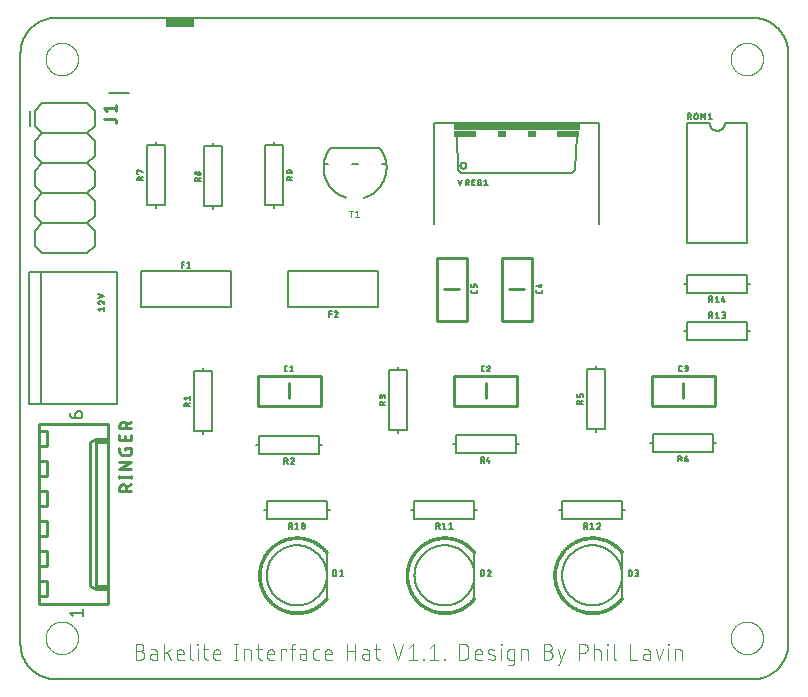
<source format=gto>
G04 EAGLE Gerber RS-274X export*
G75*
%MOMM*%
%FSLAX34Y34*%
%LPD*%
%INSilk top*%
%IPPOS*%
%AMOC8*
5,1,8,0,0,1.08239X$1,22.5*%
G01*
%ADD10C,0.000000*%
%ADD11C,0.101600*%
%ADD12C,0.127000*%
%ADD13C,0.152400*%
%ADD14C,0.203200*%
%ADD15C,0.254000*%
%ADD16C,0.050800*%
%ADD17C,0.177800*%
%ADD18C,0.025400*%
%ADD19R,10.668000X0.762000*%
%ADD20R,1.905000X0.508000*%
%ADD21R,0.762000X0.508000*%

G36*
X146005Y551954D02*
X146005Y551954D01*
X146008Y551951D01*
X146317Y552000D01*
X146325Y552008D01*
X146331Y552005D01*
X146610Y552147D01*
X146615Y552157D01*
X146623Y552156D01*
X146844Y552377D01*
X146845Y552389D01*
X146853Y552390D01*
X146995Y552669D01*
X146994Y552673D01*
X146998Y552676D01*
X146995Y552680D01*
X147000Y552683D01*
X147049Y552992D01*
X147046Y552997D01*
X147049Y553000D01*
X147049Y560000D01*
X147013Y560047D01*
X147006Y560042D01*
X147000Y560049D01*
X123000Y560049D01*
X122953Y560013D01*
X122958Y560006D01*
X122951Y560000D01*
X122951Y553000D01*
X122954Y552995D01*
X122951Y552992D01*
X123000Y552683D01*
X123008Y552675D01*
X123005Y552669D01*
X123147Y552390D01*
X123157Y552385D01*
X123156Y552377D01*
X123377Y552156D01*
X123389Y552155D01*
X123390Y552147D01*
X123669Y552005D01*
X123680Y552007D01*
X123683Y552000D01*
X123992Y551951D01*
X123997Y551954D01*
X124000Y551951D01*
X146000Y551951D01*
X146005Y551954D01*
G37*
D10*
X21250Y525000D02*
X21254Y525337D01*
X21267Y525675D01*
X21287Y526012D01*
X21316Y526348D01*
X21353Y526683D01*
X21399Y527018D01*
X21452Y527351D01*
X21514Y527682D01*
X21584Y528013D01*
X21662Y528341D01*
X21748Y528667D01*
X21842Y528991D01*
X21944Y529313D01*
X22054Y529632D01*
X22171Y529949D01*
X22297Y530262D01*
X22430Y530572D01*
X22570Y530879D01*
X22718Y531182D01*
X22874Y531482D01*
X23036Y531777D01*
X23206Y532069D01*
X23383Y532356D01*
X23567Y532639D01*
X23758Y532917D01*
X23956Y533191D01*
X24160Y533459D01*
X24371Y533723D01*
X24588Y533981D01*
X24812Y534234D01*
X25042Y534481D01*
X25277Y534723D01*
X25519Y534958D01*
X25766Y535188D01*
X26019Y535412D01*
X26277Y535629D01*
X26541Y535840D01*
X26809Y536044D01*
X27083Y536242D01*
X27361Y536433D01*
X27644Y536617D01*
X27931Y536794D01*
X28223Y536964D01*
X28518Y537126D01*
X28818Y537282D01*
X29121Y537430D01*
X29428Y537570D01*
X29738Y537703D01*
X30051Y537829D01*
X30368Y537946D01*
X30687Y538056D01*
X31009Y538158D01*
X31333Y538252D01*
X31659Y538338D01*
X31987Y538416D01*
X32318Y538486D01*
X32649Y538548D01*
X32982Y538601D01*
X33317Y538647D01*
X33652Y538684D01*
X33988Y538713D01*
X34325Y538733D01*
X34663Y538746D01*
X35000Y538750D01*
X35337Y538746D01*
X35675Y538733D01*
X36012Y538713D01*
X36348Y538684D01*
X36683Y538647D01*
X37018Y538601D01*
X37351Y538548D01*
X37682Y538486D01*
X38013Y538416D01*
X38341Y538338D01*
X38667Y538252D01*
X38991Y538158D01*
X39313Y538056D01*
X39632Y537946D01*
X39949Y537829D01*
X40262Y537703D01*
X40572Y537570D01*
X40879Y537430D01*
X41182Y537282D01*
X41482Y537126D01*
X41777Y536964D01*
X42069Y536794D01*
X42356Y536617D01*
X42639Y536433D01*
X42917Y536242D01*
X43191Y536044D01*
X43459Y535840D01*
X43723Y535629D01*
X43981Y535412D01*
X44234Y535188D01*
X44481Y534958D01*
X44723Y534723D01*
X44958Y534481D01*
X45188Y534234D01*
X45412Y533981D01*
X45629Y533723D01*
X45840Y533459D01*
X46044Y533191D01*
X46242Y532917D01*
X46433Y532639D01*
X46617Y532356D01*
X46794Y532069D01*
X46964Y531777D01*
X47126Y531482D01*
X47282Y531182D01*
X47430Y530879D01*
X47570Y530572D01*
X47703Y530262D01*
X47829Y529949D01*
X47946Y529632D01*
X48056Y529313D01*
X48158Y528991D01*
X48252Y528667D01*
X48338Y528341D01*
X48416Y528013D01*
X48486Y527682D01*
X48548Y527351D01*
X48601Y527018D01*
X48647Y526683D01*
X48684Y526348D01*
X48713Y526012D01*
X48733Y525675D01*
X48746Y525337D01*
X48750Y525000D01*
X48746Y524663D01*
X48733Y524325D01*
X48713Y523988D01*
X48684Y523652D01*
X48647Y523317D01*
X48601Y522982D01*
X48548Y522649D01*
X48486Y522318D01*
X48416Y521987D01*
X48338Y521659D01*
X48252Y521333D01*
X48158Y521009D01*
X48056Y520687D01*
X47946Y520368D01*
X47829Y520051D01*
X47703Y519738D01*
X47570Y519428D01*
X47430Y519121D01*
X47282Y518818D01*
X47126Y518518D01*
X46964Y518223D01*
X46794Y517931D01*
X46617Y517644D01*
X46433Y517361D01*
X46242Y517083D01*
X46044Y516809D01*
X45840Y516541D01*
X45629Y516277D01*
X45412Y516019D01*
X45188Y515766D01*
X44958Y515519D01*
X44723Y515277D01*
X44481Y515042D01*
X44234Y514812D01*
X43981Y514588D01*
X43723Y514371D01*
X43459Y514160D01*
X43191Y513956D01*
X42917Y513758D01*
X42639Y513567D01*
X42356Y513383D01*
X42069Y513206D01*
X41777Y513036D01*
X41482Y512874D01*
X41182Y512718D01*
X40879Y512570D01*
X40572Y512430D01*
X40262Y512297D01*
X39949Y512171D01*
X39632Y512054D01*
X39313Y511944D01*
X38991Y511842D01*
X38667Y511748D01*
X38341Y511662D01*
X38013Y511584D01*
X37682Y511514D01*
X37351Y511452D01*
X37018Y511399D01*
X36683Y511353D01*
X36348Y511316D01*
X36012Y511287D01*
X35675Y511267D01*
X35337Y511254D01*
X35000Y511250D01*
X34663Y511254D01*
X34325Y511267D01*
X33988Y511287D01*
X33652Y511316D01*
X33317Y511353D01*
X32982Y511399D01*
X32649Y511452D01*
X32318Y511514D01*
X31987Y511584D01*
X31659Y511662D01*
X31333Y511748D01*
X31009Y511842D01*
X30687Y511944D01*
X30368Y512054D01*
X30051Y512171D01*
X29738Y512297D01*
X29428Y512430D01*
X29121Y512570D01*
X28818Y512718D01*
X28518Y512874D01*
X28223Y513036D01*
X27931Y513206D01*
X27644Y513383D01*
X27361Y513567D01*
X27083Y513758D01*
X26809Y513956D01*
X26541Y514160D01*
X26277Y514371D01*
X26019Y514588D01*
X25766Y514812D01*
X25519Y515042D01*
X25277Y515277D01*
X25042Y515519D01*
X24812Y515766D01*
X24588Y516019D01*
X24371Y516277D01*
X24160Y516541D01*
X23956Y516809D01*
X23758Y517083D01*
X23567Y517361D01*
X23383Y517644D01*
X23206Y517931D01*
X23036Y518223D01*
X22874Y518518D01*
X22718Y518818D01*
X22570Y519121D01*
X22430Y519428D01*
X22297Y519738D01*
X22171Y520051D01*
X22054Y520368D01*
X21944Y520687D01*
X21842Y521009D01*
X21748Y521333D01*
X21662Y521659D01*
X21584Y521987D01*
X21514Y522318D01*
X21452Y522649D01*
X21399Y522982D01*
X21353Y523317D01*
X21316Y523652D01*
X21287Y523988D01*
X21267Y524325D01*
X21254Y524663D01*
X21250Y525000D01*
X601250Y525000D02*
X601254Y525337D01*
X601267Y525675D01*
X601287Y526012D01*
X601316Y526348D01*
X601353Y526683D01*
X601399Y527018D01*
X601452Y527351D01*
X601514Y527682D01*
X601584Y528013D01*
X601662Y528341D01*
X601748Y528667D01*
X601842Y528991D01*
X601944Y529313D01*
X602054Y529632D01*
X602171Y529949D01*
X602297Y530262D01*
X602430Y530572D01*
X602570Y530879D01*
X602718Y531182D01*
X602874Y531482D01*
X603036Y531777D01*
X603206Y532069D01*
X603383Y532356D01*
X603567Y532639D01*
X603758Y532917D01*
X603956Y533191D01*
X604160Y533459D01*
X604371Y533723D01*
X604588Y533981D01*
X604812Y534234D01*
X605042Y534481D01*
X605277Y534723D01*
X605519Y534958D01*
X605766Y535188D01*
X606019Y535412D01*
X606277Y535629D01*
X606541Y535840D01*
X606809Y536044D01*
X607083Y536242D01*
X607361Y536433D01*
X607644Y536617D01*
X607931Y536794D01*
X608223Y536964D01*
X608518Y537126D01*
X608818Y537282D01*
X609121Y537430D01*
X609428Y537570D01*
X609738Y537703D01*
X610051Y537829D01*
X610368Y537946D01*
X610687Y538056D01*
X611009Y538158D01*
X611333Y538252D01*
X611659Y538338D01*
X611987Y538416D01*
X612318Y538486D01*
X612649Y538548D01*
X612982Y538601D01*
X613317Y538647D01*
X613652Y538684D01*
X613988Y538713D01*
X614325Y538733D01*
X614663Y538746D01*
X615000Y538750D01*
X615337Y538746D01*
X615675Y538733D01*
X616012Y538713D01*
X616348Y538684D01*
X616683Y538647D01*
X617018Y538601D01*
X617351Y538548D01*
X617682Y538486D01*
X618013Y538416D01*
X618341Y538338D01*
X618667Y538252D01*
X618991Y538158D01*
X619313Y538056D01*
X619632Y537946D01*
X619949Y537829D01*
X620262Y537703D01*
X620572Y537570D01*
X620879Y537430D01*
X621182Y537282D01*
X621482Y537126D01*
X621777Y536964D01*
X622069Y536794D01*
X622356Y536617D01*
X622639Y536433D01*
X622917Y536242D01*
X623191Y536044D01*
X623459Y535840D01*
X623723Y535629D01*
X623981Y535412D01*
X624234Y535188D01*
X624481Y534958D01*
X624723Y534723D01*
X624958Y534481D01*
X625188Y534234D01*
X625412Y533981D01*
X625629Y533723D01*
X625840Y533459D01*
X626044Y533191D01*
X626242Y532917D01*
X626433Y532639D01*
X626617Y532356D01*
X626794Y532069D01*
X626964Y531777D01*
X627126Y531482D01*
X627282Y531182D01*
X627430Y530879D01*
X627570Y530572D01*
X627703Y530262D01*
X627829Y529949D01*
X627946Y529632D01*
X628056Y529313D01*
X628158Y528991D01*
X628252Y528667D01*
X628338Y528341D01*
X628416Y528013D01*
X628486Y527682D01*
X628548Y527351D01*
X628601Y527018D01*
X628647Y526683D01*
X628684Y526348D01*
X628713Y526012D01*
X628733Y525675D01*
X628746Y525337D01*
X628750Y525000D01*
X628746Y524663D01*
X628733Y524325D01*
X628713Y523988D01*
X628684Y523652D01*
X628647Y523317D01*
X628601Y522982D01*
X628548Y522649D01*
X628486Y522318D01*
X628416Y521987D01*
X628338Y521659D01*
X628252Y521333D01*
X628158Y521009D01*
X628056Y520687D01*
X627946Y520368D01*
X627829Y520051D01*
X627703Y519738D01*
X627570Y519428D01*
X627430Y519121D01*
X627282Y518818D01*
X627126Y518518D01*
X626964Y518223D01*
X626794Y517931D01*
X626617Y517644D01*
X626433Y517361D01*
X626242Y517083D01*
X626044Y516809D01*
X625840Y516541D01*
X625629Y516277D01*
X625412Y516019D01*
X625188Y515766D01*
X624958Y515519D01*
X624723Y515277D01*
X624481Y515042D01*
X624234Y514812D01*
X623981Y514588D01*
X623723Y514371D01*
X623459Y514160D01*
X623191Y513956D01*
X622917Y513758D01*
X622639Y513567D01*
X622356Y513383D01*
X622069Y513206D01*
X621777Y513036D01*
X621482Y512874D01*
X621182Y512718D01*
X620879Y512570D01*
X620572Y512430D01*
X620262Y512297D01*
X619949Y512171D01*
X619632Y512054D01*
X619313Y511944D01*
X618991Y511842D01*
X618667Y511748D01*
X618341Y511662D01*
X618013Y511584D01*
X617682Y511514D01*
X617351Y511452D01*
X617018Y511399D01*
X616683Y511353D01*
X616348Y511316D01*
X616012Y511287D01*
X615675Y511267D01*
X615337Y511254D01*
X615000Y511250D01*
X614663Y511254D01*
X614325Y511267D01*
X613988Y511287D01*
X613652Y511316D01*
X613317Y511353D01*
X612982Y511399D01*
X612649Y511452D01*
X612318Y511514D01*
X611987Y511584D01*
X611659Y511662D01*
X611333Y511748D01*
X611009Y511842D01*
X610687Y511944D01*
X610368Y512054D01*
X610051Y512171D01*
X609738Y512297D01*
X609428Y512430D01*
X609121Y512570D01*
X608818Y512718D01*
X608518Y512874D01*
X608223Y513036D01*
X607931Y513206D01*
X607644Y513383D01*
X607361Y513567D01*
X607083Y513758D01*
X606809Y513956D01*
X606541Y514160D01*
X606277Y514371D01*
X606019Y514588D01*
X605766Y514812D01*
X605519Y515042D01*
X605277Y515277D01*
X605042Y515519D01*
X604812Y515766D01*
X604588Y516019D01*
X604371Y516277D01*
X604160Y516541D01*
X603956Y516809D01*
X603758Y517083D01*
X603567Y517361D01*
X603383Y517644D01*
X603206Y517931D01*
X603036Y518223D01*
X602874Y518518D01*
X602718Y518818D01*
X602570Y519121D01*
X602430Y519428D01*
X602297Y519738D01*
X602171Y520051D01*
X602054Y520368D01*
X601944Y520687D01*
X601842Y521009D01*
X601748Y521333D01*
X601662Y521659D01*
X601584Y521987D01*
X601514Y522318D01*
X601452Y522649D01*
X601399Y522982D01*
X601353Y523317D01*
X601316Y523652D01*
X601287Y523988D01*
X601267Y524325D01*
X601254Y524663D01*
X601250Y525000D01*
X21250Y35000D02*
X21254Y35337D01*
X21267Y35675D01*
X21287Y36012D01*
X21316Y36348D01*
X21353Y36683D01*
X21399Y37018D01*
X21452Y37351D01*
X21514Y37682D01*
X21584Y38013D01*
X21662Y38341D01*
X21748Y38667D01*
X21842Y38991D01*
X21944Y39313D01*
X22054Y39632D01*
X22171Y39949D01*
X22297Y40262D01*
X22430Y40572D01*
X22570Y40879D01*
X22718Y41182D01*
X22874Y41482D01*
X23036Y41777D01*
X23206Y42069D01*
X23383Y42356D01*
X23567Y42639D01*
X23758Y42917D01*
X23956Y43191D01*
X24160Y43459D01*
X24371Y43723D01*
X24588Y43981D01*
X24812Y44234D01*
X25042Y44481D01*
X25277Y44723D01*
X25519Y44958D01*
X25766Y45188D01*
X26019Y45412D01*
X26277Y45629D01*
X26541Y45840D01*
X26809Y46044D01*
X27083Y46242D01*
X27361Y46433D01*
X27644Y46617D01*
X27931Y46794D01*
X28223Y46964D01*
X28518Y47126D01*
X28818Y47282D01*
X29121Y47430D01*
X29428Y47570D01*
X29738Y47703D01*
X30051Y47829D01*
X30368Y47946D01*
X30687Y48056D01*
X31009Y48158D01*
X31333Y48252D01*
X31659Y48338D01*
X31987Y48416D01*
X32318Y48486D01*
X32649Y48548D01*
X32982Y48601D01*
X33317Y48647D01*
X33652Y48684D01*
X33988Y48713D01*
X34325Y48733D01*
X34663Y48746D01*
X35000Y48750D01*
X35337Y48746D01*
X35675Y48733D01*
X36012Y48713D01*
X36348Y48684D01*
X36683Y48647D01*
X37018Y48601D01*
X37351Y48548D01*
X37682Y48486D01*
X38013Y48416D01*
X38341Y48338D01*
X38667Y48252D01*
X38991Y48158D01*
X39313Y48056D01*
X39632Y47946D01*
X39949Y47829D01*
X40262Y47703D01*
X40572Y47570D01*
X40879Y47430D01*
X41182Y47282D01*
X41482Y47126D01*
X41777Y46964D01*
X42069Y46794D01*
X42356Y46617D01*
X42639Y46433D01*
X42917Y46242D01*
X43191Y46044D01*
X43459Y45840D01*
X43723Y45629D01*
X43981Y45412D01*
X44234Y45188D01*
X44481Y44958D01*
X44723Y44723D01*
X44958Y44481D01*
X45188Y44234D01*
X45412Y43981D01*
X45629Y43723D01*
X45840Y43459D01*
X46044Y43191D01*
X46242Y42917D01*
X46433Y42639D01*
X46617Y42356D01*
X46794Y42069D01*
X46964Y41777D01*
X47126Y41482D01*
X47282Y41182D01*
X47430Y40879D01*
X47570Y40572D01*
X47703Y40262D01*
X47829Y39949D01*
X47946Y39632D01*
X48056Y39313D01*
X48158Y38991D01*
X48252Y38667D01*
X48338Y38341D01*
X48416Y38013D01*
X48486Y37682D01*
X48548Y37351D01*
X48601Y37018D01*
X48647Y36683D01*
X48684Y36348D01*
X48713Y36012D01*
X48733Y35675D01*
X48746Y35337D01*
X48750Y35000D01*
X48746Y34663D01*
X48733Y34325D01*
X48713Y33988D01*
X48684Y33652D01*
X48647Y33317D01*
X48601Y32982D01*
X48548Y32649D01*
X48486Y32318D01*
X48416Y31987D01*
X48338Y31659D01*
X48252Y31333D01*
X48158Y31009D01*
X48056Y30687D01*
X47946Y30368D01*
X47829Y30051D01*
X47703Y29738D01*
X47570Y29428D01*
X47430Y29121D01*
X47282Y28818D01*
X47126Y28518D01*
X46964Y28223D01*
X46794Y27931D01*
X46617Y27644D01*
X46433Y27361D01*
X46242Y27083D01*
X46044Y26809D01*
X45840Y26541D01*
X45629Y26277D01*
X45412Y26019D01*
X45188Y25766D01*
X44958Y25519D01*
X44723Y25277D01*
X44481Y25042D01*
X44234Y24812D01*
X43981Y24588D01*
X43723Y24371D01*
X43459Y24160D01*
X43191Y23956D01*
X42917Y23758D01*
X42639Y23567D01*
X42356Y23383D01*
X42069Y23206D01*
X41777Y23036D01*
X41482Y22874D01*
X41182Y22718D01*
X40879Y22570D01*
X40572Y22430D01*
X40262Y22297D01*
X39949Y22171D01*
X39632Y22054D01*
X39313Y21944D01*
X38991Y21842D01*
X38667Y21748D01*
X38341Y21662D01*
X38013Y21584D01*
X37682Y21514D01*
X37351Y21452D01*
X37018Y21399D01*
X36683Y21353D01*
X36348Y21316D01*
X36012Y21287D01*
X35675Y21267D01*
X35337Y21254D01*
X35000Y21250D01*
X34663Y21254D01*
X34325Y21267D01*
X33988Y21287D01*
X33652Y21316D01*
X33317Y21353D01*
X32982Y21399D01*
X32649Y21452D01*
X32318Y21514D01*
X31987Y21584D01*
X31659Y21662D01*
X31333Y21748D01*
X31009Y21842D01*
X30687Y21944D01*
X30368Y22054D01*
X30051Y22171D01*
X29738Y22297D01*
X29428Y22430D01*
X29121Y22570D01*
X28818Y22718D01*
X28518Y22874D01*
X28223Y23036D01*
X27931Y23206D01*
X27644Y23383D01*
X27361Y23567D01*
X27083Y23758D01*
X26809Y23956D01*
X26541Y24160D01*
X26277Y24371D01*
X26019Y24588D01*
X25766Y24812D01*
X25519Y25042D01*
X25277Y25277D01*
X25042Y25519D01*
X24812Y25766D01*
X24588Y26019D01*
X24371Y26277D01*
X24160Y26541D01*
X23956Y26809D01*
X23758Y27083D01*
X23567Y27361D01*
X23383Y27644D01*
X23206Y27931D01*
X23036Y28223D01*
X22874Y28518D01*
X22718Y28818D01*
X22570Y29121D01*
X22430Y29428D01*
X22297Y29738D01*
X22171Y30051D01*
X22054Y30368D01*
X21944Y30687D01*
X21842Y31009D01*
X21748Y31333D01*
X21662Y31659D01*
X21584Y31987D01*
X21514Y32318D01*
X21452Y32649D01*
X21399Y32982D01*
X21353Y33317D01*
X21316Y33652D01*
X21287Y33988D01*
X21267Y34325D01*
X21254Y34663D01*
X21250Y35000D01*
X601250Y35000D02*
X601254Y35337D01*
X601267Y35675D01*
X601287Y36012D01*
X601316Y36348D01*
X601353Y36683D01*
X601399Y37018D01*
X601452Y37351D01*
X601514Y37682D01*
X601584Y38013D01*
X601662Y38341D01*
X601748Y38667D01*
X601842Y38991D01*
X601944Y39313D01*
X602054Y39632D01*
X602171Y39949D01*
X602297Y40262D01*
X602430Y40572D01*
X602570Y40879D01*
X602718Y41182D01*
X602874Y41482D01*
X603036Y41777D01*
X603206Y42069D01*
X603383Y42356D01*
X603567Y42639D01*
X603758Y42917D01*
X603956Y43191D01*
X604160Y43459D01*
X604371Y43723D01*
X604588Y43981D01*
X604812Y44234D01*
X605042Y44481D01*
X605277Y44723D01*
X605519Y44958D01*
X605766Y45188D01*
X606019Y45412D01*
X606277Y45629D01*
X606541Y45840D01*
X606809Y46044D01*
X607083Y46242D01*
X607361Y46433D01*
X607644Y46617D01*
X607931Y46794D01*
X608223Y46964D01*
X608518Y47126D01*
X608818Y47282D01*
X609121Y47430D01*
X609428Y47570D01*
X609738Y47703D01*
X610051Y47829D01*
X610368Y47946D01*
X610687Y48056D01*
X611009Y48158D01*
X611333Y48252D01*
X611659Y48338D01*
X611987Y48416D01*
X612318Y48486D01*
X612649Y48548D01*
X612982Y48601D01*
X613317Y48647D01*
X613652Y48684D01*
X613988Y48713D01*
X614325Y48733D01*
X614663Y48746D01*
X615000Y48750D01*
X615337Y48746D01*
X615675Y48733D01*
X616012Y48713D01*
X616348Y48684D01*
X616683Y48647D01*
X617018Y48601D01*
X617351Y48548D01*
X617682Y48486D01*
X618013Y48416D01*
X618341Y48338D01*
X618667Y48252D01*
X618991Y48158D01*
X619313Y48056D01*
X619632Y47946D01*
X619949Y47829D01*
X620262Y47703D01*
X620572Y47570D01*
X620879Y47430D01*
X621182Y47282D01*
X621482Y47126D01*
X621777Y46964D01*
X622069Y46794D01*
X622356Y46617D01*
X622639Y46433D01*
X622917Y46242D01*
X623191Y46044D01*
X623459Y45840D01*
X623723Y45629D01*
X623981Y45412D01*
X624234Y45188D01*
X624481Y44958D01*
X624723Y44723D01*
X624958Y44481D01*
X625188Y44234D01*
X625412Y43981D01*
X625629Y43723D01*
X625840Y43459D01*
X626044Y43191D01*
X626242Y42917D01*
X626433Y42639D01*
X626617Y42356D01*
X626794Y42069D01*
X626964Y41777D01*
X627126Y41482D01*
X627282Y41182D01*
X627430Y40879D01*
X627570Y40572D01*
X627703Y40262D01*
X627829Y39949D01*
X627946Y39632D01*
X628056Y39313D01*
X628158Y38991D01*
X628252Y38667D01*
X628338Y38341D01*
X628416Y38013D01*
X628486Y37682D01*
X628548Y37351D01*
X628601Y37018D01*
X628647Y36683D01*
X628684Y36348D01*
X628713Y36012D01*
X628733Y35675D01*
X628746Y35337D01*
X628750Y35000D01*
X628746Y34663D01*
X628733Y34325D01*
X628713Y33988D01*
X628684Y33652D01*
X628647Y33317D01*
X628601Y32982D01*
X628548Y32649D01*
X628486Y32318D01*
X628416Y31987D01*
X628338Y31659D01*
X628252Y31333D01*
X628158Y31009D01*
X628056Y30687D01*
X627946Y30368D01*
X627829Y30051D01*
X627703Y29738D01*
X627570Y29428D01*
X627430Y29121D01*
X627282Y28818D01*
X627126Y28518D01*
X626964Y28223D01*
X626794Y27931D01*
X626617Y27644D01*
X626433Y27361D01*
X626242Y27083D01*
X626044Y26809D01*
X625840Y26541D01*
X625629Y26277D01*
X625412Y26019D01*
X625188Y25766D01*
X624958Y25519D01*
X624723Y25277D01*
X624481Y25042D01*
X624234Y24812D01*
X623981Y24588D01*
X623723Y24371D01*
X623459Y24160D01*
X623191Y23956D01*
X622917Y23758D01*
X622639Y23567D01*
X622356Y23383D01*
X622069Y23206D01*
X621777Y23036D01*
X621482Y22874D01*
X621182Y22718D01*
X620879Y22570D01*
X620572Y22430D01*
X620262Y22297D01*
X619949Y22171D01*
X619632Y22054D01*
X619313Y21944D01*
X618991Y21842D01*
X618667Y21748D01*
X618341Y21662D01*
X618013Y21584D01*
X617682Y21514D01*
X617351Y21452D01*
X617018Y21399D01*
X616683Y21353D01*
X616348Y21316D01*
X616012Y21287D01*
X615675Y21267D01*
X615337Y21254D01*
X615000Y21250D01*
X614663Y21254D01*
X614325Y21267D01*
X613988Y21287D01*
X613652Y21316D01*
X613317Y21353D01*
X612982Y21399D01*
X612649Y21452D01*
X612318Y21514D01*
X611987Y21584D01*
X611659Y21662D01*
X611333Y21748D01*
X611009Y21842D01*
X610687Y21944D01*
X610368Y22054D01*
X610051Y22171D01*
X609738Y22297D01*
X609428Y22430D01*
X609121Y22570D01*
X608818Y22718D01*
X608518Y22874D01*
X608223Y23036D01*
X607931Y23206D01*
X607644Y23383D01*
X607361Y23567D01*
X607083Y23758D01*
X606809Y23956D01*
X606541Y24160D01*
X606277Y24371D01*
X606019Y24588D01*
X605766Y24812D01*
X605519Y25042D01*
X605277Y25277D01*
X605042Y25519D01*
X604812Y25766D01*
X604588Y26019D01*
X604371Y26277D01*
X604160Y26541D01*
X603956Y26809D01*
X603758Y27083D01*
X603567Y27361D01*
X603383Y27644D01*
X603206Y27931D01*
X603036Y28223D01*
X602874Y28518D01*
X602718Y28818D01*
X602570Y29121D01*
X602430Y29428D01*
X602297Y29738D01*
X602171Y30051D01*
X602054Y30368D01*
X601944Y30687D01*
X601842Y31009D01*
X601748Y31333D01*
X601662Y31659D01*
X601584Y31987D01*
X601514Y32318D01*
X601452Y32649D01*
X601399Y32982D01*
X601353Y33317D01*
X601316Y33652D01*
X601287Y33988D01*
X601267Y34325D01*
X601254Y34663D01*
X601250Y35000D01*
D11*
X101177Y23846D02*
X97508Y23846D01*
X101177Y23846D02*
X101297Y23844D01*
X101417Y23838D01*
X101537Y23828D01*
X101656Y23815D01*
X101775Y23797D01*
X101893Y23776D01*
X102010Y23750D01*
X102127Y23721D01*
X102242Y23688D01*
X102356Y23651D01*
X102469Y23611D01*
X102581Y23567D01*
X102691Y23519D01*
X102800Y23468D01*
X102907Y23413D01*
X103011Y23354D01*
X103114Y23293D01*
X103215Y23228D01*
X103314Y23159D01*
X103411Y23088D01*
X103505Y23013D01*
X103596Y22936D01*
X103685Y22855D01*
X103771Y22771D01*
X103855Y22685D01*
X103936Y22596D01*
X104013Y22505D01*
X104088Y22411D01*
X104159Y22314D01*
X104228Y22215D01*
X104293Y22114D01*
X104354Y22012D01*
X104413Y21907D01*
X104468Y21800D01*
X104519Y21691D01*
X104567Y21581D01*
X104611Y21469D01*
X104651Y21356D01*
X104688Y21242D01*
X104721Y21127D01*
X104750Y21010D01*
X104776Y20893D01*
X104797Y20775D01*
X104815Y20656D01*
X104828Y20537D01*
X104838Y20417D01*
X104844Y20297D01*
X104846Y20177D01*
X104844Y20057D01*
X104838Y19937D01*
X104828Y19817D01*
X104815Y19698D01*
X104797Y19579D01*
X104776Y19461D01*
X104750Y19344D01*
X104721Y19227D01*
X104688Y19112D01*
X104651Y18998D01*
X104611Y18885D01*
X104567Y18773D01*
X104519Y18663D01*
X104468Y18554D01*
X104413Y18447D01*
X104354Y18343D01*
X104293Y18240D01*
X104228Y18139D01*
X104159Y18040D01*
X104088Y17943D01*
X104013Y17849D01*
X103936Y17758D01*
X103855Y17669D01*
X103771Y17583D01*
X103685Y17499D01*
X103596Y17418D01*
X103505Y17341D01*
X103411Y17266D01*
X103314Y17195D01*
X103215Y17126D01*
X103114Y17061D01*
X103012Y17000D01*
X102907Y16941D01*
X102800Y16886D01*
X102691Y16835D01*
X102581Y16787D01*
X102469Y16743D01*
X102356Y16703D01*
X102242Y16666D01*
X102127Y16633D01*
X102010Y16604D01*
X101893Y16578D01*
X101775Y16557D01*
X101656Y16539D01*
X101537Y16526D01*
X101417Y16516D01*
X101297Y16510D01*
X101177Y16508D01*
X97508Y16508D01*
X97508Y29716D01*
X101177Y29716D01*
X101284Y29714D01*
X101391Y29708D01*
X101498Y29698D01*
X101604Y29685D01*
X101710Y29667D01*
X101815Y29646D01*
X101919Y29621D01*
X102023Y29592D01*
X102125Y29559D01*
X102225Y29522D01*
X102325Y29482D01*
X102423Y29438D01*
X102519Y29391D01*
X102613Y29340D01*
X102706Y29286D01*
X102796Y29229D01*
X102885Y29168D01*
X102971Y29104D01*
X103054Y29037D01*
X103136Y28967D01*
X103214Y28894D01*
X103290Y28818D01*
X103363Y28740D01*
X103433Y28658D01*
X103500Y28575D01*
X103564Y28489D01*
X103625Y28400D01*
X103682Y28310D01*
X103736Y28217D01*
X103787Y28123D01*
X103834Y28027D01*
X103878Y27929D01*
X103918Y27829D01*
X103955Y27729D01*
X103988Y27627D01*
X104017Y27523D01*
X104042Y27419D01*
X104063Y27314D01*
X104081Y27208D01*
X104094Y27102D01*
X104104Y26995D01*
X104110Y26888D01*
X104112Y26781D01*
X104110Y26674D01*
X104104Y26567D01*
X104094Y26460D01*
X104081Y26354D01*
X104063Y26248D01*
X104042Y26143D01*
X104017Y26039D01*
X103988Y25935D01*
X103955Y25833D01*
X103918Y25733D01*
X103878Y25633D01*
X103834Y25535D01*
X103787Y25439D01*
X103736Y25345D01*
X103682Y25252D01*
X103625Y25162D01*
X103564Y25073D01*
X103500Y24987D01*
X103433Y24904D01*
X103363Y24822D01*
X103290Y24744D01*
X103214Y24668D01*
X103136Y24595D01*
X103054Y24525D01*
X102971Y24458D01*
X102885Y24394D01*
X102796Y24333D01*
X102706Y24276D01*
X102613Y24222D01*
X102519Y24171D01*
X102423Y24124D01*
X102325Y24080D01*
X102225Y24040D01*
X102125Y24003D01*
X102023Y23970D01*
X101919Y23941D01*
X101815Y23916D01*
X101710Y23895D01*
X101604Y23877D01*
X101498Y23864D01*
X101391Y23854D01*
X101284Y23848D01*
X101177Y23846D01*
X112089Y21644D02*
X115391Y21644D01*
X112089Y21644D02*
X111989Y21642D01*
X111890Y21636D01*
X111791Y21627D01*
X111692Y21613D01*
X111594Y21596D01*
X111497Y21575D01*
X111400Y21550D01*
X111305Y21521D01*
X111211Y21489D01*
X111118Y21453D01*
X111026Y21414D01*
X110936Y21371D01*
X110848Y21324D01*
X110762Y21275D01*
X110678Y21222D01*
X110596Y21165D01*
X110516Y21106D01*
X110438Y21043D01*
X110363Y20978D01*
X110291Y20909D01*
X110221Y20838D01*
X110154Y20765D01*
X110090Y20688D01*
X110029Y20610D01*
X109971Y20528D01*
X109917Y20445D01*
X109865Y20360D01*
X109817Y20273D01*
X109772Y20184D01*
X109731Y20093D01*
X109693Y20001D01*
X109659Y19907D01*
X109629Y19813D01*
X109602Y19717D01*
X109579Y19620D01*
X109560Y19522D01*
X109545Y19424D01*
X109533Y19325D01*
X109525Y19225D01*
X109521Y19126D01*
X109521Y19026D01*
X109525Y18927D01*
X109533Y18827D01*
X109545Y18728D01*
X109560Y18630D01*
X109579Y18532D01*
X109602Y18435D01*
X109629Y18339D01*
X109659Y18245D01*
X109693Y18151D01*
X109731Y18059D01*
X109772Y17968D01*
X109817Y17879D01*
X109865Y17792D01*
X109917Y17707D01*
X109971Y17624D01*
X110029Y17542D01*
X110090Y17464D01*
X110154Y17387D01*
X110221Y17314D01*
X110291Y17243D01*
X110363Y17174D01*
X110438Y17109D01*
X110516Y17046D01*
X110596Y16987D01*
X110678Y16930D01*
X110762Y16877D01*
X110848Y16828D01*
X110936Y16781D01*
X111026Y16738D01*
X111118Y16699D01*
X111211Y16663D01*
X111305Y16631D01*
X111400Y16602D01*
X111497Y16577D01*
X111594Y16556D01*
X111692Y16539D01*
X111791Y16525D01*
X111890Y16516D01*
X111989Y16510D01*
X112089Y16508D01*
X115391Y16508D01*
X115391Y23112D01*
X115389Y23203D01*
X115383Y23294D01*
X115374Y23384D01*
X115361Y23474D01*
X115344Y23564D01*
X115324Y23652D01*
X115299Y23740D01*
X115272Y23827D01*
X115240Y23912D01*
X115206Y23996D01*
X115167Y24079D01*
X115126Y24160D01*
X115081Y24239D01*
X115033Y24316D01*
X114981Y24391D01*
X114927Y24464D01*
X114870Y24535D01*
X114809Y24603D01*
X114746Y24668D01*
X114681Y24731D01*
X114613Y24792D01*
X114542Y24849D01*
X114469Y24903D01*
X114394Y24955D01*
X114317Y25003D01*
X114238Y25048D01*
X114157Y25089D01*
X114074Y25128D01*
X113990Y25162D01*
X113905Y25194D01*
X113818Y25221D01*
X113730Y25246D01*
X113642Y25266D01*
X113552Y25283D01*
X113462Y25296D01*
X113372Y25305D01*
X113281Y25311D01*
X113190Y25313D01*
X110255Y25313D01*
X121675Y29716D02*
X121675Y16508D01*
X121675Y20911D02*
X127546Y25313D01*
X124244Y22745D02*
X127546Y16508D01*
X134401Y16508D02*
X138070Y16508D01*
X134401Y16508D02*
X134310Y16510D01*
X134219Y16516D01*
X134129Y16525D01*
X134039Y16538D01*
X133949Y16555D01*
X133861Y16575D01*
X133773Y16600D01*
X133686Y16627D01*
X133601Y16659D01*
X133517Y16693D01*
X133434Y16732D01*
X133353Y16773D01*
X133274Y16818D01*
X133197Y16866D01*
X133122Y16918D01*
X133049Y16972D01*
X132978Y17029D01*
X132910Y17090D01*
X132845Y17153D01*
X132782Y17218D01*
X132721Y17286D01*
X132664Y17357D01*
X132610Y17430D01*
X132558Y17505D01*
X132510Y17582D01*
X132465Y17661D01*
X132424Y17742D01*
X132385Y17825D01*
X132351Y17909D01*
X132319Y17994D01*
X132292Y18081D01*
X132267Y18169D01*
X132247Y18257D01*
X132230Y18347D01*
X132217Y18437D01*
X132208Y18527D01*
X132202Y18618D01*
X132200Y18709D01*
X132200Y22378D01*
X132202Y22485D01*
X132208Y22592D01*
X132218Y22699D01*
X132231Y22805D01*
X132249Y22911D01*
X132270Y23016D01*
X132295Y23120D01*
X132324Y23224D01*
X132357Y23326D01*
X132394Y23426D01*
X132434Y23526D01*
X132478Y23624D01*
X132525Y23720D01*
X132576Y23814D01*
X132630Y23907D01*
X132687Y23997D01*
X132748Y24086D01*
X132812Y24172D01*
X132879Y24255D01*
X132949Y24337D01*
X133022Y24415D01*
X133098Y24491D01*
X133176Y24564D01*
X133258Y24634D01*
X133341Y24701D01*
X133427Y24765D01*
X133516Y24826D01*
X133606Y24883D01*
X133699Y24937D01*
X133793Y24988D01*
X133889Y25035D01*
X133987Y25079D01*
X134087Y25119D01*
X134187Y25156D01*
X134289Y25189D01*
X134393Y25218D01*
X134497Y25243D01*
X134602Y25264D01*
X134708Y25282D01*
X134814Y25295D01*
X134921Y25305D01*
X135028Y25311D01*
X135135Y25313D01*
X135242Y25311D01*
X135349Y25305D01*
X135456Y25295D01*
X135562Y25282D01*
X135668Y25264D01*
X135773Y25243D01*
X135877Y25218D01*
X135981Y25189D01*
X136083Y25156D01*
X136183Y25119D01*
X136283Y25079D01*
X136381Y25035D01*
X136477Y24988D01*
X136571Y24937D01*
X136664Y24883D01*
X136754Y24826D01*
X136843Y24765D01*
X136929Y24701D01*
X137012Y24634D01*
X137094Y24564D01*
X137172Y24491D01*
X137248Y24415D01*
X137321Y24337D01*
X137391Y24255D01*
X137458Y24172D01*
X137522Y24086D01*
X137583Y23997D01*
X137640Y23907D01*
X137694Y23814D01*
X137745Y23720D01*
X137792Y23624D01*
X137836Y23526D01*
X137876Y23426D01*
X137913Y23326D01*
X137946Y23224D01*
X137975Y23120D01*
X138000Y23016D01*
X138021Y22911D01*
X138039Y22805D01*
X138052Y22699D01*
X138062Y22592D01*
X138068Y22485D01*
X138070Y22378D01*
X138070Y20911D01*
X132200Y20911D01*
X143476Y18709D02*
X143476Y29716D01*
X143476Y18709D02*
X143478Y18618D01*
X143484Y18527D01*
X143493Y18437D01*
X143506Y18347D01*
X143523Y18257D01*
X143543Y18169D01*
X143568Y18081D01*
X143595Y17994D01*
X143627Y17909D01*
X143661Y17825D01*
X143700Y17742D01*
X143741Y17661D01*
X143786Y17582D01*
X143834Y17505D01*
X143886Y17430D01*
X143940Y17357D01*
X143997Y17286D01*
X144058Y17218D01*
X144121Y17153D01*
X144186Y17090D01*
X144254Y17029D01*
X144325Y16972D01*
X144398Y16918D01*
X144473Y16866D01*
X144550Y16818D01*
X144629Y16773D01*
X144710Y16732D01*
X144793Y16693D01*
X144877Y16659D01*
X144962Y16627D01*
X145049Y16600D01*
X145137Y16575D01*
X145225Y16555D01*
X145315Y16538D01*
X145405Y16525D01*
X145495Y16516D01*
X145586Y16510D01*
X145677Y16508D01*
X150070Y16508D02*
X150070Y25313D01*
X149703Y28982D02*
X149703Y29716D01*
X150437Y29716D01*
X150437Y28982D01*
X149703Y28982D01*
X154172Y25313D02*
X158574Y25313D01*
X155639Y29716D02*
X155639Y18709D01*
X155640Y18709D02*
X155642Y18618D01*
X155648Y18527D01*
X155657Y18437D01*
X155670Y18347D01*
X155687Y18257D01*
X155707Y18169D01*
X155732Y18081D01*
X155759Y17994D01*
X155791Y17909D01*
X155825Y17825D01*
X155864Y17742D01*
X155905Y17661D01*
X155950Y17582D01*
X155998Y17505D01*
X156050Y17430D01*
X156104Y17357D01*
X156161Y17286D01*
X156222Y17218D01*
X156285Y17153D01*
X156350Y17090D01*
X156419Y17029D01*
X156489Y16972D01*
X156562Y16918D01*
X156637Y16866D01*
X156714Y16818D01*
X156793Y16773D01*
X156874Y16732D01*
X156957Y16693D01*
X157041Y16659D01*
X157126Y16627D01*
X157213Y16599D01*
X157301Y16575D01*
X157389Y16555D01*
X157479Y16538D01*
X157569Y16525D01*
X157659Y16516D01*
X157750Y16510D01*
X157841Y16508D01*
X158574Y16508D01*
X165552Y16508D02*
X169221Y16508D01*
X165552Y16508D02*
X165461Y16510D01*
X165370Y16516D01*
X165280Y16525D01*
X165190Y16538D01*
X165100Y16555D01*
X165012Y16575D01*
X164924Y16600D01*
X164837Y16627D01*
X164752Y16659D01*
X164668Y16693D01*
X164585Y16732D01*
X164504Y16773D01*
X164425Y16818D01*
X164348Y16866D01*
X164273Y16918D01*
X164200Y16972D01*
X164129Y17029D01*
X164061Y17090D01*
X163996Y17153D01*
X163933Y17218D01*
X163872Y17286D01*
X163815Y17357D01*
X163761Y17430D01*
X163709Y17505D01*
X163661Y17582D01*
X163616Y17661D01*
X163575Y17742D01*
X163536Y17825D01*
X163502Y17909D01*
X163470Y17994D01*
X163443Y18081D01*
X163418Y18169D01*
X163398Y18257D01*
X163381Y18347D01*
X163368Y18437D01*
X163359Y18527D01*
X163353Y18618D01*
X163351Y18709D01*
X163350Y18709D02*
X163350Y22378D01*
X163352Y22485D01*
X163358Y22592D01*
X163368Y22699D01*
X163381Y22805D01*
X163399Y22911D01*
X163420Y23016D01*
X163445Y23120D01*
X163474Y23224D01*
X163507Y23326D01*
X163544Y23426D01*
X163584Y23526D01*
X163628Y23624D01*
X163675Y23720D01*
X163726Y23814D01*
X163780Y23907D01*
X163837Y23997D01*
X163898Y24086D01*
X163962Y24172D01*
X164029Y24255D01*
X164099Y24337D01*
X164172Y24415D01*
X164248Y24491D01*
X164326Y24564D01*
X164408Y24634D01*
X164491Y24701D01*
X164577Y24765D01*
X164666Y24826D01*
X164756Y24883D01*
X164849Y24937D01*
X164943Y24988D01*
X165039Y25035D01*
X165137Y25079D01*
X165237Y25119D01*
X165337Y25156D01*
X165439Y25189D01*
X165543Y25218D01*
X165647Y25243D01*
X165752Y25264D01*
X165858Y25282D01*
X165964Y25295D01*
X166071Y25305D01*
X166178Y25311D01*
X166285Y25313D01*
X166392Y25311D01*
X166499Y25305D01*
X166606Y25295D01*
X166712Y25282D01*
X166818Y25264D01*
X166923Y25243D01*
X167027Y25218D01*
X167131Y25189D01*
X167233Y25156D01*
X167333Y25119D01*
X167433Y25079D01*
X167531Y25035D01*
X167627Y24988D01*
X167721Y24937D01*
X167814Y24883D01*
X167904Y24826D01*
X167993Y24765D01*
X168079Y24701D01*
X168162Y24634D01*
X168244Y24564D01*
X168322Y24491D01*
X168398Y24415D01*
X168471Y24337D01*
X168541Y24255D01*
X168608Y24172D01*
X168672Y24086D01*
X168733Y23997D01*
X168790Y23907D01*
X168844Y23814D01*
X168895Y23720D01*
X168942Y23624D01*
X168986Y23526D01*
X169026Y23426D01*
X169063Y23326D01*
X169096Y23224D01*
X169125Y23120D01*
X169150Y23016D01*
X169171Y22911D01*
X169189Y22805D01*
X169202Y22699D01*
X169212Y22592D01*
X169218Y22485D01*
X169220Y22378D01*
X169221Y22378D02*
X169221Y20911D01*
X163350Y20911D01*
X182501Y16508D02*
X182501Y29716D01*
X181033Y16508D02*
X183968Y16508D01*
X183968Y29716D02*
X181033Y29716D01*
X189380Y25313D02*
X189380Y16508D01*
X189380Y25313D02*
X193049Y25313D01*
X193142Y25311D01*
X193236Y25305D01*
X193329Y25295D01*
X193421Y25281D01*
X193513Y25264D01*
X193604Y25242D01*
X193693Y25217D01*
X193782Y25187D01*
X193870Y25154D01*
X193956Y25118D01*
X194040Y25077D01*
X194122Y25034D01*
X194203Y24986D01*
X194281Y24936D01*
X194358Y24882D01*
X194432Y24824D01*
X194503Y24764D01*
X194572Y24701D01*
X194638Y24635D01*
X194701Y24566D01*
X194761Y24495D01*
X194819Y24421D01*
X194873Y24345D01*
X194923Y24266D01*
X194970Y24185D01*
X195014Y24103D01*
X195055Y24019D01*
X195091Y23933D01*
X195124Y23845D01*
X195154Y23757D01*
X195179Y23667D01*
X195201Y23576D01*
X195218Y23484D01*
X195232Y23392D01*
X195242Y23299D01*
X195248Y23205D01*
X195250Y23112D01*
X195250Y16508D01*
X199831Y25313D02*
X204233Y25313D01*
X201298Y29716D02*
X201298Y18709D01*
X201300Y18618D01*
X201306Y18527D01*
X201315Y18437D01*
X201328Y18347D01*
X201345Y18257D01*
X201365Y18169D01*
X201390Y18081D01*
X201417Y17994D01*
X201449Y17909D01*
X201483Y17825D01*
X201522Y17742D01*
X201563Y17661D01*
X201608Y17582D01*
X201656Y17505D01*
X201708Y17430D01*
X201762Y17357D01*
X201819Y17286D01*
X201880Y17218D01*
X201943Y17153D01*
X202008Y17090D01*
X202077Y17029D01*
X202147Y16972D01*
X202220Y16918D01*
X202295Y16866D01*
X202372Y16818D01*
X202451Y16773D01*
X202532Y16732D01*
X202615Y16693D01*
X202699Y16659D01*
X202784Y16627D01*
X202871Y16599D01*
X202959Y16575D01*
X203047Y16555D01*
X203137Y16538D01*
X203227Y16525D01*
X203317Y16516D01*
X203408Y16510D01*
X203499Y16508D01*
X204233Y16508D01*
X211211Y16508D02*
X214879Y16508D01*
X211211Y16508D02*
X211120Y16510D01*
X211029Y16516D01*
X210939Y16525D01*
X210849Y16538D01*
X210759Y16555D01*
X210671Y16575D01*
X210583Y16600D01*
X210496Y16627D01*
X210411Y16659D01*
X210327Y16693D01*
X210244Y16732D01*
X210163Y16773D01*
X210084Y16818D01*
X210007Y16866D01*
X209932Y16918D01*
X209859Y16972D01*
X209788Y17029D01*
X209720Y17090D01*
X209655Y17153D01*
X209592Y17218D01*
X209531Y17286D01*
X209474Y17357D01*
X209420Y17430D01*
X209368Y17505D01*
X209320Y17582D01*
X209275Y17661D01*
X209234Y17742D01*
X209195Y17825D01*
X209161Y17909D01*
X209129Y17994D01*
X209102Y18081D01*
X209077Y18169D01*
X209057Y18257D01*
X209040Y18347D01*
X209027Y18437D01*
X209018Y18527D01*
X209012Y18618D01*
X209010Y18709D01*
X209009Y18709D02*
X209009Y22378D01*
X209011Y22485D01*
X209017Y22592D01*
X209027Y22699D01*
X209040Y22805D01*
X209058Y22911D01*
X209079Y23016D01*
X209104Y23120D01*
X209133Y23224D01*
X209166Y23326D01*
X209203Y23426D01*
X209243Y23526D01*
X209287Y23624D01*
X209334Y23720D01*
X209385Y23814D01*
X209439Y23907D01*
X209496Y23997D01*
X209557Y24086D01*
X209621Y24172D01*
X209688Y24255D01*
X209758Y24337D01*
X209831Y24415D01*
X209907Y24491D01*
X209985Y24564D01*
X210067Y24634D01*
X210150Y24701D01*
X210236Y24765D01*
X210325Y24826D01*
X210415Y24883D01*
X210508Y24937D01*
X210602Y24988D01*
X210698Y25035D01*
X210796Y25079D01*
X210896Y25119D01*
X210996Y25156D01*
X211098Y25189D01*
X211202Y25218D01*
X211306Y25243D01*
X211411Y25264D01*
X211517Y25282D01*
X211623Y25295D01*
X211730Y25305D01*
X211837Y25311D01*
X211944Y25313D01*
X212051Y25311D01*
X212158Y25305D01*
X212265Y25295D01*
X212371Y25282D01*
X212477Y25264D01*
X212582Y25243D01*
X212686Y25218D01*
X212790Y25189D01*
X212892Y25156D01*
X212992Y25119D01*
X213092Y25079D01*
X213190Y25035D01*
X213286Y24988D01*
X213380Y24937D01*
X213473Y24883D01*
X213563Y24826D01*
X213652Y24765D01*
X213738Y24701D01*
X213821Y24634D01*
X213903Y24564D01*
X213981Y24491D01*
X214057Y24415D01*
X214130Y24337D01*
X214200Y24255D01*
X214267Y24172D01*
X214331Y24086D01*
X214392Y23997D01*
X214449Y23907D01*
X214503Y23814D01*
X214554Y23720D01*
X214601Y23624D01*
X214645Y23526D01*
X214685Y23426D01*
X214722Y23326D01*
X214755Y23224D01*
X214784Y23120D01*
X214809Y23016D01*
X214830Y22911D01*
X214848Y22805D01*
X214861Y22699D01*
X214871Y22592D01*
X214877Y22485D01*
X214879Y22378D01*
X214879Y20911D01*
X209009Y20911D01*
X220601Y25313D02*
X220601Y16508D01*
X220601Y25313D02*
X225004Y25313D01*
X225004Y23846D01*
X229775Y27515D02*
X229775Y16508D01*
X229775Y27515D02*
X229777Y27606D01*
X229783Y27697D01*
X229792Y27787D01*
X229805Y27877D01*
X229822Y27967D01*
X229842Y28055D01*
X229867Y28143D01*
X229894Y28230D01*
X229926Y28315D01*
X229960Y28399D01*
X229999Y28482D01*
X230040Y28563D01*
X230085Y28642D01*
X230133Y28719D01*
X230185Y28794D01*
X230239Y28867D01*
X230296Y28938D01*
X230357Y29006D01*
X230420Y29071D01*
X230485Y29134D01*
X230554Y29195D01*
X230624Y29252D01*
X230697Y29306D01*
X230772Y29358D01*
X230849Y29406D01*
X230928Y29451D01*
X231009Y29492D01*
X231092Y29531D01*
X231176Y29565D01*
X231261Y29597D01*
X231348Y29625D01*
X231436Y29649D01*
X231524Y29669D01*
X231614Y29686D01*
X231704Y29699D01*
X231794Y29708D01*
X231885Y29714D01*
X231976Y29716D01*
X232710Y29716D01*
X232710Y25313D02*
X228307Y25313D01*
X238825Y21644D02*
X242127Y21644D01*
X238825Y21644D02*
X238725Y21642D01*
X238626Y21636D01*
X238527Y21627D01*
X238428Y21613D01*
X238330Y21596D01*
X238233Y21575D01*
X238136Y21550D01*
X238041Y21521D01*
X237947Y21489D01*
X237854Y21453D01*
X237762Y21414D01*
X237672Y21371D01*
X237584Y21324D01*
X237498Y21275D01*
X237414Y21222D01*
X237332Y21165D01*
X237252Y21106D01*
X237174Y21043D01*
X237099Y20978D01*
X237027Y20909D01*
X236957Y20838D01*
X236890Y20765D01*
X236826Y20688D01*
X236765Y20610D01*
X236707Y20528D01*
X236653Y20445D01*
X236601Y20360D01*
X236553Y20273D01*
X236508Y20184D01*
X236467Y20093D01*
X236429Y20001D01*
X236395Y19907D01*
X236365Y19813D01*
X236338Y19717D01*
X236315Y19620D01*
X236296Y19522D01*
X236281Y19424D01*
X236269Y19325D01*
X236261Y19225D01*
X236257Y19126D01*
X236257Y19026D01*
X236261Y18927D01*
X236269Y18827D01*
X236281Y18728D01*
X236296Y18630D01*
X236315Y18532D01*
X236338Y18435D01*
X236365Y18339D01*
X236395Y18245D01*
X236429Y18151D01*
X236467Y18059D01*
X236508Y17968D01*
X236553Y17879D01*
X236601Y17792D01*
X236653Y17707D01*
X236707Y17624D01*
X236765Y17542D01*
X236826Y17464D01*
X236890Y17387D01*
X236957Y17314D01*
X237027Y17243D01*
X237099Y17174D01*
X237174Y17109D01*
X237252Y17046D01*
X237332Y16987D01*
X237414Y16930D01*
X237498Y16877D01*
X237584Y16828D01*
X237672Y16781D01*
X237762Y16738D01*
X237854Y16699D01*
X237947Y16663D01*
X238041Y16631D01*
X238136Y16602D01*
X238233Y16577D01*
X238330Y16556D01*
X238428Y16539D01*
X238527Y16525D01*
X238626Y16516D01*
X238725Y16510D01*
X238825Y16508D01*
X242127Y16508D01*
X242127Y23112D01*
X242125Y23203D01*
X242119Y23294D01*
X242110Y23384D01*
X242097Y23474D01*
X242080Y23564D01*
X242060Y23652D01*
X242035Y23740D01*
X242008Y23827D01*
X241976Y23912D01*
X241942Y23996D01*
X241903Y24079D01*
X241862Y24160D01*
X241817Y24239D01*
X241769Y24316D01*
X241717Y24391D01*
X241663Y24464D01*
X241606Y24535D01*
X241545Y24603D01*
X241482Y24668D01*
X241417Y24731D01*
X241349Y24792D01*
X241278Y24849D01*
X241205Y24903D01*
X241130Y24955D01*
X241053Y25003D01*
X240974Y25048D01*
X240893Y25089D01*
X240810Y25128D01*
X240726Y25162D01*
X240641Y25194D01*
X240554Y25221D01*
X240466Y25246D01*
X240378Y25266D01*
X240288Y25283D01*
X240198Y25296D01*
X240108Y25305D01*
X240017Y25311D01*
X239926Y25313D01*
X236991Y25313D01*
X250056Y16508D02*
X252991Y16508D01*
X250056Y16508D02*
X249965Y16510D01*
X249874Y16516D01*
X249784Y16525D01*
X249694Y16538D01*
X249604Y16555D01*
X249516Y16575D01*
X249428Y16600D01*
X249341Y16627D01*
X249256Y16659D01*
X249172Y16693D01*
X249089Y16732D01*
X249008Y16773D01*
X248929Y16818D01*
X248852Y16866D01*
X248777Y16918D01*
X248704Y16972D01*
X248633Y17029D01*
X248565Y17090D01*
X248500Y17153D01*
X248437Y17218D01*
X248376Y17286D01*
X248319Y17357D01*
X248265Y17430D01*
X248213Y17505D01*
X248165Y17582D01*
X248120Y17661D01*
X248079Y17742D01*
X248040Y17825D01*
X248006Y17909D01*
X247974Y17994D01*
X247947Y18081D01*
X247922Y18169D01*
X247902Y18257D01*
X247885Y18347D01*
X247872Y18437D01*
X247863Y18527D01*
X247857Y18618D01*
X247855Y18709D01*
X247855Y23112D01*
X247857Y23203D01*
X247863Y23294D01*
X247872Y23384D01*
X247885Y23474D01*
X247902Y23564D01*
X247922Y23652D01*
X247947Y23740D01*
X247974Y23827D01*
X248006Y23912D01*
X248040Y23996D01*
X248079Y24079D01*
X248120Y24160D01*
X248165Y24239D01*
X248213Y24316D01*
X248265Y24391D01*
X248319Y24464D01*
X248376Y24535D01*
X248437Y24603D01*
X248500Y24668D01*
X248565Y24731D01*
X248633Y24792D01*
X248704Y24849D01*
X248777Y24903D01*
X248852Y24955D01*
X248929Y25003D01*
X249008Y25048D01*
X249089Y25089D01*
X249172Y25128D01*
X249256Y25162D01*
X249341Y25194D01*
X249428Y25221D01*
X249516Y25246D01*
X249604Y25266D01*
X249694Y25283D01*
X249784Y25296D01*
X249874Y25305D01*
X249965Y25311D01*
X250056Y25313D01*
X252991Y25313D01*
X259857Y16508D02*
X263525Y16508D01*
X259857Y16508D02*
X259766Y16510D01*
X259675Y16516D01*
X259585Y16525D01*
X259495Y16538D01*
X259405Y16555D01*
X259317Y16575D01*
X259229Y16600D01*
X259142Y16627D01*
X259057Y16659D01*
X258973Y16693D01*
X258890Y16732D01*
X258809Y16773D01*
X258730Y16818D01*
X258653Y16866D01*
X258578Y16918D01*
X258505Y16972D01*
X258434Y17029D01*
X258366Y17090D01*
X258301Y17153D01*
X258238Y17218D01*
X258177Y17286D01*
X258120Y17357D01*
X258066Y17430D01*
X258014Y17505D01*
X257966Y17582D01*
X257921Y17661D01*
X257880Y17742D01*
X257841Y17825D01*
X257807Y17909D01*
X257775Y17994D01*
X257748Y18081D01*
X257723Y18169D01*
X257703Y18257D01*
X257686Y18347D01*
X257673Y18437D01*
X257664Y18527D01*
X257658Y18618D01*
X257656Y18709D01*
X257655Y18709D02*
X257655Y22378D01*
X257657Y22485D01*
X257663Y22592D01*
X257673Y22699D01*
X257686Y22805D01*
X257704Y22911D01*
X257725Y23016D01*
X257750Y23120D01*
X257779Y23224D01*
X257812Y23326D01*
X257849Y23426D01*
X257889Y23526D01*
X257933Y23624D01*
X257980Y23720D01*
X258031Y23814D01*
X258085Y23907D01*
X258142Y23997D01*
X258203Y24086D01*
X258267Y24172D01*
X258334Y24255D01*
X258404Y24337D01*
X258477Y24415D01*
X258553Y24491D01*
X258631Y24564D01*
X258713Y24634D01*
X258796Y24701D01*
X258882Y24765D01*
X258971Y24826D01*
X259061Y24883D01*
X259154Y24937D01*
X259248Y24988D01*
X259344Y25035D01*
X259442Y25079D01*
X259542Y25119D01*
X259642Y25156D01*
X259744Y25189D01*
X259848Y25218D01*
X259952Y25243D01*
X260057Y25264D01*
X260163Y25282D01*
X260269Y25295D01*
X260376Y25305D01*
X260483Y25311D01*
X260590Y25313D01*
X260697Y25311D01*
X260804Y25305D01*
X260911Y25295D01*
X261017Y25282D01*
X261123Y25264D01*
X261228Y25243D01*
X261332Y25218D01*
X261436Y25189D01*
X261538Y25156D01*
X261638Y25119D01*
X261738Y25079D01*
X261836Y25035D01*
X261932Y24988D01*
X262026Y24937D01*
X262119Y24883D01*
X262209Y24826D01*
X262298Y24765D01*
X262384Y24701D01*
X262467Y24634D01*
X262549Y24564D01*
X262627Y24491D01*
X262703Y24415D01*
X262776Y24337D01*
X262846Y24255D01*
X262913Y24172D01*
X262977Y24086D01*
X263038Y23997D01*
X263095Y23907D01*
X263149Y23814D01*
X263200Y23720D01*
X263247Y23624D01*
X263291Y23526D01*
X263331Y23426D01*
X263368Y23326D01*
X263401Y23224D01*
X263430Y23120D01*
X263455Y23016D01*
X263476Y22911D01*
X263494Y22805D01*
X263507Y22699D01*
X263517Y22592D01*
X263523Y22485D01*
X263525Y22378D01*
X263525Y20911D01*
X257655Y20911D01*
X276124Y16508D02*
X276124Y29716D01*
X276124Y23846D02*
X283462Y23846D01*
X283462Y29716D02*
X283462Y16508D01*
X291738Y21644D02*
X295040Y21644D01*
X291738Y21644D02*
X291638Y21642D01*
X291539Y21636D01*
X291440Y21627D01*
X291341Y21613D01*
X291243Y21596D01*
X291146Y21575D01*
X291049Y21550D01*
X290954Y21521D01*
X290860Y21489D01*
X290767Y21453D01*
X290675Y21414D01*
X290585Y21371D01*
X290497Y21324D01*
X290411Y21275D01*
X290327Y21222D01*
X290245Y21165D01*
X290165Y21106D01*
X290087Y21043D01*
X290012Y20978D01*
X289940Y20909D01*
X289870Y20838D01*
X289803Y20765D01*
X289739Y20688D01*
X289678Y20610D01*
X289620Y20528D01*
X289566Y20445D01*
X289514Y20360D01*
X289466Y20273D01*
X289421Y20184D01*
X289380Y20093D01*
X289342Y20001D01*
X289308Y19907D01*
X289278Y19813D01*
X289251Y19717D01*
X289228Y19620D01*
X289209Y19522D01*
X289194Y19424D01*
X289182Y19325D01*
X289174Y19225D01*
X289170Y19126D01*
X289170Y19026D01*
X289174Y18927D01*
X289182Y18827D01*
X289194Y18728D01*
X289209Y18630D01*
X289228Y18532D01*
X289251Y18435D01*
X289278Y18339D01*
X289308Y18245D01*
X289342Y18151D01*
X289380Y18059D01*
X289421Y17968D01*
X289466Y17879D01*
X289514Y17792D01*
X289566Y17707D01*
X289620Y17624D01*
X289678Y17542D01*
X289739Y17464D01*
X289803Y17387D01*
X289870Y17314D01*
X289940Y17243D01*
X290012Y17174D01*
X290087Y17109D01*
X290165Y17046D01*
X290245Y16987D01*
X290327Y16930D01*
X290411Y16877D01*
X290497Y16828D01*
X290585Y16781D01*
X290675Y16738D01*
X290767Y16699D01*
X290860Y16663D01*
X290954Y16631D01*
X291049Y16602D01*
X291146Y16577D01*
X291243Y16556D01*
X291341Y16539D01*
X291440Y16525D01*
X291539Y16516D01*
X291638Y16510D01*
X291738Y16508D01*
X295040Y16508D01*
X295040Y23112D01*
X295038Y23203D01*
X295032Y23294D01*
X295023Y23384D01*
X295010Y23474D01*
X294993Y23564D01*
X294973Y23652D01*
X294948Y23740D01*
X294921Y23827D01*
X294889Y23912D01*
X294855Y23996D01*
X294816Y24079D01*
X294775Y24160D01*
X294730Y24239D01*
X294682Y24316D01*
X294630Y24391D01*
X294576Y24464D01*
X294519Y24535D01*
X294458Y24603D01*
X294395Y24668D01*
X294330Y24731D01*
X294262Y24792D01*
X294191Y24849D01*
X294118Y24903D01*
X294043Y24955D01*
X293966Y25003D01*
X293887Y25048D01*
X293806Y25089D01*
X293723Y25128D01*
X293639Y25162D01*
X293554Y25194D01*
X293467Y25221D01*
X293379Y25246D01*
X293291Y25266D01*
X293201Y25283D01*
X293111Y25296D01*
X293021Y25305D01*
X292930Y25311D01*
X292839Y25313D01*
X289904Y25313D01*
X299683Y25313D02*
X304086Y25313D01*
X301150Y29716D02*
X301150Y18709D01*
X301151Y18709D02*
X301153Y18618D01*
X301159Y18527D01*
X301168Y18437D01*
X301181Y18347D01*
X301198Y18257D01*
X301218Y18169D01*
X301243Y18081D01*
X301270Y17994D01*
X301302Y17909D01*
X301336Y17825D01*
X301375Y17742D01*
X301416Y17661D01*
X301461Y17582D01*
X301509Y17505D01*
X301561Y17430D01*
X301615Y17357D01*
X301672Y17286D01*
X301733Y17218D01*
X301796Y17153D01*
X301861Y17090D01*
X301930Y17029D01*
X302000Y16972D01*
X302073Y16918D01*
X302148Y16866D01*
X302225Y16818D01*
X302304Y16773D01*
X302385Y16732D01*
X302468Y16693D01*
X302552Y16659D01*
X302637Y16627D01*
X302724Y16599D01*
X302812Y16575D01*
X302900Y16555D01*
X302990Y16538D01*
X303080Y16525D01*
X303170Y16516D01*
X303261Y16510D01*
X303352Y16508D01*
X304086Y16508D01*
X319478Y16508D02*
X315075Y29716D01*
X323880Y29716D02*
X319478Y16508D01*
X328610Y26781D02*
X332279Y29716D01*
X332279Y16508D01*
X328610Y16508D02*
X335948Y16508D01*
X340873Y16508D02*
X340873Y17242D01*
X341607Y17242D01*
X341607Y16508D01*
X340873Y16508D01*
X346532Y26781D02*
X350201Y29716D01*
X350201Y16508D01*
X346532Y16508D02*
X353870Y16508D01*
X358796Y16508D02*
X358796Y17242D01*
X359529Y17242D01*
X359529Y16508D01*
X358796Y16508D01*
X371709Y16508D02*
X371709Y29716D01*
X375378Y29716D01*
X375498Y29714D01*
X375618Y29708D01*
X375738Y29698D01*
X375857Y29685D01*
X375976Y29667D01*
X376094Y29646D01*
X376211Y29620D01*
X376328Y29591D01*
X376443Y29558D01*
X376557Y29521D01*
X376670Y29481D01*
X376782Y29437D01*
X376892Y29389D01*
X377001Y29338D01*
X377108Y29283D01*
X377213Y29224D01*
X377315Y29163D01*
X377416Y29098D01*
X377515Y29029D01*
X377612Y28958D01*
X377706Y28883D01*
X377797Y28806D01*
X377886Y28725D01*
X377972Y28641D01*
X378056Y28555D01*
X378137Y28466D01*
X378214Y28375D01*
X378289Y28281D01*
X378360Y28184D01*
X378429Y28085D01*
X378494Y27984D01*
X378555Y27882D01*
X378614Y27777D01*
X378669Y27670D01*
X378720Y27561D01*
X378768Y27451D01*
X378812Y27339D01*
X378852Y27226D01*
X378889Y27112D01*
X378922Y26997D01*
X378951Y26880D01*
X378977Y26763D01*
X378998Y26645D01*
X379016Y26526D01*
X379029Y26407D01*
X379039Y26287D01*
X379045Y26167D01*
X379047Y26047D01*
X379047Y20177D01*
X379045Y20057D01*
X379039Y19937D01*
X379029Y19817D01*
X379016Y19698D01*
X378998Y19579D01*
X378977Y19461D01*
X378951Y19344D01*
X378922Y19227D01*
X378889Y19112D01*
X378852Y18998D01*
X378812Y18885D01*
X378768Y18773D01*
X378720Y18663D01*
X378669Y18554D01*
X378614Y18447D01*
X378555Y18343D01*
X378494Y18240D01*
X378429Y18139D01*
X378360Y18040D01*
X378289Y17943D01*
X378214Y17849D01*
X378137Y17758D01*
X378056Y17669D01*
X377972Y17583D01*
X377886Y17499D01*
X377797Y17418D01*
X377706Y17341D01*
X377612Y17266D01*
X377515Y17195D01*
X377416Y17126D01*
X377315Y17061D01*
X377213Y17000D01*
X377108Y16941D01*
X377001Y16886D01*
X376892Y16835D01*
X376782Y16787D01*
X376670Y16743D01*
X376557Y16703D01*
X376443Y16666D01*
X376328Y16633D01*
X376211Y16604D01*
X376094Y16578D01*
X375976Y16557D01*
X375857Y16539D01*
X375738Y16526D01*
X375618Y16516D01*
X375498Y16510D01*
X375378Y16508D01*
X371709Y16508D01*
X387019Y16508D02*
X390688Y16508D01*
X387019Y16508D02*
X386928Y16510D01*
X386837Y16516D01*
X386747Y16525D01*
X386657Y16538D01*
X386567Y16555D01*
X386479Y16575D01*
X386391Y16600D01*
X386304Y16627D01*
X386219Y16659D01*
X386135Y16693D01*
X386052Y16732D01*
X385971Y16773D01*
X385892Y16818D01*
X385815Y16866D01*
X385740Y16918D01*
X385667Y16972D01*
X385596Y17029D01*
X385528Y17090D01*
X385463Y17153D01*
X385400Y17218D01*
X385339Y17286D01*
X385282Y17357D01*
X385228Y17430D01*
X385176Y17505D01*
X385128Y17582D01*
X385083Y17661D01*
X385042Y17742D01*
X385003Y17825D01*
X384969Y17909D01*
X384937Y17994D01*
X384910Y18081D01*
X384885Y18169D01*
X384865Y18257D01*
X384848Y18347D01*
X384835Y18437D01*
X384826Y18527D01*
X384820Y18618D01*
X384818Y18709D01*
X384818Y22378D01*
X384820Y22485D01*
X384826Y22592D01*
X384836Y22699D01*
X384849Y22805D01*
X384867Y22911D01*
X384888Y23016D01*
X384913Y23120D01*
X384942Y23224D01*
X384975Y23326D01*
X385012Y23426D01*
X385052Y23526D01*
X385096Y23624D01*
X385143Y23720D01*
X385194Y23814D01*
X385248Y23907D01*
X385305Y23997D01*
X385366Y24086D01*
X385430Y24172D01*
X385497Y24255D01*
X385567Y24337D01*
X385640Y24415D01*
X385716Y24491D01*
X385794Y24564D01*
X385876Y24634D01*
X385959Y24701D01*
X386045Y24765D01*
X386134Y24826D01*
X386224Y24883D01*
X386317Y24937D01*
X386411Y24988D01*
X386507Y25035D01*
X386605Y25079D01*
X386705Y25119D01*
X386805Y25156D01*
X386907Y25189D01*
X387011Y25218D01*
X387115Y25243D01*
X387220Y25264D01*
X387326Y25282D01*
X387432Y25295D01*
X387539Y25305D01*
X387646Y25311D01*
X387753Y25313D01*
X387860Y25311D01*
X387967Y25305D01*
X388074Y25295D01*
X388180Y25282D01*
X388286Y25264D01*
X388391Y25243D01*
X388495Y25218D01*
X388599Y25189D01*
X388701Y25156D01*
X388801Y25119D01*
X388901Y25079D01*
X388999Y25035D01*
X389095Y24988D01*
X389189Y24937D01*
X389282Y24883D01*
X389372Y24826D01*
X389461Y24765D01*
X389547Y24701D01*
X389630Y24634D01*
X389712Y24564D01*
X389790Y24491D01*
X389866Y24415D01*
X389939Y24337D01*
X390009Y24255D01*
X390076Y24172D01*
X390140Y24086D01*
X390201Y23997D01*
X390258Y23907D01*
X390312Y23814D01*
X390363Y23720D01*
X390410Y23624D01*
X390454Y23526D01*
X390494Y23426D01*
X390531Y23326D01*
X390564Y23224D01*
X390593Y23120D01*
X390618Y23016D01*
X390639Y22911D01*
X390657Y22805D01*
X390670Y22699D01*
X390680Y22592D01*
X390686Y22485D01*
X390688Y22378D01*
X390688Y20911D01*
X384818Y20911D01*
X397013Y21644D02*
X400682Y20177D01*
X397012Y21644D02*
X396933Y21678D01*
X396855Y21716D01*
X396778Y21757D01*
X396704Y21801D01*
X396632Y21849D01*
X396562Y21900D01*
X396495Y21954D01*
X396430Y22011D01*
X396367Y22072D01*
X396308Y22134D01*
X396251Y22200D01*
X396198Y22268D01*
X396147Y22338D01*
X396100Y22411D01*
X396056Y22486D01*
X396016Y22562D01*
X395979Y22641D01*
X395946Y22720D01*
X395916Y22802D01*
X395890Y22884D01*
X395868Y22968D01*
X395850Y23053D01*
X395836Y23138D01*
X395825Y23224D01*
X395819Y23310D01*
X395816Y23397D01*
X395817Y23484D01*
X395823Y23570D01*
X395832Y23656D01*
X395845Y23742D01*
X395862Y23827D01*
X395883Y23911D01*
X395907Y23994D01*
X395936Y24075D01*
X395968Y24156D01*
X396003Y24235D01*
X396043Y24312D01*
X396085Y24387D01*
X396132Y24460D01*
X396181Y24532D01*
X396233Y24600D01*
X396289Y24667D01*
X396348Y24730D01*
X396409Y24791D01*
X396473Y24850D01*
X396540Y24905D01*
X396609Y24957D01*
X396681Y25006D01*
X396754Y25051D01*
X396830Y25093D01*
X396907Y25132D01*
X396986Y25167D01*
X397067Y25199D01*
X397149Y25227D01*
X397232Y25251D01*
X397316Y25271D01*
X397401Y25287D01*
X397487Y25300D01*
X397573Y25308D01*
X397660Y25313D01*
X397746Y25314D01*
X397747Y25313D02*
X397947Y25308D01*
X398147Y25298D01*
X398347Y25283D01*
X398547Y25263D01*
X398746Y25239D01*
X398944Y25209D01*
X399141Y25175D01*
X399338Y25137D01*
X399533Y25093D01*
X399728Y25045D01*
X399921Y24992D01*
X400113Y24935D01*
X400304Y24873D01*
X400493Y24806D01*
X400680Y24735D01*
X400865Y24659D01*
X401049Y24579D01*
X400682Y20177D02*
X400761Y20143D01*
X400839Y20105D01*
X400916Y20064D01*
X400990Y20020D01*
X401062Y19972D01*
X401132Y19921D01*
X401199Y19867D01*
X401264Y19810D01*
X401327Y19749D01*
X401386Y19687D01*
X401443Y19621D01*
X401496Y19553D01*
X401547Y19483D01*
X401594Y19410D01*
X401638Y19335D01*
X401678Y19259D01*
X401715Y19180D01*
X401748Y19101D01*
X401778Y19019D01*
X401804Y18937D01*
X401826Y18853D01*
X401844Y18768D01*
X401858Y18683D01*
X401869Y18597D01*
X401875Y18511D01*
X401878Y18424D01*
X401877Y18337D01*
X401871Y18251D01*
X401862Y18165D01*
X401849Y18079D01*
X401832Y17994D01*
X401811Y17910D01*
X401787Y17827D01*
X401758Y17746D01*
X401726Y17665D01*
X401691Y17586D01*
X401651Y17509D01*
X401609Y17434D01*
X401562Y17361D01*
X401513Y17289D01*
X401461Y17221D01*
X401405Y17154D01*
X401346Y17091D01*
X401285Y17030D01*
X401221Y16971D01*
X401154Y16916D01*
X401085Y16864D01*
X401013Y16815D01*
X400940Y16770D01*
X400864Y16728D01*
X400787Y16689D01*
X400708Y16654D01*
X400627Y16622D01*
X400545Y16594D01*
X400462Y16570D01*
X400378Y16550D01*
X400293Y16534D01*
X400207Y16521D01*
X400121Y16513D01*
X400034Y16508D01*
X399948Y16507D01*
X399948Y16508D02*
X399654Y16516D01*
X399360Y16531D01*
X399066Y16552D01*
X398773Y16581D01*
X398481Y16616D01*
X398190Y16659D01*
X397900Y16708D01*
X397611Y16764D01*
X397323Y16827D01*
X397037Y16896D01*
X396753Y16973D01*
X396471Y17056D01*
X396191Y17146D01*
X395912Y17242D01*
X406955Y16508D02*
X406955Y25313D01*
X406588Y28982D02*
X406588Y29716D01*
X407322Y29716D01*
X407322Y28982D01*
X406588Y28982D01*
X414266Y16508D02*
X417935Y16508D01*
X414266Y16508D02*
X414175Y16510D01*
X414084Y16516D01*
X413994Y16525D01*
X413904Y16538D01*
X413814Y16555D01*
X413726Y16575D01*
X413638Y16600D01*
X413551Y16627D01*
X413466Y16659D01*
X413382Y16693D01*
X413299Y16732D01*
X413218Y16773D01*
X413139Y16818D01*
X413062Y16866D01*
X412987Y16918D01*
X412914Y16972D01*
X412843Y17029D01*
X412775Y17090D01*
X412710Y17153D01*
X412647Y17218D01*
X412586Y17286D01*
X412529Y17357D01*
X412475Y17430D01*
X412423Y17505D01*
X412375Y17582D01*
X412330Y17661D01*
X412289Y17742D01*
X412250Y17825D01*
X412216Y17909D01*
X412184Y17994D01*
X412157Y18081D01*
X412132Y18169D01*
X412112Y18257D01*
X412095Y18347D01*
X412082Y18437D01*
X412073Y18527D01*
X412067Y18618D01*
X412065Y18709D01*
X412065Y23112D01*
X412067Y23203D01*
X412073Y23294D01*
X412082Y23384D01*
X412095Y23474D01*
X412112Y23564D01*
X412132Y23652D01*
X412157Y23740D01*
X412184Y23827D01*
X412216Y23912D01*
X412250Y23996D01*
X412289Y24079D01*
X412330Y24160D01*
X412375Y24239D01*
X412423Y24316D01*
X412475Y24391D01*
X412529Y24464D01*
X412586Y24535D01*
X412647Y24603D01*
X412710Y24668D01*
X412775Y24731D01*
X412843Y24792D01*
X412914Y24849D01*
X412987Y24903D01*
X413062Y24955D01*
X413139Y25003D01*
X413218Y25048D01*
X413299Y25089D01*
X413382Y25128D01*
X413466Y25162D01*
X413551Y25194D01*
X413638Y25221D01*
X413726Y25246D01*
X413814Y25266D01*
X413904Y25283D01*
X413994Y25296D01*
X414084Y25305D01*
X414175Y25311D01*
X414266Y25313D01*
X417935Y25313D01*
X417935Y14307D01*
X417933Y14214D01*
X417927Y14120D01*
X417917Y14027D01*
X417903Y13935D01*
X417886Y13843D01*
X417864Y13752D01*
X417839Y13663D01*
X417809Y13574D01*
X417776Y13486D01*
X417740Y13400D01*
X417699Y13316D01*
X417656Y13234D01*
X417608Y13153D01*
X417558Y13075D01*
X417504Y12998D01*
X417446Y12924D01*
X417386Y12853D01*
X417323Y12784D01*
X417257Y12718D01*
X417188Y12655D01*
X417117Y12595D01*
X417043Y12537D01*
X416967Y12483D01*
X416888Y12433D01*
X416807Y12386D01*
X416725Y12342D01*
X416641Y12301D01*
X416555Y12265D01*
X416467Y12232D01*
X416379Y12202D01*
X416289Y12177D01*
X416198Y12155D01*
X416106Y12138D01*
X416014Y12124D01*
X415921Y12114D01*
X415827Y12108D01*
X415734Y12106D01*
X415734Y12105D02*
X412799Y12105D01*
X424076Y16508D02*
X424076Y25313D01*
X427745Y25313D01*
X427838Y25311D01*
X427932Y25305D01*
X428025Y25295D01*
X428117Y25281D01*
X428209Y25264D01*
X428300Y25242D01*
X428389Y25217D01*
X428478Y25187D01*
X428566Y25154D01*
X428652Y25118D01*
X428736Y25077D01*
X428818Y25034D01*
X428899Y24986D01*
X428977Y24936D01*
X429054Y24882D01*
X429128Y24824D01*
X429199Y24764D01*
X429268Y24701D01*
X429334Y24635D01*
X429397Y24566D01*
X429457Y24495D01*
X429515Y24421D01*
X429569Y24345D01*
X429619Y24266D01*
X429666Y24185D01*
X429710Y24103D01*
X429751Y24019D01*
X429787Y23933D01*
X429820Y23845D01*
X429850Y23757D01*
X429875Y23667D01*
X429897Y23576D01*
X429914Y23484D01*
X429928Y23392D01*
X429938Y23299D01*
X429944Y23205D01*
X429946Y23112D01*
X429946Y16508D01*
X443151Y23846D02*
X446819Y23846D01*
X446939Y23844D01*
X447059Y23838D01*
X447179Y23828D01*
X447298Y23815D01*
X447417Y23797D01*
X447535Y23776D01*
X447652Y23750D01*
X447769Y23721D01*
X447884Y23688D01*
X447998Y23651D01*
X448111Y23611D01*
X448223Y23567D01*
X448333Y23519D01*
X448442Y23468D01*
X448549Y23413D01*
X448653Y23354D01*
X448756Y23293D01*
X448857Y23228D01*
X448956Y23159D01*
X449053Y23088D01*
X449147Y23013D01*
X449238Y22936D01*
X449327Y22855D01*
X449413Y22771D01*
X449497Y22685D01*
X449578Y22596D01*
X449655Y22505D01*
X449730Y22411D01*
X449801Y22314D01*
X449870Y22215D01*
X449935Y22114D01*
X449996Y22012D01*
X450055Y21907D01*
X450110Y21800D01*
X450161Y21691D01*
X450209Y21581D01*
X450253Y21469D01*
X450293Y21356D01*
X450330Y21242D01*
X450363Y21127D01*
X450392Y21010D01*
X450418Y20893D01*
X450439Y20775D01*
X450457Y20656D01*
X450470Y20537D01*
X450480Y20417D01*
X450486Y20297D01*
X450488Y20177D01*
X450486Y20057D01*
X450480Y19937D01*
X450470Y19817D01*
X450457Y19698D01*
X450439Y19579D01*
X450418Y19461D01*
X450392Y19344D01*
X450363Y19227D01*
X450330Y19112D01*
X450293Y18998D01*
X450253Y18885D01*
X450209Y18773D01*
X450161Y18663D01*
X450110Y18554D01*
X450055Y18447D01*
X449996Y18343D01*
X449935Y18240D01*
X449870Y18139D01*
X449801Y18040D01*
X449730Y17943D01*
X449655Y17849D01*
X449578Y17758D01*
X449497Y17669D01*
X449413Y17583D01*
X449327Y17499D01*
X449238Y17418D01*
X449147Y17341D01*
X449053Y17266D01*
X448956Y17195D01*
X448857Y17126D01*
X448756Y17061D01*
X448654Y17000D01*
X448549Y16941D01*
X448442Y16886D01*
X448333Y16835D01*
X448223Y16787D01*
X448111Y16743D01*
X447998Y16703D01*
X447884Y16666D01*
X447769Y16633D01*
X447652Y16604D01*
X447535Y16578D01*
X447417Y16557D01*
X447298Y16539D01*
X447179Y16526D01*
X447059Y16516D01*
X446939Y16510D01*
X446819Y16508D01*
X443151Y16508D01*
X443151Y29716D01*
X446819Y29716D01*
X446926Y29714D01*
X447033Y29708D01*
X447140Y29698D01*
X447246Y29685D01*
X447352Y29667D01*
X447457Y29646D01*
X447561Y29621D01*
X447665Y29592D01*
X447767Y29559D01*
X447867Y29522D01*
X447967Y29482D01*
X448065Y29438D01*
X448161Y29391D01*
X448255Y29340D01*
X448348Y29286D01*
X448438Y29229D01*
X448527Y29168D01*
X448613Y29104D01*
X448696Y29037D01*
X448778Y28967D01*
X448856Y28894D01*
X448932Y28818D01*
X449005Y28740D01*
X449075Y28658D01*
X449142Y28575D01*
X449206Y28489D01*
X449267Y28400D01*
X449324Y28310D01*
X449378Y28217D01*
X449429Y28123D01*
X449476Y28027D01*
X449520Y27929D01*
X449560Y27829D01*
X449597Y27729D01*
X449630Y27627D01*
X449659Y27523D01*
X449684Y27419D01*
X449705Y27314D01*
X449723Y27208D01*
X449736Y27102D01*
X449746Y26995D01*
X449752Y26888D01*
X449754Y26781D01*
X449752Y26674D01*
X449746Y26567D01*
X449736Y26460D01*
X449723Y26354D01*
X449705Y26248D01*
X449684Y26143D01*
X449659Y26039D01*
X449630Y25935D01*
X449597Y25833D01*
X449560Y25733D01*
X449520Y25633D01*
X449476Y25535D01*
X449429Y25439D01*
X449378Y25345D01*
X449324Y25252D01*
X449267Y25162D01*
X449206Y25073D01*
X449142Y24987D01*
X449075Y24904D01*
X449005Y24822D01*
X448932Y24744D01*
X448856Y24668D01*
X448778Y24595D01*
X448696Y24525D01*
X448613Y24458D01*
X448527Y24394D01*
X448438Y24333D01*
X448348Y24276D01*
X448255Y24222D01*
X448161Y24171D01*
X448065Y24124D01*
X447967Y24080D01*
X447867Y24040D01*
X447767Y24003D01*
X447665Y23970D01*
X447561Y23941D01*
X447457Y23916D01*
X447352Y23895D01*
X447246Y23877D01*
X447140Y23864D01*
X447033Y23854D01*
X446926Y23848D01*
X446819Y23846D01*
X454800Y12105D02*
X456267Y12105D01*
X460670Y25313D01*
X454800Y25313D02*
X457735Y16508D01*
X473021Y16508D02*
X473021Y29716D01*
X476690Y29716D01*
X476810Y29714D01*
X476930Y29708D01*
X477050Y29698D01*
X477169Y29685D01*
X477288Y29667D01*
X477406Y29646D01*
X477523Y29620D01*
X477640Y29591D01*
X477755Y29558D01*
X477869Y29521D01*
X477982Y29481D01*
X478094Y29437D01*
X478204Y29389D01*
X478313Y29338D01*
X478420Y29283D01*
X478524Y29224D01*
X478627Y29163D01*
X478728Y29098D01*
X478827Y29029D01*
X478924Y28958D01*
X479018Y28883D01*
X479109Y28806D01*
X479198Y28725D01*
X479284Y28641D01*
X479368Y28555D01*
X479449Y28466D01*
X479526Y28375D01*
X479601Y28281D01*
X479672Y28184D01*
X479741Y28085D01*
X479806Y27984D01*
X479867Y27882D01*
X479926Y27777D01*
X479981Y27670D01*
X480032Y27561D01*
X480080Y27451D01*
X480124Y27339D01*
X480164Y27226D01*
X480201Y27112D01*
X480234Y26997D01*
X480263Y26880D01*
X480289Y26763D01*
X480310Y26645D01*
X480328Y26526D01*
X480341Y26407D01*
X480351Y26287D01*
X480357Y26167D01*
X480359Y26047D01*
X480357Y25927D01*
X480351Y25807D01*
X480341Y25687D01*
X480328Y25568D01*
X480310Y25449D01*
X480289Y25331D01*
X480263Y25214D01*
X480234Y25097D01*
X480201Y24982D01*
X480164Y24868D01*
X480124Y24755D01*
X480080Y24643D01*
X480032Y24533D01*
X479981Y24424D01*
X479926Y24317D01*
X479867Y24213D01*
X479806Y24110D01*
X479741Y24009D01*
X479672Y23910D01*
X479601Y23813D01*
X479526Y23719D01*
X479449Y23628D01*
X479368Y23539D01*
X479284Y23453D01*
X479198Y23369D01*
X479109Y23288D01*
X479018Y23211D01*
X478924Y23136D01*
X478827Y23065D01*
X478728Y22996D01*
X478627Y22931D01*
X478525Y22870D01*
X478420Y22811D01*
X478313Y22756D01*
X478204Y22705D01*
X478094Y22657D01*
X477982Y22613D01*
X477869Y22573D01*
X477755Y22536D01*
X477640Y22503D01*
X477523Y22474D01*
X477406Y22448D01*
X477288Y22427D01*
X477169Y22409D01*
X477050Y22396D01*
X476930Y22386D01*
X476810Y22380D01*
X476690Y22378D01*
X473021Y22378D01*
X485523Y16508D02*
X485523Y29716D01*
X485523Y25313D02*
X489192Y25313D01*
X489285Y25311D01*
X489379Y25305D01*
X489472Y25295D01*
X489564Y25281D01*
X489656Y25264D01*
X489747Y25242D01*
X489836Y25217D01*
X489925Y25187D01*
X490013Y25154D01*
X490099Y25118D01*
X490183Y25077D01*
X490265Y25034D01*
X490346Y24986D01*
X490424Y24936D01*
X490501Y24882D01*
X490575Y24824D01*
X490646Y24764D01*
X490715Y24701D01*
X490781Y24635D01*
X490844Y24566D01*
X490904Y24495D01*
X490962Y24421D01*
X491016Y24345D01*
X491066Y24266D01*
X491113Y24185D01*
X491157Y24103D01*
X491198Y24019D01*
X491234Y23933D01*
X491267Y23845D01*
X491297Y23757D01*
X491322Y23667D01*
X491344Y23576D01*
X491361Y23484D01*
X491375Y23392D01*
X491385Y23299D01*
X491391Y23205D01*
X491393Y23112D01*
X491394Y23112D02*
X491394Y16508D01*
X496993Y16508D02*
X496993Y25313D01*
X496626Y28982D02*
X496626Y29716D01*
X497360Y29716D01*
X497360Y28982D01*
X496626Y28982D01*
X502347Y29716D02*
X502347Y18709D01*
X502349Y18618D01*
X502355Y18527D01*
X502364Y18437D01*
X502377Y18347D01*
X502394Y18257D01*
X502414Y18169D01*
X502439Y18081D01*
X502466Y17994D01*
X502498Y17909D01*
X502532Y17825D01*
X502571Y17742D01*
X502612Y17661D01*
X502657Y17582D01*
X502705Y17505D01*
X502757Y17430D01*
X502811Y17357D01*
X502868Y17286D01*
X502929Y17218D01*
X502992Y17153D01*
X503057Y17090D01*
X503125Y17029D01*
X503196Y16972D01*
X503269Y16918D01*
X503344Y16866D01*
X503421Y16818D01*
X503500Y16773D01*
X503581Y16732D01*
X503664Y16693D01*
X503748Y16659D01*
X503833Y16627D01*
X503920Y16600D01*
X504008Y16575D01*
X504096Y16555D01*
X504186Y16538D01*
X504276Y16525D01*
X504366Y16516D01*
X504457Y16510D01*
X504548Y16508D01*
X516391Y16508D02*
X516391Y29716D01*
X516391Y16508D02*
X522261Y16508D01*
X529421Y21644D02*
X532723Y21644D01*
X529421Y21644D02*
X529321Y21642D01*
X529222Y21636D01*
X529123Y21627D01*
X529024Y21613D01*
X528926Y21596D01*
X528829Y21575D01*
X528732Y21550D01*
X528637Y21521D01*
X528543Y21489D01*
X528450Y21453D01*
X528358Y21414D01*
X528268Y21371D01*
X528180Y21324D01*
X528094Y21275D01*
X528010Y21222D01*
X527928Y21165D01*
X527848Y21106D01*
X527770Y21043D01*
X527695Y20978D01*
X527623Y20909D01*
X527553Y20838D01*
X527486Y20765D01*
X527422Y20688D01*
X527361Y20610D01*
X527303Y20528D01*
X527249Y20445D01*
X527197Y20360D01*
X527149Y20273D01*
X527104Y20184D01*
X527063Y20093D01*
X527025Y20001D01*
X526991Y19907D01*
X526961Y19813D01*
X526934Y19717D01*
X526911Y19620D01*
X526892Y19522D01*
X526877Y19424D01*
X526865Y19325D01*
X526857Y19225D01*
X526853Y19126D01*
X526853Y19026D01*
X526857Y18927D01*
X526865Y18827D01*
X526877Y18728D01*
X526892Y18630D01*
X526911Y18532D01*
X526934Y18435D01*
X526961Y18339D01*
X526991Y18245D01*
X527025Y18151D01*
X527063Y18059D01*
X527104Y17968D01*
X527149Y17879D01*
X527197Y17792D01*
X527249Y17707D01*
X527303Y17624D01*
X527361Y17542D01*
X527422Y17464D01*
X527486Y17387D01*
X527553Y17314D01*
X527623Y17243D01*
X527695Y17174D01*
X527770Y17109D01*
X527848Y17046D01*
X527928Y16987D01*
X528010Y16930D01*
X528094Y16877D01*
X528180Y16828D01*
X528268Y16781D01*
X528358Y16738D01*
X528450Y16699D01*
X528543Y16663D01*
X528637Y16631D01*
X528732Y16602D01*
X528829Y16577D01*
X528926Y16556D01*
X529024Y16539D01*
X529123Y16525D01*
X529222Y16516D01*
X529321Y16510D01*
X529421Y16508D01*
X532723Y16508D01*
X532723Y23112D01*
X532721Y23203D01*
X532715Y23294D01*
X532706Y23384D01*
X532693Y23474D01*
X532676Y23564D01*
X532656Y23652D01*
X532631Y23740D01*
X532604Y23827D01*
X532572Y23912D01*
X532538Y23996D01*
X532499Y24079D01*
X532458Y24160D01*
X532413Y24239D01*
X532365Y24316D01*
X532313Y24391D01*
X532259Y24464D01*
X532202Y24535D01*
X532141Y24603D01*
X532078Y24668D01*
X532013Y24731D01*
X531945Y24792D01*
X531874Y24849D01*
X531801Y24903D01*
X531726Y24955D01*
X531649Y25003D01*
X531570Y25048D01*
X531489Y25089D01*
X531406Y25128D01*
X531322Y25162D01*
X531237Y25194D01*
X531150Y25221D01*
X531062Y25246D01*
X530974Y25266D01*
X530884Y25283D01*
X530794Y25296D01*
X530704Y25305D01*
X530613Y25311D01*
X530522Y25313D01*
X527586Y25313D01*
X538010Y25313D02*
X540945Y16508D01*
X543880Y25313D01*
X548626Y25313D02*
X548626Y16508D01*
X548259Y28982D02*
X548259Y29716D01*
X548993Y29716D01*
X548993Y28982D01*
X548259Y28982D01*
X554225Y25313D02*
X554225Y16508D01*
X554225Y25313D02*
X557894Y25313D01*
X557987Y25311D01*
X558081Y25305D01*
X558174Y25295D01*
X558266Y25281D01*
X558358Y25264D01*
X558449Y25242D01*
X558538Y25217D01*
X558627Y25187D01*
X558715Y25154D01*
X558801Y25118D01*
X558885Y25077D01*
X558967Y25034D01*
X559048Y24986D01*
X559126Y24936D01*
X559203Y24882D01*
X559277Y24824D01*
X559348Y24764D01*
X559417Y24701D01*
X559483Y24635D01*
X559546Y24566D01*
X559606Y24495D01*
X559664Y24421D01*
X559718Y24345D01*
X559768Y24266D01*
X559815Y24185D01*
X559859Y24103D01*
X559900Y24019D01*
X559936Y23933D01*
X559969Y23845D01*
X559999Y23757D01*
X560024Y23667D01*
X560046Y23576D01*
X560063Y23484D01*
X560077Y23392D01*
X560087Y23299D01*
X560093Y23205D01*
X560095Y23112D01*
X560095Y16508D01*
D12*
X225780Y260635D02*
X224707Y260635D01*
X224642Y260637D01*
X224578Y260643D01*
X224514Y260653D01*
X224450Y260666D01*
X224388Y260684D01*
X224327Y260705D01*
X224267Y260729D01*
X224209Y260758D01*
X224152Y260790D01*
X224098Y260825D01*
X224046Y260863D01*
X223996Y260905D01*
X223949Y260949D01*
X223905Y260996D01*
X223863Y261046D01*
X223825Y261098D01*
X223790Y261152D01*
X223758Y261209D01*
X223729Y261267D01*
X223705Y261327D01*
X223684Y261388D01*
X223666Y261450D01*
X223653Y261514D01*
X223643Y261578D01*
X223637Y261642D01*
X223635Y261707D01*
X223635Y264389D01*
X223637Y264454D01*
X223643Y264518D01*
X223653Y264582D01*
X223666Y264646D01*
X223684Y264708D01*
X223705Y264769D01*
X223729Y264829D01*
X223758Y264887D01*
X223790Y264944D01*
X223825Y264998D01*
X223863Y265050D01*
X223905Y265100D01*
X223949Y265147D01*
X223996Y265191D01*
X224046Y265233D01*
X224098Y265271D01*
X224152Y265306D01*
X224209Y265338D01*
X224267Y265367D01*
X224327Y265391D01*
X224388Y265412D01*
X224450Y265430D01*
X224514Y265443D01*
X224578Y265453D01*
X224642Y265459D01*
X224707Y265461D01*
X225780Y265461D01*
X228236Y264389D02*
X229576Y265461D01*
X229576Y260635D01*
X228236Y260635D02*
X230917Y260635D01*
X391707Y260635D02*
X392780Y260635D01*
X391707Y260635D02*
X391642Y260637D01*
X391578Y260643D01*
X391514Y260653D01*
X391450Y260666D01*
X391388Y260684D01*
X391327Y260705D01*
X391267Y260729D01*
X391209Y260758D01*
X391152Y260790D01*
X391098Y260825D01*
X391046Y260863D01*
X390996Y260905D01*
X390949Y260949D01*
X390905Y260996D01*
X390863Y261046D01*
X390825Y261098D01*
X390790Y261152D01*
X390758Y261209D01*
X390729Y261267D01*
X390705Y261327D01*
X390684Y261388D01*
X390666Y261450D01*
X390653Y261514D01*
X390643Y261578D01*
X390637Y261642D01*
X390635Y261707D01*
X390635Y264389D01*
X390637Y264454D01*
X390643Y264518D01*
X390653Y264582D01*
X390666Y264646D01*
X390684Y264708D01*
X390705Y264769D01*
X390729Y264829D01*
X390758Y264887D01*
X390790Y264944D01*
X390825Y264998D01*
X390863Y265050D01*
X390905Y265100D01*
X390949Y265147D01*
X390996Y265191D01*
X391046Y265233D01*
X391098Y265271D01*
X391152Y265306D01*
X391209Y265338D01*
X391267Y265367D01*
X391327Y265391D01*
X391388Y265412D01*
X391450Y265430D01*
X391514Y265443D01*
X391578Y265453D01*
X391642Y265459D01*
X391707Y265461D01*
X392780Y265461D01*
X396710Y265461D02*
X396778Y265459D01*
X396845Y265453D01*
X396912Y265444D01*
X396979Y265431D01*
X397044Y265414D01*
X397109Y265393D01*
X397172Y265369D01*
X397234Y265341D01*
X397294Y265310D01*
X397352Y265276D01*
X397408Y265238D01*
X397463Y265198D01*
X397514Y265154D01*
X397563Y265107D01*
X397610Y265058D01*
X397654Y265007D01*
X397694Y264952D01*
X397732Y264896D01*
X397766Y264838D01*
X397797Y264778D01*
X397825Y264716D01*
X397849Y264653D01*
X397870Y264588D01*
X397887Y264523D01*
X397900Y264456D01*
X397909Y264389D01*
X397915Y264322D01*
X397917Y264254D01*
X396710Y265461D02*
X396632Y265459D01*
X396554Y265453D01*
X396477Y265443D01*
X396400Y265430D01*
X396324Y265412D01*
X396249Y265391D01*
X396175Y265366D01*
X396103Y265337D01*
X396032Y265305D01*
X395963Y265269D01*
X395895Y265230D01*
X395830Y265187D01*
X395767Y265141D01*
X395706Y265092D01*
X395648Y265040D01*
X395593Y264985D01*
X395540Y264928D01*
X395491Y264868D01*
X395444Y264805D01*
X395401Y264741D01*
X395361Y264674D01*
X395324Y264605D01*
X395291Y264534D01*
X395261Y264462D01*
X395235Y264389D01*
X397515Y263316D02*
X397564Y263365D01*
X397611Y263417D01*
X397654Y263472D01*
X397695Y263529D01*
X397733Y263588D01*
X397767Y263649D01*
X397798Y263712D01*
X397826Y263776D01*
X397850Y263842D01*
X397870Y263908D01*
X397887Y263976D01*
X397900Y264045D01*
X397909Y264114D01*
X397915Y264184D01*
X397917Y264254D01*
X397515Y263316D02*
X395236Y260635D01*
X397917Y260635D01*
X558707Y260635D02*
X559780Y260635D01*
X558707Y260635D02*
X558642Y260637D01*
X558578Y260643D01*
X558514Y260653D01*
X558450Y260666D01*
X558388Y260684D01*
X558327Y260705D01*
X558267Y260729D01*
X558209Y260758D01*
X558152Y260790D01*
X558098Y260825D01*
X558046Y260863D01*
X557996Y260905D01*
X557949Y260949D01*
X557905Y260996D01*
X557863Y261046D01*
X557825Y261098D01*
X557790Y261152D01*
X557758Y261209D01*
X557729Y261267D01*
X557705Y261327D01*
X557684Y261388D01*
X557666Y261450D01*
X557653Y261514D01*
X557643Y261578D01*
X557637Y261642D01*
X557635Y261707D01*
X557635Y264389D01*
X557637Y264454D01*
X557643Y264518D01*
X557653Y264582D01*
X557666Y264646D01*
X557684Y264708D01*
X557705Y264769D01*
X557729Y264829D01*
X557758Y264887D01*
X557790Y264944D01*
X557825Y264998D01*
X557863Y265050D01*
X557905Y265100D01*
X557949Y265147D01*
X557996Y265191D01*
X558046Y265233D01*
X558098Y265271D01*
X558152Y265306D01*
X558209Y265338D01*
X558267Y265367D01*
X558327Y265391D01*
X558388Y265412D01*
X558450Y265430D01*
X558514Y265443D01*
X558578Y265453D01*
X558642Y265459D01*
X558707Y265461D01*
X559780Y265461D01*
X562236Y260635D02*
X563576Y260635D01*
X563647Y260637D01*
X563719Y260643D01*
X563789Y260652D01*
X563859Y260665D01*
X563929Y260682D01*
X563997Y260703D01*
X564064Y260727D01*
X564130Y260755D01*
X564194Y260786D01*
X564257Y260821D01*
X564317Y260859D01*
X564376Y260900D01*
X564432Y260944D01*
X564486Y260991D01*
X564537Y261040D01*
X564585Y261093D01*
X564631Y261148D01*
X564673Y261205D01*
X564713Y261265D01*
X564749Y261326D01*
X564782Y261390D01*
X564811Y261455D01*
X564837Y261521D01*
X564860Y261589D01*
X564879Y261658D01*
X564894Y261728D01*
X564905Y261798D01*
X564913Y261869D01*
X564917Y261940D01*
X564917Y262012D01*
X564913Y262083D01*
X564905Y262154D01*
X564894Y262224D01*
X564879Y262294D01*
X564860Y262363D01*
X564837Y262431D01*
X564811Y262497D01*
X564782Y262562D01*
X564749Y262626D01*
X564713Y262687D01*
X564673Y262747D01*
X564631Y262804D01*
X564585Y262859D01*
X564537Y262912D01*
X564486Y262961D01*
X564432Y263008D01*
X564376Y263052D01*
X564317Y263093D01*
X564257Y263131D01*
X564194Y263166D01*
X564130Y263197D01*
X564064Y263225D01*
X563997Y263249D01*
X563929Y263270D01*
X563859Y263287D01*
X563789Y263300D01*
X563719Y263309D01*
X563647Y263315D01*
X563576Y263317D01*
X563844Y265461D02*
X562236Y265461D01*
X563844Y265461D02*
X563909Y265459D01*
X563973Y265453D01*
X564037Y265443D01*
X564101Y265430D01*
X564163Y265412D01*
X564224Y265391D01*
X564284Y265367D01*
X564342Y265338D01*
X564399Y265306D01*
X564453Y265271D01*
X564505Y265233D01*
X564555Y265191D01*
X564602Y265147D01*
X564646Y265100D01*
X564688Y265050D01*
X564726Y264998D01*
X564761Y264944D01*
X564793Y264887D01*
X564822Y264829D01*
X564846Y264769D01*
X564867Y264708D01*
X564885Y264646D01*
X564898Y264582D01*
X564908Y264518D01*
X564914Y264454D01*
X564916Y264389D01*
X564914Y264324D01*
X564908Y264260D01*
X564898Y264196D01*
X564885Y264132D01*
X564867Y264070D01*
X564846Y264009D01*
X564822Y263949D01*
X564793Y263891D01*
X564761Y263834D01*
X564726Y263780D01*
X564688Y263728D01*
X564646Y263678D01*
X564602Y263631D01*
X564555Y263587D01*
X564505Y263545D01*
X564453Y263507D01*
X564399Y263472D01*
X564342Y263440D01*
X564284Y263411D01*
X564224Y263387D01*
X564163Y263366D01*
X564101Y263348D01*
X564037Y263335D01*
X563973Y263325D01*
X563909Y263319D01*
X563844Y263317D01*
X563844Y263316D02*
X562772Y263316D01*
D13*
X92000Y496000D02*
X75000Y496000D01*
D14*
X30000Y0D02*
X620000Y0D01*
X620725Y9D01*
X621449Y35D01*
X622173Y79D01*
X622895Y140D01*
X623616Y219D01*
X624335Y315D01*
X625051Y428D01*
X625764Y559D01*
X626474Y707D01*
X627179Y872D01*
X627881Y1054D01*
X628578Y1253D01*
X629271Y1468D01*
X629957Y1701D01*
X630638Y1950D01*
X631313Y2215D01*
X631981Y2496D01*
X632642Y2794D01*
X633296Y3107D01*
X633942Y3436D01*
X634580Y3781D01*
X635209Y4141D01*
X635829Y4516D01*
X636440Y4906D01*
X637042Y5310D01*
X637634Y5729D01*
X638215Y6163D01*
X638786Y6610D01*
X639345Y7071D01*
X639894Y7545D01*
X640430Y8032D01*
X640955Y8532D01*
X641468Y9045D01*
X641968Y9570D01*
X642455Y10106D01*
X642929Y10655D01*
X643390Y11214D01*
X643837Y11785D01*
X644271Y12366D01*
X644690Y12958D01*
X645094Y13560D01*
X645484Y14171D01*
X645859Y14791D01*
X646219Y15420D01*
X646564Y16058D01*
X646893Y16704D01*
X647206Y17358D01*
X647504Y18019D01*
X647785Y18687D01*
X648050Y19362D01*
X648299Y20043D01*
X648532Y20729D01*
X648747Y21422D01*
X648946Y22119D01*
X649128Y22821D01*
X649293Y23526D01*
X649441Y24236D01*
X649572Y24949D01*
X649685Y25665D01*
X649781Y26384D01*
X649860Y27105D01*
X649921Y27827D01*
X649965Y28551D01*
X649991Y29275D01*
X650000Y30000D01*
X650000Y530000D01*
X649991Y530725D01*
X649965Y531449D01*
X649921Y532173D01*
X649860Y532895D01*
X649781Y533616D01*
X649685Y534335D01*
X649572Y535051D01*
X649441Y535764D01*
X649293Y536474D01*
X649128Y537179D01*
X648946Y537881D01*
X648747Y538578D01*
X648532Y539271D01*
X648299Y539957D01*
X648050Y540638D01*
X647785Y541313D01*
X647504Y541981D01*
X647206Y542642D01*
X646893Y543296D01*
X646564Y543942D01*
X646219Y544580D01*
X645859Y545209D01*
X645484Y545829D01*
X645094Y546440D01*
X644690Y547042D01*
X644271Y547634D01*
X643837Y548215D01*
X643390Y548786D01*
X642929Y549345D01*
X642455Y549894D01*
X641968Y550430D01*
X641468Y550955D01*
X640955Y551468D01*
X640430Y551968D01*
X639894Y552455D01*
X639345Y552929D01*
X638786Y553390D01*
X638215Y553837D01*
X637634Y554271D01*
X637042Y554690D01*
X636440Y555094D01*
X635829Y555484D01*
X635209Y555859D01*
X634580Y556219D01*
X633942Y556564D01*
X633296Y556893D01*
X632642Y557206D01*
X631981Y557504D01*
X631313Y557785D01*
X630638Y558050D01*
X629957Y558299D01*
X629271Y558532D01*
X628578Y558747D01*
X627881Y558946D01*
X627179Y559128D01*
X626474Y559293D01*
X625764Y559441D01*
X625051Y559572D01*
X624335Y559685D01*
X623616Y559781D01*
X622895Y559860D01*
X622173Y559921D01*
X621449Y559965D01*
X620725Y559991D01*
X620000Y560000D01*
X30000Y560000D01*
X29275Y559991D01*
X28551Y559965D01*
X27827Y559921D01*
X27105Y559860D01*
X26384Y559781D01*
X25665Y559685D01*
X24949Y559572D01*
X24236Y559441D01*
X23526Y559293D01*
X22821Y559128D01*
X22119Y558946D01*
X21422Y558747D01*
X20729Y558532D01*
X20043Y558299D01*
X19362Y558050D01*
X18687Y557785D01*
X18019Y557504D01*
X17358Y557206D01*
X16704Y556893D01*
X16058Y556564D01*
X15420Y556219D01*
X14791Y555859D01*
X14171Y555484D01*
X13560Y555094D01*
X12958Y554690D01*
X12366Y554271D01*
X11785Y553837D01*
X11214Y553390D01*
X10655Y552929D01*
X10106Y552455D01*
X9570Y551968D01*
X9045Y551468D01*
X8532Y550955D01*
X8032Y550430D01*
X7545Y549894D01*
X7071Y549345D01*
X6610Y548786D01*
X6163Y548215D01*
X5729Y547634D01*
X5310Y547042D01*
X4906Y546440D01*
X4516Y545829D01*
X4141Y545209D01*
X3781Y544580D01*
X3436Y543942D01*
X3107Y543296D01*
X2794Y542642D01*
X2496Y541981D01*
X2215Y541313D01*
X1950Y540638D01*
X1701Y539957D01*
X1468Y539271D01*
X1253Y538578D01*
X1054Y537881D01*
X872Y537179D01*
X707Y536474D01*
X559Y535764D01*
X428Y535051D01*
X315Y534335D01*
X219Y533616D01*
X140Y532895D01*
X79Y532173D01*
X35Y531449D01*
X9Y530725D01*
X0Y530000D01*
X0Y30000D01*
X9Y29275D01*
X35Y28551D01*
X79Y27827D01*
X140Y27105D01*
X219Y26384D01*
X315Y25665D01*
X428Y24949D01*
X559Y24236D01*
X707Y23526D01*
X872Y22821D01*
X1054Y22119D01*
X1253Y21422D01*
X1468Y20729D01*
X1701Y20043D01*
X1950Y19362D01*
X2215Y18687D01*
X2496Y18019D01*
X2794Y17358D01*
X3107Y16704D01*
X3436Y16058D01*
X3781Y15420D01*
X4141Y14791D01*
X4516Y14171D01*
X4906Y13560D01*
X5310Y12958D01*
X5729Y12366D01*
X6163Y11785D01*
X6610Y11214D01*
X7071Y10655D01*
X7545Y10106D01*
X8032Y9570D01*
X8532Y9045D01*
X9045Y8532D01*
X9570Y8032D01*
X10106Y7545D01*
X10655Y7071D01*
X11214Y6610D01*
X11785Y6163D01*
X12366Y5729D01*
X12958Y5310D01*
X13560Y4906D01*
X14171Y4516D01*
X14791Y4141D01*
X15420Y3781D01*
X16058Y3436D01*
X16704Y3107D01*
X17358Y2794D01*
X18019Y2496D01*
X18687Y2215D01*
X19362Y1950D01*
X20043Y1701D01*
X20729Y1468D01*
X21422Y1253D01*
X22119Y1054D01*
X22821Y872D01*
X23526Y707D01*
X24236Y559D01*
X24949Y428D01*
X25665Y315D01*
X26384Y219D01*
X27105Y140D01*
X27827Y79D01*
X28551Y35D01*
X29275Y9D01*
X30000Y0D01*
D13*
X350000Y471000D02*
X490000Y471000D01*
X490000Y385000D01*
X350000Y385000D02*
X350000Y471000D01*
D12*
X386461Y329228D02*
X386461Y328156D01*
X386459Y328091D01*
X386453Y328027D01*
X386443Y327963D01*
X386430Y327899D01*
X386412Y327837D01*
X386391Y327776D01*
X386367Y327716D01*
X386338Y327658D01*
X386306Y327601D01*
X386271Y327547D01*
X386233Y327495D01*
X386191Y327445D01*
X386147Y327398D01*
X386100Y327354D01*
X386050Y327312D01*
X385998Y327274D01*
X385944Y327239D01*
X385887Y327207D01*
X385829Y327178D01*
X385769Y327154D01*
X385708Y327133D01*
X385646Y327115D01*
X385582Y327102D01*
X385518Y327092D01*
X385454Y327086D01*
X385389Y327084D01*
X385389Y327083D02*
X382707Y327083D01*
X382642Y327085D01*
X382578Y327091D01*
X382514Y327101D01*
X382450Y327114D01*
X382388Y327132D01*
X382327Y327153D01*
X382267Y327178D01*
X382208Y327206D01*
X382152Y327238D01*
X382097Y327273D01*
X382045Y327311D01*
X381995Y327353D01*
X381948Y327397D01*
X381904Y327444D01*
X381862Y327494D01*
X381824Y327546D01*
X381789Y327601D01*
X381757Y327657D01*
X381729Y327716D01*
X381704Y327775D01*
X381683Y327837D01*
X381665Y327899D01*
X381652Y327963D01*
X381642Y328027D01*
X381636Y328091D01*
X381634Y328156D01*
X381635Y328156D02*
X381635Y329228D01*
X386461Y331684D02*
X386461Y333293D01*
X386459Y333358D01*
X386453Y333422D01*
X386443Y333486D01*
X386430Y333550D01*
X386412Y333612D01*
X386391Y333673D01*
X386367Y333733D01*
X386338Y333791D01*
X386306Y333848D01*
X386271Y333902D01*
X386233Y333954D01*
X386191Y334004D01*
X386147Y334051D01*
X386100Y334095D01*
X386050Y334137D01*
X385998Y334175D01*
X385944Y334210D01*
X385887Y334242D01*
X385829Y334271D01*
X385769Y334295D01*
X385708Y334316D01*
X385646Y334334D01*
X385582Y334347D01*
X385518Y334357D01*
X385454Y334363D01*
X385389Y334365D01*
X384852Y334365D01*
X384787Y334363D01*
X384723Y334357D01*
X384659Y334347D01*
X384595Y334334D01*
X384533Y334316D01*
X384472Y334295D01*
X384412Y334271D01*
X384354Y334242D01*
X384297Y334210D01*
X384243Y334175D01*
X384191Y334137D01*
X384141Y334095D01*
X384094Y334051D01*
X384050Y334004D01*
X384008Y333954D01*
X383970Y333902D01*
X383935Y333848D01*
X383903Y333791D01*
X383874Y333733D01*
X383850Y333673D01*
X383829Y333612D01*
X383811Y333550D01*
X383798Y333486D01*
X383788Y333422D01*
X383782Y333358D01*
X383780Y333293D01*
X383780Y331684D01*
X381635Y331684D01*
X381635Y334365D01*
X441461Y329228D02*
X441461Y328156D01*
X441459Y328091D01*
X441453Y328027D01*
X441443Y327963D01*
X441430Y327899D01*
X441412Y327837D01*
X441391Y327776D01*
X441367Y327716D01*
X441338Y327658D01*
X441306Y327601D01*
X441271Y327547D01*
X441233Y327495D01*
X441191Y327445D01*
X441147Y327398D01*
X441100Y327354D01*
X441050Y327312D01*
X440998Y327274D01*
X440944Y327239D01*
X440887Y327207D01*
X440829Y327178D01*
X440769Y327154D01*
X440708Y327133D01*
X440646Y327115D01*
X440582Y327102D01*
X440518Y327092D01*
X440454Y327086D01*
X440389Y327084D01*
X440389Y327083D02*
X437707Y327083D01*
X437642Y327085D01*
X437578Y327091D01*
X437514Y327101D01*
X437450Y327114D01*
X437388Y327132D01*
X437327Y327153D01*
X437267Y327178D01*
X437208Y327206D01*
X437152Y327238D01*
X437097Y327273D01*
X437045Y327311D01*
X436995Y327353D01*
X436948Y327397D01*
X436904Y327444D01*
X436862Y327494D01*
X436824Y327546D01*
X436789Y327601D01*
X436757Y327657D01*
X436729Y327716D01*
X436704Y327775D01*
X436683Y327837D01*
X436665Y327899D01*
X436652Y327963D01*
X436642Y328027D01*
X436636Y328091D01*
X436634Y328156D01*
X436635Y328156D02*
X436635Y329228D01*
X436635Y332756D02*
X440389Y331684D01*
X440389Y334365D01*
X439316Y333561D02*
X441461Y333561D01*
D15*
X227500Y250450D02*
X227500Y237750D01*
X200830Y256800D02*
X254170Y256800D01*
X254170Y231400D01*
X200830Y231400D01*
X200830Y256800D01*
X393800Y250450D02*
X393800Y237750D01*
X367130Y256800D02*
X420470Y256800D01*
X420470Y231400D01*
X367130Y231400D01*
X367130Y256800D01*
X561100Y250450D02*
X561100Y237750D01*
X534430Y256800D02*
X587770Y256800D01*
X587770Y231400D01*
X534430Y231400D01*
X534430Y256800D01*
D13*
X18650Y487700D02*
X12300Y481350D01*
X12300Y468650D02*
X18650Y462300D01*
X12300Y455950D01*
X12300Y443250D02*
X18650Y436900D01*
X12300Y430550D01*
X12300Y417850D02*
X18650Y411500D01*
X12300Y405150D01*
X12300Y392450D02*
X18650Y386100D01*
X18650Y487700D02*
X56750Y487700D01*
X63100Y481350D01*
X63100Y468650D01*
X56750Y462300D01*
X63100Y455950D01*
X63100Y443250D01*
X56750Y436900D01*
X63100Y430550D01*
X63100Y417850D01*
X56750Y411500D01*
X63100Y405150D01*
X63100Y392450D01*
X56750Y386100D01*
X56750Y462300D02*
X18650Y462300D01*
X18650Y436900D02*
X56750Y436900D01*
X56750Y411500D02*
X18650Y411500D01*
X18650Y386100D02*
X56750Y386100D01*
X12300Y392450D02*
X12300Y405150D01*
X12300Y417850D02*
X12300Y430550D01*
X12300Y443250D02*
X12300Y455950D01*
X12300Y468650D02*
X12300Y481350D01*
X18650Y386100D02*
X12300Y379750D01*
X12300Y367050D02*
X18650Y360700D01*
X56750Y386100D02*
X63100Y379750D01*
X63100Y367050D01*
X56750Y360700D01*
X18650Y360700D01*
X12300Y367050D02*
X12300Y379750D01*
D14*
X8490Y468650D02*
X8490Y481350D01*
D15*
X70640Y474700D02*
X78542Y474700D01*
X78542Y474701D02*
X78635Y474699D01*
X78728Y474693D01*
X78821Y474684D01*
X78914Y474670D01*
X79005Y474653D01*
X79096Y474632D01*
X79186Y474607D01*
X79275Y474579D01*
X79363Y474547D01*
X79449Y474511D01*
X79534Y474472D01*
X79617Y474429D01*
X79698Y474383D01*
X79777Y474333D01*
X79854Y474281D01*
X79929Y474225D01*
X80001Y474166D01*
X80071Y474104D01*
X80139Y474040D01*
X80203Y473972D01*
X80265Y473902D01*
X80324Y473830D01*
X80380Y473755D01*
X80432Y473678D01*
X80482Y473599D01*
X80528Y473518D01*
X80571Y473435D01*
X80610Y473350D01*
X80646Y473264D01*
X80678Y473176D01*
X80706Y473087D01*
X80731Y472997D01*
X80752Y472906D01*
X80769Y472815D01*
X80783Y472722D01*
X80792Y472629D01*
X80798Y472536D01*
X80800Y472443D01*
X80800Y471314D01*
X72898Y480786D02*
X70640Y483608D01*
X80800Y483608D01*
X80800Y480786D02*
X80800Y486430D01*
D14*
X146880Y260700D02*
X146880Y209900D01*
X146880Y260700D02*
X154500Y260700D01*
X162120Y260700D01*
X162120Y209900D01*
X154500Y209900D01*
X146880Y209900D01*
X154500Y260700D02*
X154500Y263240D01*
X154500Y209900D02*
X154500Y207360D01*
D12*
X143705Y231248D02*
X138879Y231248D01*
X138879Y232589D01*
X138881Y232660D01*
X138887Y232732D01*
X138896Y232802D01*
X138909Y232872D01*
X138926Y232942D01*
X138947Y233010D01*
X138971Y233077D01*
X138999Y233143D01*
X139030Y233207D01*
X139065Y233270D01*
X139103Y233330D01*
X139144Y233389D01*
X139188Y233445D01*
X139235Y233499D01*
X139284Y233550D01*
X139337Y233598D01*
X139392Y233644D01*
X139449Y233686D01*
X139509Y233726D01*
X139570Y233762D01*
X139634Y233795D01*
X139699Y233824D01*
X139765Y233850D01*
X139833Y233873D01*
X139902Y233892D01*
X139972Y233907D01*
X140042Y233918D01*
X140113Y233926D01*
X140184Y233930D01*
X140256Y233930D01*
X140327Y233926D01*
X140398Y233918D01*
X140468Y233907D01*
X140538Y233892D01*
X140607Y233873D01*
X140675Y233850D01*
X140741Y233824D01*
X140806Y233795D01*
X140870Y233762D01*
X140931Y233726D01*
X140991Y233686D01*
X141048Y233644D01*
X141103Y233598D01*
X141156Y233550D01*
X141205Y233499D01*
X141252Y233445D01*
X141296Y233389D01*
X141337Y233330D01*
X141375Y233270D01*
X141410Y233207D01*
X141441Y233143D01*
X141469Y233077D01*
X141493Y233010D01*
X141514Y232942D01*
X141531Y232872D01*
X141544Y232802D01*
X141553Y232732D01*
X141559Y232660D01*
X141561Y232589D01*
X141560Y232589D02*
X141560Y231248D01*
X141560Y232857D02*
X143705Y233929D01*
X139951Y236671D02*
X138879Y238011D01*
X143705Y238011D01*
X143705Y236671D02*
X143705Y239352D01*
D14*
X202100Y190380D02*
X252900Y190380D01*
X202100Y190380D02*
X202100Y198000D01*
X202100Y205620D01*
X252900Y205620D01*
X252900Y198000D01*
X252900Y190380D01*
X202100Y198000D02*
X199560Y198000D01*
X252900Y198000D02*
X255440Y198000D01*
D12*
X223448Y187205D02*
X223448Y182379D01*
X223448Y187205D02*
X224789Y187205D01*
X224860Y187203D01*
X224932Y187197D01*
X225002Y187188D01*
X225072Y187175D01*
X225142Y187158D01*
X225210Y187137D01*
X225277Y187113D01*
X225343Y187085D01*
X225407Y187054D01*
X225470Y187019D01*
X225530Y186981D01*
X225589Y186940D01*
X225645Y186896D01*
X225699Y186849D01*
X225750Y186800D01*
X225798Y186747D01*
X225844Y186692D01*
X225886Y186635D01*
X225926Y186575D01*
X225962Y186514D01*
X225995Y186450D01*
X226024Y186385D01*
X226050Y186319D01*
X226073Y186251D01*
X226092Y186182D01*
X226107Y186112D01*
X226118Y186042D01*
X226126Y185971D01*
X226130Y185900D01*
X226130Y185828D01*
X226126Y185757D01*
X226118Y185686D01*
X226107Y185616D01*
X226092Y185546D01*
X226073Y185477D01*
X226050Y185409D01*
X226024Y185343D01*
X225995Y185278D01*
X225962Y185214D01*
X225926Y185153D01*
X225886Y185093D01*
X225844Y185036D01*
X225798Y184981D01*
X225750Y184928D01*
X225699Y184879D01*
X225645Y184832D01*
X225589Y184788D01*
X225530Y184747D01*
X225470Y184709D01*
X225407Y184674D01*
X225343Y184643D01*
X225277Y184615D01*
X225210Y184591D01*
X225142Y184570D01*
X225072Y184553D01*
X225002Y184540D01*
X224932Y184531D01*
X224860Y184525D01*
X224789Y184523D01*
X224789Y184524D02*
X223448Y184524D01*
X225057Y184524D02*
X226129Y182379D01*
X230345Y187205D02*
X230413Y187203D01*
X230480Y187197D01*
X230547Y187188D01*
X230614Y187175D01*
X230679Y187158D01*
X230744Y187137D01*
X230807Y187113D01*
X230869Y187085D01*
X230929Y187054D01*
X230987Y187020D01*
X231043Y186982D01*
X231098Y186942D01*
X231149Y186898D01*
X231198Y186851D01*
X231245Y186802D01*
X231289Y186751D01*
X231329Y186696D01*
X231367Y186640D01*
X231401Y186582D01*
X231432Y186522D01*
X231460Y186460D01*
X231484Y186397D01*
X231505Y186332D01*
X231522Y186267D01*
X231535Y186200D01*
X231544Y186133D01*
X231550Y186066D01*
X231552Y185998D01*
X230345Y187205D02*
X230267Y187203D01*
X230189Y187197D01*
X230112Y187187D01*
X230035Y187174D01*
X229959Y187156D01*
X229884Y187135D01*
X229810Y187110D01*
X229738Y187081D01*
X229667Y187049D01*
X229598Y187013D01*
X229530Y186974D01*
X229465Y186931D01*
X229402Y186885D01*
X229341Y186836D01*
X229283Y186784D01*
X229228Y186729D01*
X229175Y186672D01*
X229126Y186612D01*
X229079Y186549D01*
X229036Y186485D01*
X228996Y186418D01*
X228959Y186349D01*
X228926Y186278D01*
X228896Y186206D01*
X228870Y186133D01*
X231150Y185060D02*
X231199Y185109D01*
X231246Y185161D01*
X231289Y185216D01*
X231330Y185273D01*
X231368Y185332D01*
X231402Y185393D01*
X231433Y185456D01*
X231461Y185520D01*
X231485Y185586D01*
X231505Y185652D01*
X231522Y185720D01*
X231535Y185789D01*
X231544Y185858D01*
X231550Y185928D01*
X231552Y185998D01*
X231150Y185060D02*
X228871Y182379D01*
X231552Y182379D01*
D14*
X312180Y210900D02*
X312180Y261700D01*
X319800Y261700D01*
X327420Y261700D01*
X327420Y210900D01*
X319800Y210900D01*
X312180Y210900D01*
X319800Y261700D02*
X319800Y264240D01*
X319800Y210900D02*
X319800Y208360D01*
D12*
X309005Y232248D02*
X304179Y232248D01*
X304179Y233589D01*
X304181Y233660D01*
X304187Y233732D01*
X304196Y233802D01*
X304209Y233872D01*
X304226Y233942D01*
X304247Y234010D01*
X304271Y234077D01*
X304299Y234143D01*
X304330Y234207D01*
X304365Y234270D01*
X304403Y234330D01*
X304444Y234389D01*
X304488Y234445D01*
X304535Y234499D01*
X304584Y234550D01*
X304637Y234598D01*
X304692Y234644D01*
X304749Y234686D01*
X304809Y234726D01*
X304870Y234762D01*
X304934Y234795D01*
X304999Y234824D01*
X305065Y234850D01*
X305133Y234873D01*
X305202Y234892D01*
X305272Y234907D01*
X305342Y234918D01*
X305413Y234926D01*
X305484Y234930D01*
X305556Y234930D01*
X305627Y234926D01*
X305698Y234918D01*
X305768Y234907D01*
X305838Y234892D01*
X305907Y234873D01*
X305975Y234850D01*
X306041Y234824D01*
X306106Y234795D01*
X306170Y234762D01*
X306231Y234726D01*
X306291Y234686D01*
X306348Y234644D01*
X306403Y234598D01*
X306456Y234550D01*
X306505Y234499D01*
X306552Y234445D01*
X306596Y234389D01*
X306637Y234330D01*
X306675Y234270D01*
X306710Y234207D01*
X306741Y234143D01*
X306769Y234077D01*
X306793Y234010D01*
X306814Y233942D01*
X306831Y233872D01*
X306844Y233802D01*
X306853Y233732D01*
X306859Y233660D01*
X306861Y233589D01*
X306860Y233589D02*
X306860Y232248D01*
X306860Y233857D02*
X309005Y234929D01*
X309005Y237671D02*
X309005Y239011D01*
X309003Y239082D01*
X308997Y239154D01*
X308988Y239224D01*
X308975Y239294D01*
X308958Y239364D01*
X308937Y239432D01*
X308913Y239499D01*
X308885Y239565D01*
X308854Y239629D01*
X308819Y239692D01*
X308781Y239752D01*
X308740Y239811D01*
X308696Y239867D01*
X308649Y239921D01*
X308600Y239972D01*
X308547Y240020D01*
X308492Y240066D01*
X308435Y240108D01*
X308375Y240148D01*
X308314Y240184D01*
X308250Y240217D01*
X308185Y240246D01*
X308119Y240272D01*
X308051Y240295D01*
X307982Y240314D01*
X307912Y240329D01*
X307842Y240340D01*
X307771Y240348D01*
X307700Y240352D01*
X307628Y240352D01*
X307557Y240348D01*
X307486Y240340D01*
X307416Y240329D01*
X307346Y240314D01*
X307277Y240295D01*
X307209Y240272D01*
X307143Y240246D01*
X307078Y240217D01*
X307014Y240184D01*
X306953Y240148D01*
X306893Y240108D01*
X306836Y240066D01*
X306781Y240020D01*
X306728Y239972D01*
X306679Y239921D01*
X306632Y239867D01*
X306588Y239811D01*
X306547Y239752D01*
X306509Y239692D01*
X306474Y239629D01*
X306443Y239565D01*
X306415Y239499D01*
X306391Y239432D01*
X306370Y239364D01*
X306353Y239294D01*
X306340Y239224D01*
X306331Y239154D01*
X306325Y239082D01*
X306323Y239011D01*
X304179Y239279D02*
X304179Y237671D01*
X304179Y239279D02*
X304181Y239344D01*
X304187Y239408D01*
X304197Y239472D01*
X304210Y239536D01*
X304228Y239598D01*
X304249Y239659D01*
X304273Y239719D01*
X304302Y239777D01*
X304334Y239834D01*
X304369Y239888D01*
X304407Y239940D01*
X304449Y239990D01*
X304493Y240037D01*
X304540Y240081D01*
X304590Y240123D01*
X304642Y240161D01*
X304696Y240196D01*
X304753Y240228D01*
X304811Y240257D01*
X304871Y240281D01*
X304932Y240302D01*
X304994Y240320D01*
X305058Y240333D01*
X305122Y240343D01*
X305186Y240349D01*
X305251Y240351D01*
X305316Y240349D01*
X305380Y240343D01*
X305444Y240333D01*
X305508Y240320D01*
X305570Y240302D01*
X305631Y240281D01*
X305691Y240257D01*
X305749Y240228D01*
X305806Y240196D01*
X305860Y240161D01*
X305912Y240123D01*
X305962Y240081D01*
X306009Y240037D01*
X306053Y239990D01*
X306095Y239940D01*
X306133Y239888D01*
X306168Y239834D01*
X306200Y239777D01*
X306229Y239719D01*
X306253Y239659D01*
X306274Y239598D01*
X306292Y239536D01*
X306305Y239472D01*
X306315Y239408D01*
X306321Y239344D01*
X306323Y239279D01*
X306324Y239279D02*
X306324Y238207D01*
D14*
X368400Y191380D02*
X419200Y191380D01*
X368400Y191380D02*
X368400Y199000D01*
X368400Y206620D01*
X419200Y206620D01*
X419200Y199000D01*
X419200Y191380D01*
X368400Y199000D02*
X365860Y199000D01*
X419200Y199000D02*
X421740Y199000D01*
D12*
X389748Y188205D02*
X389748Y183379D01*
X389748Y188205D02*
X391089Y188205D01*
X391160Y188203D01*
X391232Y188197D01*
X391302Y188188D01*
X391372Y188175D01*
X391442Y188158D01*
X391510Y188137D01*
X391577Y188113D01*
X391643Y188085D01*
X391707Y188054D01*
X391770Y188019D01*
X391830Y187981D01*
X391889Y187940D01*
X391945Y187896D01*
X391999Y187849D01*
X392050Y187800D01*
X392098Y187747D01*
X392144Y187692D01*
X392186Y187635D01*
X392226Y187575D01*
X392262Y187514D01*
X392295Y187450D01*
X392324Y187385D01*
X392350Y187319D01*
X392373Y187251D01*
X392392Y187182D01*
X392407Y187112D01*
X392418Y187042D01*
X392426Y186971D01*
X392430Y186900D01*
X392430Y186828D01*
X392426Y186757D01*
X392418Y186686D01*
X392407Y186616D01*
X392392Y186546D01*
X392373Y186477D01*
X392350Y186409D01*
X392324Y186343D01*
X392295Y186278D01*
X392262Y186214D01*
X392226Y186153D01*
X392186Y186093D01*
X392144Y186036D01*
X392098Y185981D01*
X392050Y185928D01*
X391999Y185879D01*
X391945Y185832D01*
X391889Y185788D01*
X391830Y185747D01*
X391770Y185709D01*
X391707Y185674D01*
X391643Y185643D01*
X391577Y185615D01*
X391510Y185591D01*
X391442Y185570D01*
X391372Y185553D01*
X391302Y185540D01*
X391232Y185531D01*
X391160Y185525D01*
X391089Y185523D01*
X391089Y185524D02*
X389748Y185524D01*
X391357Y185524D02*
X392429Y183379D01*
X395171Y184451D02*
X396243Y188205D01*
X395171Y184451D02*
X397852Y184451D01*
X397048Y185524D02*
X397048Y183379D01*
D14*
X479480Y211900D02*
X479480Y262700D01*
X487100Y262700D01*
X494720Y262700D01*
X494720Y211900D01*
X487100Y211900D01*
X479480Y211900D01*
X487100Y262700D02*
X487100Y265240D01*
X487100Y211900D02*
X487100Y209360D01*
D12*
X476305Y233248D02*
X471479Y233248D01*
X471479Y234589D01*
X471481Y234660D01*
X471487Y234732D01*
X471496Y234802D01*
X471509Y234872D01*
X471526Y234942D01*
X471547Y235010D01*
X471571Y235077D01*
X471599Y235143D01*
X471630Y235207D01*
X471665Y235270D01*
X471703Y235330D01*
X471744Y235389D01*
X471788Y235445D01*
X471835Y235499D01*
X471884Y235550D01*
X471937Y235598D01*
X471992Y235644D01*
X472049Y235686D01*
X472109Y235726D01*
X472170Y235762D01*
X472234Y235795D01*
X472299Y235824D01*
X472365Y235850D01*
X472433Y235873D01*
X472502Y235892D01*
X472572Y235907D01*
X472642Y235918D01*
X472713Y235926D01*
X472784Y235930D01*
X472856Y235930D01*
X472927Y235926D01*
X472998Y235918D01*
X473068Y235907D01*
X473138Y235892D01*
X473207Y235873D01*
X473275Y235850D01*
X473341Y235824D01*
X473406Y235795D01*
X473470Y235762D01*
X473531Y235726D01*
X473591Y235686D01*
X473648Y235644D01*
X473703Y235598D01*
X473756Y235550D01*
X473805Y235499D01*
X473852Y235445D01*
X473896Y235389D01*
X473937Y235330D01*
X473975Y235270D01*
X474010Y235207D01*
X474041Y235143D01*
X474069Y235077D01*
X474093Y235010D01*
X474114Y234942D01*
X474131Y234872D01*
X474144Y234802D01*
X474153Y234732D01*
X474159Y234660D01*
X474161Y234589D01*
X474160Y234589D02*
X474160Y233248D01*
X474160Y234857D02*
X476305Y235929D01*
X476305Y238671D02*
X476305Y240279D01*
X476303Y240344D01*
X476297Y240408D01*
X476287Y240472D01*
X476274Y240536D01*
X476256Y240598D01*
X476235Y240659D01*
X476211Y240719D01*
X476182Y240777D01*
X476150Y240834D01*
X476115Y240888D01*
X476077Y240940D01*
X476035Y240990D01*
X475991Y241037D01*
X475944Y241081D01*
X475894Y241123D01*
X475842Y241161D01*
X475788Y241196D01*
X475731Y241228D01*
X475673Y241257D01*
X475613Y241281D01*
X475552Y241302D01*
X475490Y241320D01*
X475426Y241333D01*
X475362Y241343D01*
X475298Y241349D01*
X475233Y241351D01*
X475233Y241352D02*
X474696Y241352D01*
X474696Y241351D02*
X474631Y241349D01*
X474567Y241343D01*
X474503Y241333D01*
X474439Y241320D01*
X474377Y241302D01*
X474316Y241281D01*
X474256Y241257D01*
X474198Y241228D01*
X474141Y241196D01*
X474087Y241161D01*
X474035Y241123D01*
X473985Y241081D01*
X473938Y241037D01*
X473894Y240990D01*
X473852Y240940D01*
X473814Y240888D01*
X473779Y240834D01*
X473747Y240777D01*
X473718Y240719D01*
X473694Y240659D01*
X473673Y240598D01*
X473655Y240536D01*
X473642Y240472D01*
X473632Y240408D01*
X473626Y240344D01*
X473624Y240279D01*
X473624Y238671D01*
X471479Y238671D01*
X471479Y241352D01*
D14*
X535700Y192380D02*
X586500Y192380D01*
X535700Y192380D02*
X535700Y200000D01*
X535700Y207620D01*
X586500Y207620D01*
X586500Y200000D01*
X586500Y192380D01*
X535700Y200000D02*
X533160Y200000D01*
X586500Y200000D02*
X589040Y200000D01*
D12*
X557048Y189205D02*
X557048Y184379D01*
X557048Y189205D02*
X558389Y189205D01*
X558460Y189203D01*
X558532Y189197D01*
X558602Y189188D01*
X558672Y189175D01*
X558742Y189158D01*
X558810Y189137D01*
X558877Y189113D01*
X558943Y189085D01*
X559007Y189054D01*
X559070Y189019D01*
X559130Y188981D01*
X559189Y188940D01*
X559245Y188896D01*
X559299Y188849D01*
X559350Y188800D01*
X559398Y188747D01*
X559444Y188692D01*
X559486Y188635D01*
X559526Y188575D01*
X559562Y188514D01*
X559595Y188450D01*
X559624Y188385D01*
X559650Y188319D01*
X559673Y188251D01*
X559692Y188182D01*
X559707Y188112D01*
X559718Y188042D01*
X559726Y187971D01*
X559730Y187900D01*
X559730Y187828D01*
X559726Y187757D01*
X559718Y187686D01*
X559707Y187616D01*
X559692Y187546D01*
X559673Y187477D01*
X559650Y187409D01*
X559624Y187343D01*
X559595Y187278D01*
X559562Y187214D01*
X559526Y187153D01*
X559486Y187093D01*
X559444Y187036D01*
X559398Y186981D01*
X559350Y186928D01*
X559299Y186879D01*
X559245Y186832D01*
X559189Y186788D01*
X559130Y186747D01*
X559070Y186709D01*
X559007Y186674D01*
X558943Y186643D01*
X558877Y186615D01*
X558810Y186591D01*
X558742Y186570D01*
X558672Y186553D01*
X558602Y186540D01*
X558532Y186531D01*
X558460Y186525D01*
X558389Y186523D01*
X558389Y186524D02*
X557048Y186524D01*
X558657Y186524D02*
X559729Y184379D01*
X562471Y187060D02*
X564079Y187060D01*
X564144Y187058D01*
X564208Y187052D01*
X564272Y187042D01*
X564336Y187029D01*
X564398Y187011D01*
X564459Y186990D01*
X564519Y186966D01*
X564577Y186937D01*
X564634Y186905D01*
X564688Y186870D01*
X564740Y186832D01*
X564790Y186790D01*
X564837Y186746D01*
X564881Y186699D01*
X564923Y186649D01*
X564961Y186597D01*
X564996Y186543D01*
X565028Y186486D01*
X565057Y186428D01*
X565081Y186368D01*
X565102Y186307D01*
X565120Y186245D01*
X565133Y186181D01*
X565143Y186117D01*
X565149Y186053D01*
X565151Y185988D01*
X565152Y185988D02*
X565152Y185720D01*
X565150Y185649D01*
X565144Y185577D01*
X565135Y185507D01*
X565122Y185437D01*
X565105Y185367D01*
X565084Y185299D01*
X565060Y185232D01*
X565032Y185166D01*
X565001Y185102D01*
X564966Y185039D01*
X564928Y184979D01*
X564887Y184920D01*
X564843Y184864D01*
X564796Y184810D01*
X564747Y184759D01*
X564694Y184711D01*
X564639Y184665D01*
X564582Y184623D01*
X564522Y184583D01*
X564461Y184547D01*
X564397Y184514D01*
X564332Y184485D01*
X564266Y184459D01*
X564198Y184436D01*
X564129Y184417D01*
X564059Y184402D01*
X563989Y184391D01*
X563918Y184383D01*
X563847Y184379D01*
X563775Y184379D01*
X563704Y184383D01*
X563633Y184391D01*
X563563Y184402D01*
X563493Y184417D01*
X563424Y184436D01*
X563356Y184459D01*
X563290Y184485D01*
X563225Y184514D01*
X563161Y184547D01*
X563100Y184583D01*
X563040Y184623D01*
X562983Y184665D01*
X562928Y184711D01*
X562875Y184759D01*
X562826Y184810D01*
X562779Y184864D01*
X562735Y184920D01*
X562694Y184979D01*
X562656Y185039D01*
X562621Y185102D01*
X562590Y185166D01*
X562562Y185232D01*
X562538Y185299D01*
X562517Y185367D01*
X562500Y185437D01*
X562487Y185507D01*
X562478Y185577D01*
X562472Y185649D01*
X562470Y185720D01*
X562471Y185720D02*
X562471Y187060D01*
X562473Y187151D01*
X562479Y187242D01*
X562488Y187332D01*
X562502Y187423D01*
X562519Y187512D01*
X562540Y187600D01*
X562565Y187688D01*
X562594Y187775D01*
X562626Y187860D01*
X562661Y187944D01*
X562701Y188026D01*
X562743Y188106D01*
X562789Y188185D01*
X562839Y188261D01*
X562891Y188335D01*
X562947Y188408D01*
X563006Y188477D01*
X563067Y188544D01*
X563132Y188609D01*
X563199Y188670D01*
X563268Y188729D01*
X563340Y188785D01*
X563415Y188837D01*
X563491Y188887D01*
X563570Y188933D01*
X563650Y188975D01*
X563732Y189015D01*
X563816Y189050D01*
X563901Y189082D01*
X563988Y189111D01*
X564075Y189136D01*
X564164Y189157D01*
X564253Y189174D01*
X564344Y189188D01*
X564434Y189197D01*
X564525Y189203D01*
X564616Y189205D01*
D14*
X106880Y401300D02*
X106880Y452100D01*
X114500Y452100D01*
X122120Y452100D01*
X122120Y401300D01*
X114500Y401300D01*
X106880Y401300D01*
X114500Y452100D02*
X114500Y454640D01*
X114500Y401300D02*
X114500Y398760D01*
D12*
X103705Y422648D02*
X98879Y422648D01*
X98879Y423989D01*
X98881Y424060D01*
X98887Y424132D01*
X98896Y424202D01*
X98909Y424272D01*
X98926Y424342D01*
X98947Y424410D01*
X98971Y424477D01*
X98999Y424543D01*
X99030Y424607D01*
X99065Y424670D01*
X99103Y424730D01*
X99144Y424789D01*
X99188Y424845D01*
X99235Y424899D01*
X99284Y424950D01*
X99337Y424998D01*
X99392Y425044D01*
X99449Y425086D01*
X99509Y425126D01*
X99570Y425162D01*
X99634Y425195D01*
X99699Y425224D01*
X99765Y425250D01*
X99833Y425273D01*
X99902Y425292D01*
X99972Y425307D01*
X100042Y425318D01*
X100113Y425326D01*
X100184Y425330D01*
X100256Y425330D01*
X100327Y425326D01*
X100398Y425318D01*
X100468Y425307D01*
X100538Y425292D01*
X100607Y425273D01*
X100675Y425250D01*
X100741Y425224D01*
X100806Y425195D01*
X100870Y425162D01*
X100931Y425126D01*
X100991Y425086D01*
X101048Y425044D01*
X101103Y424998D01*
X101156Y424950D01*
X101205Y424899D01*
X101252Y424845D01*
X101296Y424789D01*
X101337Y424730D01*
X101375Y424670D01*
X101410Y424607D01*
X101441Y424543D01*
X101469Y424477D01*
X101493Y424410D01*
X101514Y424342D01*
X101531Y424272D01*
X101544Y424202D01*
X101553Y424132D01*
X101559Y424060D01*
X101561Y423989D01*
X101560Y423989D02*
X101560Y422648D01*
X101560Y424257D02*
X103705Y425329D01*
X99415Y428071D02*
X98879Y428071D01*
X98879Y430752D01*
X103705Y429411D01*
D14*
X155680Y451200D02*
X155680Y400400D01*
X155680Y451200D02*
X163300Y451200D01*
X170920Y451200D01*
X170920Y400400D01*
X163300Y400400D01*
X155680Y400400D01*
X163300Y451200D02*
X163300Y453740D01*
X163300Y400400D02*
X163300Y397860D01*
D12*
X152505Y421748D02*
X147679Y421748D01*
X147679Y423089D01*
X147681Y423160D01*
X147687Y423232D01*
X147696Y423302D01*
X147709Y423372D01*
X147726Y423442D01*
X147747Y423510D01*
X147771Y423577D01*
X147799Y423643D01*
X147830Y423707D01*
X147865Y423770D01*
X147903Y423830D01*
X147944Y423889D01*
X147988Y423945D01*
X148035Y423999D01*
X148084Y424050D01*
X148137Y424098D01*
X148192Y424144D01*
X148249Y424186D01*
X148309Y424226D01*
X148370Y424262D01*
X148434Y424295D01*
X148499Y424324D01*
X148565Y424350D01*
X148633Y424373D01*
X148702Y424392D01*
X148772Y424407D01*
X148842Y424418D01*
X148913Y424426D01*
X148984Y424430D01*
X149056Y424430D01*
X149127Y424426D01*
X149198Y424418D01*
X149268Y424407D01*
X149338Y424392D01*
X149407Y424373D01*
X149475Y424350D01*
X149541Y424324D01*
X149606Y424295D01*
X149670Y424262D01*
X149731Y424226D01*
X149791Y424186D01*
X149848Y424144D01*
X149903Y424098D01*
X149956Y424050D01*
X150005Y423999D01*
X150052Y423945D01*
X150096Y423889D01*
X150137Y423830D01*
X150175Y423770D01*
X150210Y423707D01*
X150241Y423643D01*
X150269Y423577D01*
X150293Y423510D01*
X150314Y423442D01*
X150331Y423372D01*
X150344Y423302D01*
X150353Y423232D01*
X150359Y423160D01*
X150361Y423089D01*
X150360Y423089D02*
X150360Y421748D01*
X150360Y423357D02*
X152505Y424429D01*
X151164Y427170D02*
X151093Y427172D01*
X151021Y427178D01*
X150951Y427187D01*
X150881Y427200D01*
X150811Y427217D01*
X150743Y427238D01*
X150676Y427262D01*
X150610Y427290D01*
X150546Y427321D01*
X150483Y427356D01*
X150423Y427394D01*
X150364Y427435D01*
X150308Y427479D01*
X150254Y427526D01*
X150203Y427575D01*
X150155Y427628D01*
X150109Y427683D01*
X150067Y427740D01*
X150027Y427800D01*
X149991Y427861D01*
X149958Y427925D01*
X149929Y427990D01*
X149903Y428056D01*
X149880Y428124D01*
X149861Y428193D01*
X149846Y428263D01*
X149835Y428333D01*
X149827Y428404D01*
X149823Y428475D01*
X149823Y428547D01*
X149827Y428618D01*
X149835Y428689D01*
X149846Y428759D01*
X149861Y428829D01*
X149880Y428898D01*
X149903Y428966D01*
X149929Y429032D01*
X149958Y429097D01*
X149991Y429161D01*
X150027Y429222D01*
X150067Y429282D01*
X150109Y429339D01*
X150155Y429394D01*
X150203Y429447D01*
X150254Y429496D01*
X150308Y429543D01*
X150364Y429587D01*
X150423Y429628D01*
X150483Y429666D01*
X150546Y429701D01*
X150610Y429732D01*
X150676Y429760D01*
X150743Y429784D01*
X150811Y429805D01*
X150881Y429822D01*
X150951Y429835D01*
X151021Y429844D01*
X151093Y429850D01*
X151164Y429852D01*
X151235Y429850D01*
X151307Y429844D01*
X151377Y429835D01*
X151447Y429822D01*
X151517Y429805D01*
X151585Y429784D01*
X151652Y429760D01*
X151718Y429732D01*
X151782Y429701D01*
X151845Y429666D01*
X151905Y429628D01*
X151964Y429587D01*
X152020Y429543D01*
X152074Y429496D01*
X152125Y429447D01*
X152173Y429394D01*
X152219Y429339D01*
X152261Y429282D01*
X152301Y429222D01*
X152337Y429161D01*
X152370Y429097D01*
X152399Y429032D01*
X152425Y428966D01*
X152448Y428898D01*
X152467Y428829D01*
X152482Y428759D01*
X152493Y428689D01*
X152501Y428618D01*
X152505Y428547D01*
X152505Y428475D01*
X152501Y428404D01*
X152493Y428333D01*
X152482Y428263D01*
X152467Y428193D01*
X152448Y428124D01*
X152425Y428056D01*
X152399Y427990D01*
X152370Y427925D01*
X152337Y427861D01*
X152301Y427800D01*
X152261Y427740D01*
X152219Y427683D01*
X152173Y427628D01*
X152125Y427575D01*
X152074Y427526D01*
X152020Y427479D01*
X151964Y427435D01*
X151905Y427394D01*
X151845Y427356D01*
X151782Y427321D01*
X151718Y427290D01*
X151652Y427262D01*
X151585Y427238D01*
X151517Y427217D01*
X151447Y427200D01*
X151377Y427187D01*
X151307Y427178D01*
X151235Y427172D01*
X151164Y427170D01*
X148751Y427439D02*
X148686Y427441D01*
X148622Y427447D01*
X148558Y427457D01*
X148494Y427470D01*
X148432Y427488D01*
X148371Y427509D01*
X148311Y427533D01*
X148253Y427562D01*
X148196Y427594D01*
X148142Y427629D01*
X148090Y427667D01*
X148040Y427709D01*
X147993Y427753D01*
X147949Y427800D01*
X147907Y427850D01*
X147869Y427902D01*
X147834Y427956D01*
X147802Y428013D01*
X147773Y428071D01*
X147749Y428131D01*
X147728Y428192D01*
X147710Y428254D01*
X147697Y428318D01*
X147687Y428382D01*
X147681Y428446D01*
X147679Y428511D01*
X147681Y428576D01*
X147687Y428640D01*
X147697Y428704D01*
X147710Y428768D01*
X147728Y428830D01*
X147749Y428891D01*
X147773Y428951D01*
X147802Y429009D01*
X147834Y429066D01*
X147869Y429120D01*
X147907Y429172D01*
X147949Y429222D01*
X147993Y429269D01*
X148040Y429313D01*
X148090Y429355D01*
X148142Y429393D01*
X148196Y429428D01*
X148253Y429460D01*
X148311Y429489D01*
X148371Y429513D01*
X148432Y429534D01*
X148494Y429552D01*
X148558Y429565D01*
X148622Y429575D01*
X148686Y429581D01*
X148751Y429583D01*
X148816Y429581D01*
X148880Y429575D01*
X148944Y429565D01*
X149008Y429552D01*
X149070Y429534D01*
X149131Y429513D01*
X149191Y429489D01*
X149249Y429460D01*
X149306Y429428D01*
X149360Y429393D01*
X149412Y429355D01*
X149462Y429313D01*
X149509Y429269D01*
X149553Y429222D01*
X149595Y429172D01*
X149633Y429120D01*
X149668Y429066D01*
X149700Y429009D01*
X149729Y428951D01*
X149753Y428891D01*
X149774Y428830D01*
X149792Y428768D01*
X149805Y428704D01*
X149815Y428640D01*
X149821Y428576D01*
X149823Y428511D01*
X149821Y428446D01*
X149815Y428382D01*
X149805Y428318D01*
X149792Y428254D01*
X149774Y428192D01*
X149753Y428131D01*
X149729Y428071D01*
X149700Y428013D01*
X149668Y427956D01*
X149633Y427902D01*
X149595Y427850D01*
X149553Y427800D01*
X149509Y427753D01*
X149462Y427709D01*
X149412Y427667D01*
X149360Y427629D01*
X149306Y427594D01*
X149249Y427562D01*
X149191Y427533D01*
X149131Y427509D01*
X149070Y427488D01*
X149008Y427470D01*
X148944Y427457D01*
X148880Y427447D01*
X148816Y427441D01*
X148751Y427439D01*
D14*
X222320Y452300D02*
X222320Y401500D01*
X214700Y401500D01*
X207080Y401500D01*
X207080Y452300D01*
X214700Y452300D01*
X222320Y452300D01*
X214700Y401500D02*
X214700Y398960D01*
X214700Y452300D02*
X214700Y454840D01*
D12*
X225495Y422848D02*
X230321Y422848D01*
X225495Y422848D02*
X225495Y424189D01*
X225497Y424260D01*
X225503Y424332D01*
X225512Y424402D01*
X225525Y424472D01*
X225542Y424542D01*
X225563Y424610D01*
X225587Y424677D01*
X225615Y424743D01*
X225646Y424807D01*
X225681Y424870D01*
X225719Y424930D01*
X225760Y424989D01*
X225804Y425045D01*
X225851Y425099D01*
X225900Y425150D01*
X225953Y425198D01*
X226008Y425244D01*
X226065Y425286D01*
X226125Y425326D01*
X226186Y425362D01*
X226250Y425395D01*
X226315Y425424D01*
X226381Y425450D01*
X226449Y425473D01*
X226518Y425492D01*
X226588Y425507D01*
X226658Y425518D01*
X226729Y425526D01*
X226800Y425530D01*
X226872Y425530D01*
X226943Y425526D01*
X227014Y425518D01*
X227084Y425507D01*
X227154Y425492D01*
X227223Y425473D01*
X227291Y425450D01*
X227357Y425424D01*
X227422Y425395D01*
X227486Y425362D01*
X227547Y425326D01*
X227607Y425286D01*
X227664Y425244D01*
X227719Y425198D01*
X227772Y425150D01*
X227821Y425099D01*
X227868Y425045D01*
X227912Y424989D01*
X227953Y424930D01*
X227991Y424870D01*
X228026Y424807D01*
X228057Y424743D01*
X228085Y424677D01*
X228109Y424610D01*
X228130Y424542D01*
X228147Y424472D01*
X228160Y424402D01*
X228169Y424332D01*
X228175Y424260D01*
X228177Y424189D01*
X228176Y424189D02*
X228176Y422848D01*
X228176Y424457D02*
X230321Y425529D01*
X228176Y429343D02*
X228176Y430952D01*
X228176Y429343D02*
X228174Y429278D01*
X228168Y429214D01*
X228158Y429150D01*
X228145Y429086D01*
X228127Y429024D01*
X228106Y428963D01*
X228082Y428903D01*
X228053Y428845D01*
X228021Y428788D01*
X227986Y428734D01*
X227948Y428682D01*
X227906Y428632D01*
X227862Y428585D01*
X227815Y428541D01*
X227765Y428499D01*
X227713Y428461D01*
X227659Y428426D01*
X227602Y428394D01*
X227544Y428365D01*
X227484Y428341D01*
X227423Y428320D01*
X227361Y428302D01*
X227297Y428289D01*
X227233Y428279D01*
X227169Y428273D01*
X227104Y428271D01*
X226836Y428271D01*
X226836Y428270D02*
X226765Y428272D01*
X226693Y428278D01*
X226623Y428287D01*
X226553Y428300D01*
X226483Y428317D01*
X226415Y428338D01*
X226348Y428362D01*
X226282Y428390D01*
X226218Y428421D01*
X226155Y428456D01*
X226095Y428494D01*
X226036Y428535D01*
X225980Y428579D01*
X225926Y428626D01*
X225875Y428675D01*
X225827Y428728D01*
X225781Y428783D01*
X225739Y428840D01*
X225699Y428900D01*
X225663Y428961D01*
X225630Y429025D01*
X225601Y429090D01*
X225575Y429156D01*
X225552Y429224D01*
X225533Y429293D01*
X225518Y429363D01*
X225507Y429433D01*
X225499Y429504D01*
X225495Y429575D01*
X225495Y429647D01*
X225499Y429718D01*
X225507Y429789D01*
X225518Y429859D01*
X225533Y429929D01*
X225552Y429998D01*
X225575Y430066D01*
X225601Y430132D01*
X225630Y430197D01*
X225663Y430261D01*
X225699Y430322D01*
X225739Y430382D01*
X225781Y430439D01*
X225827Y430494D01*
X225875Y430547D01*
X225926Y430596D01*
X225980Y430643D01*
X226036Y430687D01*
X226095Y430728D01*
X226155Y430766D01*
X226218Y430801D01*
X226282Y430832D01*
X226348Y430860D01*
X226415Y430884D01*
X226483Y430905D01*
X226553Y430922D01*
X226623Y430935D01*
X226693Y430944D01*
X226765Y430950D01*
X226836Y430952D01*
X228176Y430952D01*
X228267Y430950D01*
X228358Y430944D01*
X228448Y430935D01*
X228539Y430921D01*
X228628Y430904D01*
X228716Y430883D01*
X228804Y430858D01*
X228891Y430829D01*
X228976Y430797D01*
X229060Y430762D01*
X229142Y430722D01*
X229222Y430680D01*
X229301Y430634D01*
X229377Y430584D01*
X229451Y430532D01*
X229524Y430476D01*
X229593Y430417D01*
X229660Y430356D01*
X229725Y430291D01*
X229786Y430224D01*
X229845Y430155D01*
X229901Y430082D01*
X229953Y430008D01*
X230003Y429932D01*
X230049Y429853D01*
X230091Y429773D01*
X230131Y429691D01*
X230166Y429607D01*
X230198Y429522D01*
X230227Y429435D01*
X230252Y429347D01*
X230273Y429259D01*
X230290Y429170D01*
X230304Y429079D01*
X230313Y428989D01*
X230319Y428898D01*
X230321Y428807D01*
X304246Y449809D02*
X304633Y449305D01*
X305009Y448792D01*
X305372Y448270D01*
X305723Y447740D01*
X306060Y447202D01*
X306385Y446655D01*
X306697Y446101D01*
X306996Y445540D01*
X307281Y444971D01*
X307552Y444396D01*
X307810Y443815D01*
X308053Y443228D01*
X308283Y442635D01*
X308498Y442037D01*
X308699Y441434D01*
X308886Y440826D01*
X309058Y440214D01*
X309216Y439598D01*
X309358Y438978D01*
X309486Y438356D01*
X309599Y437730D01*
X309698Y437102D01*
X309781Y436472D01*
X309849Y435839D01*
X309849Y435840D02*
X309903Y435191D01*
X309941Y434542D01*
X309963Y433891D01*
X309970Y433240D01*
X309961Y432589D01*
X309935Y431939D01*
X309894Y431289D01*
X309837Y430641D01*
X309764Y429994D01*
X309676Y429349D01*
X309571Y428706D01*
X309451Y428066D01*
X309316Y427430D01*
X309165Y426796D01*
X308998Y426167D01*
X308817Y425542D01*
X308620Y424921D01*
X308408Y424306D01*
X308181Y423696D01*
X307939Y423091D01*
X307682Y422493D01*
X307411Y421901D01*
X307126Y421316D01*
X306826Y420738D01*
X306513Y420168D01*
X306185Y419605D01*
X305844Y419051D01*
X305490Y418505D01*
X305122Y417968D01*
X304741Y417439D01*
X304348Y416921D01*
X303942Y416412D01*
X303524Y415913D01*
X303093Y415425D01*
X302651Y414947D01*
X302197Y414480D01*
X301732Y414025D01*
X301256Y413581D01*
X300770Y413148D01*
X300273Y412728D01*
X299766Y412320D01*
X299249Y411924D01*
X298722Y411541D01*
X298186Y411171D01*
X297642Y410814D01*
X297089Y410471D01*
X296528Y410141D01*
X295958Y409825D01*
X295382Y409523D01*
X294798Y409236D01*
X294207Y408962D01*
X293610Y408703D01*
X293006Y408459D01*
X292397Y408229D01*
X291783Y408015D01*
X291163Y407815D01*
X275437Y407815D02*
X274822Y408014D01*
X274211Y408226D01*
X273606Y408454D01*
X273007Y408696D01*
X272414Y408953D01*
X271827Y409224D01*
X271247Y409509D01*
X270674Y409808D01*
X270108Y410121D01*
X269550Y410448D01*
X269000Y410788D01*
X268459Y411141D01*
X267926Y411507D01*
X267403Y411886D01*
X266888Y412278D01*
X266384Y412681D01*
X265889Y413098D01*
X265404Y413525D01*
X264930Y413965D01*
X264467Y414416D01*
X264015Y414878D01*
X263574Y415351D01*
X263145Y415834D01*
X262728Y416328D01*
X262322Y416831D01*
X261929Y417344D01*
X261549Y417867D01*
X261181Y418399D01*
X260827Y418939D01*
X260485Y419488D01*
X260157Y420045D01*
X259843Y420610D01*
X259542Y421182D01*
X259255Y421761D01*
X258983Y422348D01*
X258724Y422940D01*
X258481Y423539D01*
X258251Y424143D01*
X258037Y424753D01*
X257837Y425368D01*
X257652Y425987D01*
X257482Y426611D01*
X257328Y427239D01*
X257189Y427870D01*
X257065Y428504D01*
X256956Y429142D01*
X256863Y429781D01*
X256786Y430423D01*
X256724Y431066D01*
X256677Y431711D01*
X256647Y432357D01*
X256632Y433003D01*
X256632Y433649D01*
X256649Y434296D01*
X256681Y434941D01*
X256728Y435586D01*
X256791Y436229D01*
X256870Y436871D01*
X256964Y437510D01*
X257074Y438147D01*
X257199Y438782D01*
X257340Y439413D01*
X257496Y440040D01*
X257667Y440663D01*
X257853Y441282D01*
X258054Y441897D01*
X258269Y442506D01*
X258500Y443110D01*
X258745Y443708D01*
X259004Y444300D01*
X259278Y444886D01*
X259566Y445465D01*
X259868Y446036D01*
X260183Y446601D01*
X260512Y447157D01*
X260855Y447705D01*
X261211Y448245D01*
X261579Y448776D01*
X261961Y449298D01*
X262355Y449810D01*
X304245Y449810D01*
X305837Y435840D02*
X309849Y435840D01*
X286163Y435840D02*
X280437Y435840D01*
X260763Y435840D02*
X256751Y435840D01*
D16*
X279623Y396696D02*
X279623Y391108D01*
X278071Y396696D02*
X281175Y396696D01*
X283192Y395454D02*
X284744Y396696D01*
X284744Y391108D01*
X283192Y391108D02*
X286296Y391108D01*
D12*
X74210Y203500D02*
X70400Y203500D01*
D15*
X74210Y216200D02*
X45000Y216200D01*
X74210Y216200D02*
X74210Y203500D01*
X74210Y200960D01*
X74210Y140000D01*
X74210Y63800D02*
X45000Y63800D01*
X74210Y63800D02*
X74210Y140000D01*
X45000Y216200D02*
X15790Y216200D01*
X15790Y141270D01*
X15790Y63800D02*
X45000Y63800D01*
X15790Y63800D02*
X15790Y141270D01*
X15790Y209850D02*
X15790Y213660D01*
X15790Y209850D02*
X22140Y209850D01*
X22140Y197150D01*
X15790Y197150D01*
X15790Y184450D01*
X22140Y184450D01*
X22140Y171750D01*
X15790Y171750D01*
X15790Y159050D01*
X22140Y159050D01*
X22140Y146350D01*
X15790Y146350D01*
X15790Y133650D01*
X22140Y133650D01*
X22140Y120950D01*
X15790Y120950D01*
X15790Y108250D01*
X22140Y108250D01*
X22140Y95550D01*
X15790Y95550D01*
X15790Y82850D01*
X22140Y82850D01*
X22140Y70150D01*
X15790Y70150D01*
X15790Y63800D01*
X64050Y203500D02*
X74210Y203500D01*
X64050Y203500D02*
X64050Y200960D01*
X64050Y79040D01*
X64050Y76500D01*
X74210Y76500D01*
X58970Y200960D02*
X64050Y203500D01*
X64050Y200960D02*
X74210Y200960D01*
X58970Y200960D02*
X58970Y79040D01*
X64050Y76500D01*
X64050Y79040D02*
X74210Y79040D01*
D17*
X44745Y53302D02*
X42318Y56336D01*
X53240Y56336D01*
X53240Y53302D02*
X53240Y59370D01*
X46410Y220942D02*
X46410Y224583D01*
X46412Y224681D01*
X46418Y224778D01*
X46428Y224876D01*
X46441Y224972D01*
X46459Y225068D01*
X46481Y225164D01*
X46506Y225258D01*
X46535Y225352D01*
X46568Y225444D01*
X46604Y225534D01*
X46644Y225623D01*
X46688Y225711D01*
X46735Y225797D01*
X46786Y225880D01*
X46840Y225962D01*
X46897Y226041D01*
X46957Y226118D01*
X47020Y226192D01*
X47087Y226264D01*
X47156Y226333D01*
X47228Y226400D01*
X47302Y226463D01*
X47379Y226523D01*
X47458Y226580D01*
X47540Y226634D01*
X47624Y226685D01*
X47709Y226732D01*
X47797Y226776D01*
X47886Y226816D01*
X47976Y226852D01*
X48068Y226885D01*
X48162Y226914D01*
X48256Y226939D01*
X48352Y226961D01*
X48448Y226979D01*
X48544Y226992D01*
X48642Y227002D01*
X48739Y227008D01*
X48837Y227010D01*
X49444Y227010D01*
X49552Y227008D01*
X49660Y227002D01*
X49768Y226993D01*
X49876Y226979D01*
X49983Y226962D01*
X50089Y226941D01*
X50194Y226916D01*
X50299Y226887D01*
X50402Y226855D01*
X50504Y226819D01*
X50605Y226779D01*
X50704Y226736D01*
X50802Y226689D01*
X50898Y226639D01*
X50992Y226585D01*
X51084Y226528D01*
X51174Y226468D01*
X51262Y226405D01*
X51348Y226338D01*
X51431Y226269D01*
X51511Y226197D01*
X51589Y226121D01*
X51665Y226043D01*
X51737Y225963D01*
X51806Y225880D01*
X51873Y225794D01*
X51936Y225706D01*
X51996Y225616D01*
X52053Y225524D01*
X52107Y225430D01*
X52157Y225334D01*
X52204Y225236D01*
X52247Y225137D01*
X52287Y225036D01*
X52323Y224934D01*
X52355Y224831D01*
X52384Y224726D01*
X52409Y224621D01*
X52430Y224515D01*
X52447Y224408D01*
X52461Y224300D01*
X52470Y224192D01*
X52476Y224084D01*
X52478Y223976D01*
X52476Y223868D01*
X52470Y223760D01*
X52461Y223652D01*
X52447Y223544D01*
X52430Y223437D01*
X52409Y223331D01*
X52384Y223226D01*
X52355Y223121D01*
X52323Y223018D01*
X52287Y222916D01*
X52247Y222815D01*
X52204Y222716D01*
X52157Y222618D01*
X52107Y222522D01*
X52053Y222428D01*
X51996Y222336D01*
X51936Y222246D01*
X51873Y222158D01*
X51806Y222072D01*
X51737Y221989D01*
X51665Y221909D01*
X51589Y221831D01*
X51511Y221755D01*
X51431Y221683D01*
X51348Y221614D01*
X51262Y221547D01*
X51174Y221484D01*
X51084Y221424D01*
X50992Y221367D01*
X50898Y221313D01*
X50802Y221263D01*
X50704Y221216D01*
X50605Y221173D01*
X50504Y221133D01*
X50402Y221097D01*
X50299Y221065D01*
X50194Y221036D01*
X50089Y221011D01*
X49983Y220990D01*
X49876Y220973D01*
X49768Y220959D01*
X49660Y220950D01*
X49552Y220944D01*
X49444Y220942D01*
X46410Y220942D01*
X46410Y220943D02*
X46271Y220945D01*
X46133Y220951D01*
X45995Y220961D01*
X45857Y220975D01*
X45719Y220992D01*
X45582Y221014D01*
X45446Y221040D01*
X45311Y221069D01*
X45176Y221102D01*
X45042Y221140D01*
X44910Y221181D01*
X44779Y221225D01*
X44649Y221274D01*
X44520Y221326D01*
X44394Y221382D01*
X44268Y221441D01*
X44145Y221504D01*
X44023Y221570D01*
X43903Y221640D01*
X43786Y221714D01*
X43670Y221790D01*
X43557Y221870D01*
X43446Y221953D01*
X43337Y222039D01*
X43231Y222129D01*
X43128Y222221D01*
X43027Y222316D01*
X42929Y222414D01*
X42834Y222515D01*
X42742Y222618D01*
X42652Y222724D01*
X42566Y222833D01*
X42483Y222944D01*
X42403Y223057D01*
X42327Y223173D01*
X42253Y223290D01*
X42183Y223410D01*
X42117Y223532D01*
X42054Y223655D01*
X41995Y223781D01*
X41939Y223907D01*
X41887Y224036D01*
X41838Y224166D01*
X41794Y224297D01*
X41753Y224429D01*
X41715Y224563D01*
X41682Y224698D01*
X41653Y224833D01*
X41627Y224969D01*
X41605Y225106D01*
X41588Y225244D01*
X41574Y225382D01*
X41564Y225520D01*
X41558Y225658D01*
X41556Y225797D01*
D15*
X83829Y159339D02*
X93989Y159339D01*
X83829Y159339D02*
X83829Y162161D01*
X83831Y162267D01*
X83837Y162372D01*
X83847Y162477D01*
X83861Y162582D01*
X83878Y162686D01*
X83900Y162789D01*
X83925Y162891D01*
X83954Y162993D01*
X83987Y163093D01*
X84024Y163192D01*
X84064Y163289D01*
X84108Y163385D01*
X84156Y163480D01*
X84207Y163572D01*
X84262Y163662D01*
X84319Y163751D01*
X84380Y163837D01*
X84445Y163920D01*
X84512Y164002D01*
X84582Y164080D01*
X84656Y164156D01*
X84732Y164230D01*
X84810Y164300D01*
X84892Y164367D01*
X84975Y164432D01*
X85061Y164493D01*
X85150Y164550D01*
X85240Y164605D01*
X85332Y164656D01*
X85427Y164704D01*
X85523Y164748D01*
X85620Y164788D01*
X85719Y164825D01*
X85819Y164858D01*
X85921Y164887D01*
X86023Y164912D01*
X86126Y164934D01*
X86230Y164951D01*
X86335Y164965D01*
X86440Y164975D01*
X86545Y164981D01*
X86651Y164983D01*
X86757Y164981D01*
X86862Y164975D01*
X86967Y164965D01*
X87072Y164951D01*
X87176Y164934D01*
X87279Y164912D01*
X87381Y164887D01*
X87483Y164858D01*
X87583Y164825D01*
X87682Y164788D01*
X87779Y164748D01*
X87875Y164704D01*
X87970Y164656D01*
X88062Y164605D01*
X88152Y164550D01*
X88241Y164493D01*
X88327Y164432D01*
X88410Y164367D01*
X88492Y164300D01*
X88570Y164230D01*
X88646Y164156D01*
X88720Y164080D01*
X88790Y164002D01*
X88857Y163920D01*
X88922Y163837D01*
X88983Y163751D01*
X89040Y163662D01*
X89095Y163572D01*
X89146Y163480D01*
X89194Y163385D01*
X89238Y163289D01*
X89278Y163192D01*
X89315Y163093D01*
X89348Y162993D01*
X89377Y162891D01*
X89402Y162789D01*
X89424Y162686D01*
X89441Y162582D01*
X89455Y162477D01*
X89465Y162372D01*
X89471Y162267D01*
X89473Y162161D01*
X89473Y159339D01*
X89473Y162726D02*
X93989Y164983D01*
X93989Y171176D02*
X83829Y171176D01*
X93989Y170048D02*
X93989Y172305D01*
X83829Y172305D02*
X83829Y170048D01*
X83829Y177879D02*
X93989Y177879D01*
X93989Y183524D02*
X83829Y177879D01*
X83829Y183524D02*
X93989Y183524D01*
X88345Y194022D02*
X88345Y195716D01*
X93989Y195716D01*
X93989Y192329D01*
X93987Y192236D01*
X93981Y192143D01*
X93972Y192050D01*
X93958Y191957D01*
X93941Y191866D01*
X93920Y191775D01*
X93895Y191685D01*
X93867Y191596D01*
X93835Y191508D01*
X93799Y191422D01*
X93760Y191337D01*
X93717Y191254D01*
X93671Y191173D01*
X93621Y191094D01*
X93569Y191017D01*
X93513Y190942D01*
X93454Y190870D01*
X93392Y190800D01*
X93328Y190732D01*
X93260Y190668D01*
X93190Y190606D01*
X93118Y190547D01*
X93043Y190491D01*
X92966Y190439D01*
X92887Y190389D01*
X92806Y190343D01*
X92723Y190300D01*
X92638Y190261D01*
X92552Y190225D01*
X92464Y190193D01*
X92375Y190165D01*
X92285Y190140D01*
X92194Y190119D01*
X92103Y190102D01*
X92010Y190088D01*
X91917Y190079D01*
X91824Y190073D01*
X91731Y190071D01*
X86087Y190071D01*
X85994Y190073D01*
X85901Y190079D01*
X85808Y190088D01*
X85715Y190102D01*
X85624Y190119D01*
X85533Y190140D01*
X85443Y190165D01*
X85354Y190193D01*
X85266Y190225D01*
X85180Y190261D01*
X85095Y190300D01*
X85012Y190343D01*
X84931Y190389D01*
X84852Y190439D01*
X84775Y190491D01*
X84700Y190547D01*
X84628Y190606D01*
X84558Y190668D01*
X84490Y190732D01*
X84426Y190800D01*
X84364Y190870D01*
X84305Y190942D01*
X84249Y191017D01*
X84197Y191094D01*
X84147Y191173D01*
X84101Y191254D01*
X84058Y191337D01*
X84019Y191422D01*
X83983Y191508D01*
X83951Y191596D01*
X83923Y191685D01*
X83898Y191775D01*
X83877Y191866D01*
X83860Y191957D01*
X83846Y192050D01*
X83837Y192142D01*
X83831Y192236D01*
X83829Y192329D01*
X83829Y195716D01*
X93989Y202303D02*
X93989Y206818D01*
X93989Y202303D02*
X83829Y202303D01*
X83829Y206818D01*
X88345Y205689D02*
X88345Y202303D01*
X83829Y212298D02*
X93989Y212298D01*
X83829Y212298D02*
X83829Y215120D01*
X83831Y215226D01*
X83837Y215331D01*
X83847Y215436D01*
X83861Y215541D01*
X83878Y215645D01*
X83900Y215748D01*
X83925Y215850D01*
X83954Y215952D01*
X83987Y216052D01*
X84024Y216151D01*
X84064Y216248D01*
X84108Y216344D01*
X84156Y216439D01*
X84207Y216531D01*
X84262Y216621D01*
X84319Y216710D01*
X84380Y216796D01*
X84445Y216879D01*
X84512Y216961D01*
X84582Y217039D01*
X84656Y217115D01*
X84732Y217189D01*
X84810Y217259D01*
X84892Y217326D01*
X84975Y217391D01*
X85061Y217452D01*
X85150Y217509D01*
X85240Y217564D01*
X85332Y217615D01*
X85427Y217663D01*
X85523Y217707D01*
X85620Y217747D01*
X85719Y217784D01*
X85819Y217817D01*
X85921Y217846D01*
X86023Y217871D01*
X86126Y217893D01*
X86230Y217910D01*
X86335Y217924D01*
X86440Y217934D01*
X86545Y217940D01*
X86651Y217942D01*
X86757Y217940D01*
X86862Y217934D01*
X86967Y217924D01*
X87072Y217910D01*
X87176Y217893D01*
X87279Y217871D01*
X87381Y217846D01*
X87483Y217817D01*
X87583Y217784D01*
X87682Y217747D01*
X87779Y217707D01*
X87875Y217663D01*
X87970Y217615D01*
X88062Y217564D01*
X88152Y217509D01*
X88241Y217452D01*
X88327Y217391D01*
X88410Y217326D01*
X88492Y217259D01*
X88570Y217189D01*
X88646Y217115D01*
X88720Y217039D01*
X88790Y216961D01*
X88857Y216879D01*
X88922Y216796D01*
X88983Y216710D01*
X89040Y216621D01*
X89095Y216531D01*
X89146Y216439D01*
X89194Y216344D01*
X89238Y216248D01*
X89278Y216151D01*
X89315Y216052D01*
X89348Y215952D01*
X89377Y215850D01*
X89402Y215748D01*
X89424Y215645D01*
X89441Y215541D01*
X89455Y215436D01*
X89465Y215331D01*
X89471Y215226D01*
X89473Y215120D01*
X89473Y212298D01*
X89473Y215685D02*
X93989Y217942D01*
D14*
X208600Y135380D02*
X259400Y135380D01*
X208600Y135380D02*
X208600Y143000D01*
X208600Y150620D01*
X259400Y150620D01*
X259400Y143000D01*
X259400Y135380D01*
X208600Y143000D02*
X206060Y143000D01*
X259400Y143000D02*
X261940Y143000D01*
D12*
X227205Y132205D02*
X227205Y127379D01*
X227205Y132205D02*
X228545Y132205D01*
X228616Y132203D01*
X228688Y132197D01*
X228758Y132188D01*
X228828Y132175D01*
X228898Y132158D01*
X228966Y132137D01*
X229033Y132113D01*
X229099Y132085D01*
X229163Y132054D01*
X229226Y132019D01*
X229286Y131981D01*
X229345Y131940D01*
X229401Y131896D01*
X229455Y131849D01*
X229506Y131800D01*
X229554Y131747D01*
X229600Y131692D01*
X229642Y131635D01*
X229682Y131575D01*
X229718Y131514D01*
X229751Y131450D01*
X229780Y131385D01*
X229806Y131319D01*
X229829Y131251D01*
X229848Y131182D01*
X229863Y131112D01*
X229874Y131042D01*
X229882Y130971D01*
X229886Y130900D01*
X229886Y130828D01*
X229882Y130757D01*
X229874Y130686D01*
X229863Y130616D01*
X229848Y130546D01*
X229829Y130477D01*
X229806Y130409D01*
X229780Y130343D01*
X229751Y130278D01*
X229718Y130214D01*
X229682Y130153D01*
X229642Y130093D01*
X229600Y130036D01*
X229554Y129981D01*
X229506Y129928D01*
X229455Y129879D01*
X229401Y129832D01*
X229345Y129788D01*
X229286Y129747D01*
X229226Y129709D01*
X229163Y129674D01*
X229099Y129643D01*
X229033Y129615D01*
X228966Y129591D01*
X228898Y129570D01*
X228828Y129553D01*
X228758Y129540D01*
X228688Y129531D01*
X228616Y129525D01*
X228545Y129523D01*
X228545Y129524D02*
X227205Y129524D01*
X228814Y129524D02*
X229886Y127379D01*
X232628Y131133D02*
X233968Y132205D01*
X233968Y127379D01*
X232628Y127379D02*
X235309Y127379D01*
X238114Y129792D02*
X238116Y129912D01*
X238121Y130032D01*
X238130Y130152D01*
X238143Y130272D01*
X238159Y130391D01*
X238179Y130510D01*
X238203Y130628D01*
X238230Y130745D01*
X238260Y130861D01*
X238294Y130976D01*
X238332Y131091D01*
X238373Y131204D01*
X238417Y131315D01*
X238465Y131426D01*
X238516Y131535D01*
X238537Y131592D01*
X238563Y131648D01*
X238591Y131703D01*
X238623Y131755D01*
X238659Y131806D01*
X238697Y131854D01*
X238738Y131900D01*
X238782Y131943D01*
X238828Y131983D01*
X238877Y132020D01*
X238929Y132054D01*
X238982Y132085D01*
X239037Y132113D01*
X239093Y132137D01*
X239151Y132158D01*
X239210Y132175D01*
X239270Y132188D01*
X239331Y132197D01*
X239393Y132203D01*
X239454Y132205D01*
X239515Y132203D01*
X239577Y132197D01*
X239638Y132188D01*
X239698Y132175D01*
X239757Y132158D01*
X239815Y132137D01*
X239871Y132113D01*
X239926Y132085D01*
X239979Y132054D01*
X240031Y132020D01*
X240080Y131983D01*
X240126Y131943D01*
X240170Y131900D01*
X240211Y131854D01*
X240249Y131806D01*
X240285Y131755D01*
X240317Y131703D01*
X240345Y131648D01*
X240371Y131592D01*
X240392Y131535D01*
X240393Y131535D02*
X240444Y131426D01*
X240492Y131315D01*
X240536Y131204D01*
X240577Y131091D01*
X240615Y130976D01*
X240649Y130861D01*
X240679Y130745D01*
X240706Y130628D01*
X240730Y130510D01*
X240750Y130391D01*
X240766Y130272D01*
X240779Y130152D01*
X240788Y130032D01*
X240793Y129912D01*
X240795Y129792D01*
X238114Y129792D02*
X238116Y129672D01*
X238121Y129552D01*
X238130Y129432D01*
X238143Y129312D01*
X238159Y129193D01*
X238179Y129074D01*
X238203Y128956D01*
X238230Y128839D01*
X238260Y128723D01*
X238294Y128608D01*
X238332Y128493D01*
X238373Y128380D01*
X238417Y128269D01*
X238465Y128158D01*
X238516Y128049D01*
X238537Y127992D01*
X238563Y127936D01*
X238591Y127881D01*
X238623Y127829D01*
X238659Y127778D01*
X238697Y127730D01*
X238738Y127684D01*
X238782Y127641D01*
X238828Y127601D01*
X238877Y127564D01*
X238929Y127530D01*
X238982Y127499D01*
X239037Y127471D01*
X239093Y127447D01*
X239151Y127426D01*
X239210Y127409D01*
X239270Y127396D01*
X239331Y127387D01*
X239393Y127381D01*
X239454Y127379D01*
X240393Y128049D02*
X240444Y128158D01*
X240492Y128269D01*
X240536Y128380D01*
X240577Y128493D01*
X240615Y128608D01*
X240649Y128723D01*
X240679Y128839D01*
X240706Y128956D01*
X240730Y129074D01*
X240750Y129193D01*
X240766Y129312D01*
X240779Y129432D01*
X240788Y129552D01*
X240793Y129672D01*
X240795Y129792D01*
X240392Y128049D02*
X240371Y127992D01*
X240345Y127936D01*
X240317Y127881D01*
X240285Y127829D01*
X240249Y127778D01*
X240211Y127730D01*
X240170Y127684D01*
X240126Y127641D01*
X240079Y127601D01*
X240031Y127564D01*
X239979Y127530D01*
X239926Y127499D01*
X239871Y127471D01*
X239815Y127447D01*
X239757Y127426D01*
X239698Y127409D01*
X239638Y127396D01*
X239577Y127387D01*
X239515Y127381D01*
X239454Y127379D01*
X238382Y128451D02*
X240527Y131133D01*
D14*
X333600Y135380D02*
X384400Y135380D01*
X333600Y135380D02*
X333600Y143000D01*
X333600Y150620D01*
X384400Y150620D01*
X384400Y143000D01*
X384400Y135380D01*
X333600Y143000D02*
X331060Y143000D01*
X384400Y143000D02*
X386940Y143000D01*
D12*
X352205Y132205D02*
X352205Y127379D01*
X352205Y132205D02*
X353545Y132205D01*
X353616Y132203D01*
X353688Y132197D01*
X353758Y132188D01*
X353828Y132175D01*
X353898Y132158D01*
X353966Y132137D01*
X354033Y132113D01*
X354099Y132085D01*
X354163Y132054D01*
X354226Y132019D01*
X354286Y131981D01*
X354345Y131940D01*
X354401Y131896D01*
X354455Y131849D01*
X354506Y131800D01*
X354554Y131747D01*
X354600Y131692D01*
X354642Y131635D01*
X354682Y131575D01*
X354718Y131514D01*
X354751Y131450D01*
X354780Y131385D01*
X354806Y131319D01*
X354829Y131251D01*
X354848Y131182D01*
X354863Y131112D01*
X354874Y131042D01*
X354882Y130971D01*
X354886Y130900D01*
X354886Y130828D01*
X354882Y130757D01*
X354874Y130686D01*
X354863Y130616D01*
X354848Y130546D01*
X354829Y130477D01*
X354806Y130409D01*
X354780Y130343D01*
X354751Y130278D01*
X354718Y130214D01*
X354682Y130153D01*
X354642Y130093D01*
X354600Y130036D01*
X354554Y129981D01*
X354506Y129928D01*
X354455Y129879D01*
X354401Y129832D01*
X354345Y129788D01*
X354286Y129747D01*
X354226Y129709D01*
X354163Y129674D01*
X354099Y129643D01*
X354033Y129615D01*
X353966Y129591D01*
X353898Y129570D01*
X353828Y129553D01*
X353758Y129540D01*
X353688Y129531D01*
X353616Y129525D01*
X353545Y129523D01*
X353545Y129524D02*
X352205Y129524D01*
X353814Y129524D02*
X354886Y127379D01*
X357628Y131133D02*
X358968Y132205D01*
X358968Y127379D01*
X357628Y127379D02*
X360309Y127379D01*
X363114Y131133D02*
X364454Y132205D01*
X364454Y127379D01*
X363114Y127379D02*
X365795Y127379D01*
D14*
X458600Y135380D02*
X509400Y135380D01*
X458600Y135380D02*
X458600Y143000D01*
X458600Y150620D01*
X509400Y150620D01*
X509400Y143000D01*
X509400Y135380D01*
X458600Y143000D02*
X456060Y143000D01*
X509400Y143000D02*
X511940Y143000D01*
D12*
X477205Y132205D02*
X477205Y127379D01*
X477205Y132205D02*
X478545Y132205D01*
X478616Y132203D01*
X478688Y132197D01*
X478758Y132188D01*
X478828Y132175D01*
X478898Y132158D01*
X478966Y132137D01*
X479033Y132113D01*
X479099Y132085D01*
X479163Y132054D01*
X479226Y132019D01*
X479286Y131981D01*
X479345Y131940D01*
X479401Y131896D01*
X479455Y131849D01*
X479506Y131800D01*
X479554Y131747D01*
X479600Y131692D01*
X479642Y131635D01*
X479682Y131575D01*
X479718Y131514D01*
X479751Y131450D01*
X479780Y131385D01*
X479806Y131319D01*
X479829Y131251D01*
X479848Y131182D01*
X479863Y131112D01*
X479874Y131042D01*
X479882Y130971D01*
X479886Y130900D01*
X479886Y130828D01*
X479882Y130757D01*
X479874Y130686D01*
X479863Y130616D01*
X479848Y130546D01*
X479829Y130477D01*
X479806Y130409D01*
X479780Y130343D01*
X479751Y130278D01*
X479718Y130214D01*
X479682Y130153D01*
X479642Y130093D01*
X479600Y130036D01*
X479554Y129981D01*
X479506Y129928D01*
X479455Y129879D01*
X479401Y129832D01*
X479345Y129788D01*
X479286Y129747D01*
X479226Y129709D01*
X479163Y129674D01*
X479099Y129643D01*
X479033Y129615D01*
X478966Y129591D01*
X478898Y129570D01*
X478828Y129553D01*
X478758Y129540D01*
X478688Y129531D01*
X478616Y129525D01*
X478545Y129523D01*
X478545Y129524D02*
X477205Y129524D01*
X478814Y129524D02*
X479886Y127379D01*
X482628Y131133D02*
X483968Y132205D01*
X483968Y127379D01*
X482628Y127379D02*
X485309Y127379D01*
X489589Y132205D02*
X489657Y132203D01*
X489724Y132197D01*
X489791Y132188D01*
X489858Y132175D01*
X489923Y132158D01*
X489988Y132137D01*
X490051Y132113D01*
X490113Y132085D01*
X490173Y132054D01*
X490231Y132020D01*
X490287Y131982D01*
X490342Y131942D01*
X490393Y131898D01*
X490442Y131851D01*
X490489Y131802D01*
X490533Y131751D01*
X490573Y131696D01*
X490611Y131640D01*
X490645Y131582D01*
X490676Y131522D01*
X490704Y131460D01*
X490728Y131397D01*
X490749Y131332D01*
X490766Y131267D01*
X490779Y131200D01*
X490788Y131133D01*
X490794Y131066D01*
X490796Y130998D01*
X489589Y132205D02*
X489511Y132203D01*
X489433Y132197D01*
X489356Y132187D01*
X489279Y132174D01*
X489203Y132156D01*
X489128Y132135D01*
X489054Y132110D01*
X488982Y132081D01*
X488911Y132049D01*
X488842Y132013D01*
X488774Y131974D01*
X488709Y131931D01*
X488646Y131885D01*
X488585Y131836D01*
X488527Y131784D01*
X488472Y131729D01*
X488419Y131672D01*
X488370Y131612D01*
X488323Y131549D01*
X488280Y131485D01*
X488240Y131418D01*
X488203Y131349D01*
X488170Y131278D01*
X488140Y131206D01*
X488114Y131133D01*
X490393Y130060D02*
X490442Y130109D01*
X490489Y130161D01*
X490532Y130216D01*
X490573Y130273D01*
X490611Y130332D01*
X490645Y130393D01*
X490676Y130456D01*
X490704Y130520D01*
X490728Y130586D01*
X490748Y130652D01*
X490765Y130720D01*
X490778Y130789D01*
X490787Y130858D01*
X490793Y130928D01*
X490795Y130998D01*
X490393Y130060D02*
X488114Y127379D01*
X490795Y127379D01*
D14*
X259400Y107050D02*
X259400Y68950D01*
D18*
X260238Y107837D02*
X258409Y106465D01*
X258409Y106466D02*
X257950Y107057D01*
X257477Y107637D01*
X256990Y108205D01*
X256489Y108761D01*
X255975Y109304D01*
X255448Y109835D01*
X254908Y110353D01*
X254355Y110858D01*
X253790Y111348D01*
X253213Y111825D01*
X252625Y112288D01*
X252026Y112736D01*
X251415Y113169D01*
X250795Y113588D01*
X250164Y113990D01*
X249524Y114378D01*
X248875Y114750D01*
X248216Y115105D01*
X247549Y115445D01*
X246874Y115768D01*
X246191Y116074D01*
X245501Y116364D01*
X244805Y116637D01*
X244101Y116892D01*
X243392Y117130D01*
X242677Y117351D01*
X241957Y117555D01*
X241232Y117740D01*
X240503Y117908D01*
X239769Y118058D01*
X239033Y118190D01*
X238293Y118304D01*
X237551Y118400D01*
X236807Y118478D01*
X236061Y118538D01*
X235314Y118579D01*
X234566Y118602D01*
X233817Y118606D01*
X233069Y118593D01*
X232321Y118561D01*
X231575Y118511D01*
X230830Y118442D01*
X230086Y118356D01*
X229345Y118251D01*
X228607Y118128D01*
X227872Y117987D01*
X227141Y117829D01*
X226414Y117652D01*
X225691Y117458D01*
X224973Y117246D01*
X224261Y117016D01*
X223555Y116769D01*
X222854Y116505D01*
X222161Y116224D01*
X221474Y115927D01*
X220795Y115612D01*
X220124Y115281D01*
X219461Y114934D01*
X218807Y114570D01*
X218162Y114191D01*
X217527Y113796D01*
X216901Y113385D01*
X216285Y112960D01*
X215680Y112519D01*
X215086Y112064D01*
X214504Y111594D01*
X213933Y111110D01*
X213374Y110613D01*
X212827Y110102D01*
X212293Y109578D01*
X211772Y109041D01*
X211264Y108491D01*
X210770Y107929D01*
X210290Y107355D01*
X209824Y106770D01*
X209372Y106173D01*
X208935Y105565D01*
X208513Y104947D01*
X208106Y104319D01*
X207715Y103681D01*
X207340Y103034D01*
X206980Y102378D01*
X206637Y101713D01*
X206310Y101040D01*
X205999Y100359D01*
X205705Y99671D01*
X205429Y98975D01*
X205169Y98274D01*
X204926Y97566D01*
X204701Y96852D01*
X204493Y96133D01*
X204303Y95409D01*
X204131Y94681D01*
X203977Y93949D01*
X203840Y93213D01*
X203722Y92474D01*
X203621Y91732D01*
X203539Y90989D01*
X203475Y90243D01*
X203430Y89496D01*
X203402Y88748D01*
X203393Y88000D01*
X203402Y87252D01*
X203430Y86504D01*
X203475Y85757D01*
X203539Y85011D01*
X203621Y84268D01*
X203722Y83526D01*
X203840Y82787D01*
X203977Y82051D01*
X204131Y81319D01*
X204303Y80591D01*
X204493Y79867D01*
X204701Y79148D01*
X204926Y78434D01*
X205169Y77726D01*
X205429Y77025D01*
X205705Y76329D01*
X205999Y75641D01*
X206310Y74960D01*
X206637Y74287D01*
X206980Y73622D01*
X207340Y72966D01*
X207715Y72319D01*
X208106Y71681D01*
X208513Y71053D01*
X208935Y70435D01*
X209372Y69827D01*
X209824Y69230D01*
X210290Y68645D01*
X210770Y68071D01*
X211264Y67509D01*
X211772Y66959D01*
X212293Y66422D01*
X212827Y65898D01*
X213374Y65387D01*
X213933Y64890D01*
X214504Y64406D01*
X215086Y63936D01*
X215680Y63481D01*
X216285Y63040D01*
X216901Y62615D01*
X217527Y62204D01*
X218162Y61809D01*
X218807Y61430D01*
X219461Y61066D01*
X220124Y60719D01*
X220795Y60388D01*
X221474Y60073D01*
X222161Y59776D01*
X222854Y59495D01*
X223555Y59231D01*
X224261Y58984D01*
X224973Y58754D01*
X225691Y58542D01*
X226414Y58348D01*
X227141Y58171D01*
X227872Y58013D01*
X228607Y57872D01*
X229345Y57749D01*
X230086Y57644D01*
X230830Y57558D01*
X231575Y57489D01*
X232321Y57439D01*
X233069Y57407D01*
X233817Y57394D01*
X234566Y57398D01*
X235314Y57421D01*
X236061Y57462D01*
X236807Y57522D01*
X237551Y57600D01*
X238293Y57696D01*
X239033Y57810D01*
X239769Y57942D01*
X240503Y58092D01*
X241232Y58260D01*
X241957Y58445D01*
X242677Y58649D01*
X243392Y58870D01*
X244101Y59108D01*
X244805Y59363D01*
X245501Y59636D01*
X246191Y59926D01*
X246874Y60232D01*
X247549Y60555D01*
X248216Y60895D01*
X248875Y61250D01*
X249524Y61622D01*
X250164Y62010D01*
X250795Y62412D01*
X251415Y62831D01*
X252026Y63264D01*
X252625Y63712D01*
X253213Y64175D01*
X253790Y64652D01*
X254355Y65142D01*
X254908Y65647D01*
X255448Y66165D01*
X255975Y66696D01*
X256489Y67239D01*
X256990Y67795D01*
X257477Y68363D01*
X257950Y68943D01*
X258409Y69534D01*
X260238Y68163D01*
X259745Y67527D01*
X259237Y66904D01*
X258713Y66293D01*
X258175Y65695D01*
X257623Y65111D01*
X257056Y64540D01*
X256476Y63983D01*
X255882Y63441D01*
X255275Y62913D01*
X254655Y62401D01*
X254023Y61903D01*
X253379Y61421D01*
X252723Y60956D01*
X252056Y60506D01*
X251378Y60073D01*
X250690Y59656D01*
X249992Y59256D01*
X249285Y58874D01*
X248568Y58509D01*
X247843Y58162D01*
X247109Y57832D01*
X246367Y57521D01*
X245618Y57227D01*
X244863Y56952D01*
X244100Y56696D01*
X243332Y56458D01*
X242558Y56240D01*
X241779Y56040D01*
X240995Y55859D01*
X240207Y55698D01*
X239415Y55556D01*
X238620Y55433D01*
X237823Y55330D01*
X237023Y55246D01*
X236221Y55182D01*
X235418Y55138D01*
X234614Y55113D01*
X233810Y55108D01*
X233005Y55122D01*
X232202Y55156D01*
X231399Y55210D01*
X230598Y55283D01*
X229799Y55376D01*
X229003Y55489D01*
X228210Y55621D01*
X227420Y55772D01*
X226634Y55942D01*
X225852Y56132D01*
X225075Y56341D01*
X224304Y56569D01*
X223538Y56815D01*
X222779Y57080D01*
X222026Y57364D01*
X221281Y57666D01*
X220543Y57986D01*
X219813Y58324D01*
X219091Y58680D01*
X218379Y59053D01*
X217676Y59444D01*
X216983Y59851D01*
X216299Y60276D01*
X215627Y60717D01*
X214965Y61174D01*
X214315Y61648D01*
X213677Y62137D01*
X213050Y62641D01*
X212436Y63161D01*
X211836Y63696D01*
X211248Y64245D01*
X210674Y64809D01*
X210114Y65386D01*
X209568Y65977D01*
X209037Y66581D01*
X208521Y67197D01*
X208020Y67827D01*
X207534Y68468D01*
X207064Y69121D01*
X206611Y69785D01*
X206174Y70460D01*
X205753Y71146D01*
X205349Y71841D01*
X204963Y72547D01*
X204594Y73261D01*
X204242Y73985D01*
X203908Y74717D01*
X203593Y75456D01*
X203295Y76204D01*
X203016Y76958D01*
X202755Y77719D01*
X202513Y78486D01*
X202290Y79259D01*
X202086Y80037D01*
X201900Y80819D01*
X201734Y81606D01*
X201588Y82397D01*
X201460Y83191D01*
X201353Y83988D01*
X201264Y84788D01*
X201195Y85589D01*
X201146Y86392D01*
X201117Y87196D01*
X201107Y88000D01*
X201117Y88804D01*
X201146Y89608D01*
X201195Y90411D01*
X201264Y91212D01*
X201353Y92012D01*
X201460Y92809D01*
X201588Y93603D01*
X201734Y94394D01*
X201900Y95181D01*
X202086Y95963D01*
X202290Y96741D01*
X202513Y97514D01*
X202755Y98281D01*
X203016Y99042D01*
X203295Y99796D01*
X203593Y100544D01*
X203908Y101283D01*
X204242Y102015D01*
X204594Y102739D01*
X204963Y103453D01*
X205349Y104159D01*
X205753Y104854D01*
X206174Y105540D01*
X206611Y106215D01*
X207064Y106879D01*
X207534Y107532D01*
X208020Y108173D01*
X208521Y108803D01*
X209037Y109419D01*
X209568Y110023D01*
X210114Y110614D01*
X210674Y111191D01*
X211248Y111755D01*
X211836Y112304D01*
X212436Y112839D01*
X213050Y113359D01*
X213677Y113863D01*
X214315Y114352D01*
X214965Y114826D01*
X215627Y115283D01*
X216299Y115724D01*
X216983Y116149D01*
X217676Y116556D01*
X218379Y116947D01*
X219091Y117320D01*
X219813Y117676D01*
X220543Y118014D01*
X221281Y118334D01*
X222026Y118636D01*
X222779Y118920D01*
X223538Y119185D01*
X224304Y119431D01*
X225075Y119659D01*
X225852Y119868D01*
X226634Y120058D01*
X227420Y120228D01*
X228210Y120379D01*
X229003Y120511D01*
X229799Y120624D01*
X230598Y120717D01*
X231399Y120790D01*
X232202Y120844D01*
X233005Y120878D01*
X233810Y120892D01*
X234614Y120887D01*
X235418Y120862D01*
X236221Y120818D01*
X237023Y120754D01*
X237823Y120670D01*
X238620Y120567D01*
X239415Y120444D01*
X240207Y120302D01*
X240995Y120141D01*
X241779Y119960D01*
X242558Y119760D01*
X243332Y119542D01*
X244100Y119304D01*
X244863Y119048D01*
X245618Y118773D01*
X246367Y118479D01*
X247109Y118168D01*
X247843Y117838D01*
X248568Y117491D01*
X249285Y117126D01*
X249992Y116744D01*
X250690Y116344D01*
X251378Y115927D01*
X252056Y115494D01*
X252723Y115044D01*
X253379Y114579D01*
X254023Y114097D01*
X254655Y113599D01*
X255275Y113087D01*
X255882Y112559D01*
X256476Y112017D01*
X257056Y111460D01*
X257623Y110889D01*
X258175Y110305D01*
X258713Y109707D01*
X259237Y109096D01*
X259745Y108473D01*
X260238Y107837D01*
X260046Y107693D01*
X259557Y108324D01*
X259052Y108943D01*
X258533Y109549D01*
X257998Y110143D01*
X257450Y110723D01*
X256887Y111289D01*
X256311Y111842D01*
X255721Y112380D01*
X255119Y112904D01*
X254503Y113413D01*
X253876Y113907D01*
X253237Y114385D01*
X252586Y114848D01*
X251924Y115294D01*
X251251Y115724D01*
X250568Y116138D01*
X249875Y116534D01*
X249173Y116914D01*
X248461Y117276D01*
X247741Y117621D01*
X247013Y117948D01*
X246276Y118257D01*
X245533Y118548D01*
X244783Y118821D01*
X244026Y119076D01*
X243263Y119312D01*
X242495Y119529D01*
X241721Y119727D01*
X240943Y119906D01*
X240161Y120067D01*
X239375Y120208D01*
X238586Y120329D01*
X237794Y120432D01*
X237000Y120515D01*
X236204Y120579D01*
X235407Y120623D01*
X234609Y120647D01*
X233810Y120652D01*
X233012Y120638D01*
X232214Y120604D01*
X231418Y120551D01*
X230623Y120478D01*
X229830Y120386D01*
X229039Y120274D01*
X228251Y120143D01*
X227467Y119993D01*
X226687Y119824D01*
X225911Y119635D01*
X225140Y119428D01*
X224374Y119202D01*
X223614Y118957D01*
X222860Y118694D01*
X222113Y118412D01*
X221373Y118113D01*
X220640Y117795D01*
X219916Y117459D01*
X219200Y117106D01*
X218493Y116736D01*
X217795Y116348D01*
X217106Y115943D01*
X216428Y115522D01*
X215761Y115084D01*
X215104Y114630D01*
X214458Y114160D01*
X213825Y113674D01*
X213203Y113173D01*
X212594Y112657D01*
X211997Y112127D01*
X211414Y111581D01*
X210844Y111022D01*
X210288Y110449D01*
X209746Y109862D01*
X209219Y109263D01*
X208706Y108651D01*
X208209Y108026D01*
X207727Y107389D01*
X207261Y106741D01*
X206811Y106082D01*
X206377Y105412D01*
X205959Y104731D01*
X205558Y104040D01*
X205175Y103340D01*
X204808Y102631D01*
X204459Y101913D01*
X204128Y101186D01*
X203814Y100452D01*
X203519Y99710D01*
X203242Y98961D01*
X202983Y98206D01*
X202743Y97445D01*
X202521Y96678D01*
X202318Y95905D01*
X202135Y95128D01*
X201970Y94347D01*
X201824Y93562D01*
X201698Y92774D01*
X201591Y91982D01*
X201503Y91189D01*
X201435Y90393D01*
X201386Y89596D01*
X201357Y88798D01*
X201347Y88000D01*
X201357Y87202D01*
X201386Y86404D01*
X201435Y85607D01*
X201503Y84811D01*
X201591Y84018D01*
X201698Y83226D01*
X201824Y82438D01*
X201970Y81653D01*
X202135Y80872D01*
X202318Y80095D01*
X202521Y79322D01*
X202743Y78555D01*
X202983Y77794D01*
X203242Y77039D01*
X203519Y76290D01*
X203814Y75548D01*
X204128Y74814D01*
X204459Y74087D01*
X204808Y73369D01*
X205175Y72660D01*
X205558Y71960D01*
X205959Y71269D01*
X206377Y70588D01*
X206811Y69918D01*
X207261Y69259D01*
X207727Y68611D01*
X208209Y67974D01*
X208706Y67349D01*
X209219Y66737D01*
X209746Y66138D01*
X210288Y65551D01*
X210844Y64978D01*
X211414Y64419D01*
X211997Y63873D01*
X212594Y63343D01*
X213203Y62827D01*
X213825Y62326D01*
X214458Y61840D01*
X215104Y61370D01*
X215761Y60916D01*
X216428Y60478D01*
X217106Y60057D01*
X217795Y59652D01*
X218493Y59264D01*
X219200Y58894D01*
X219916Y58541D01*
X220640Y58205D01*
X221373Y57887D01*
X222113Y57588D01*
X222860Y57306D01*
X223614Y57043D01*
X224374Y56798D01*
X225140Y56572D01*
X225911Y56365D01*
X226687Y56176D01*
X227467Y56007D01*
X228251Y55857D01*
X229039Y55726D01*
X229830Y55614D01*
X230623Y55522D01*
X231418Y55449D01*
X232214Y55396D01*
X233012Y55362D01*
X233810Y55348D01*
X234609Y55353D01*
X235407Y55377D01*
X236204Y55421D01*
X237000Y55485D01*
X237794Y55568D01*
X238586Y55671D01*
X239375Y55792D01*
X240161Y55933D01*
X240943Y56094D01*
X241721Y56273D01*
X242495Y56471D01*
X243263Y56688D01*
X244026Y56924D01*
X244783Y57179D01*
X245533Y57452D01*
X246276Y57743D01*
X247013Y58052D01*
X247741Y58379D01*
X248461Y58724D01*
X249173Y59086D01*
X249875Y59466D01*
X250568Y59862D01*
X251251Y60276D01*
X251924Y60706D01*
X252586Y61152D01*
X253237Y61615D01*
X253876Y62093D01*
X254503Y62587D01*
X255119Y63096D01*
X255721Y63620D01*
X256311Y64158D01*
X256887Y64711D01*
X257450Y65277D01*
X257998Y65857D01*
X258533Y66451D01*
X259052Y67057D01*
X259557Y67676D01*
X260046Y68307D01*
X259854Y68451D01*
X259368Y67824D01*
X258867Y67210D01*
X258352Y66608D01*
X257821Y66019D01*
X257277Y65444D01*
X256718Y64881D01*
X256146Y64333D01*
X255561Y63798D01*
X254963Y63278D01*
X254352Y62773D01*
X253729Y62283D01*
X253095Y61808D01*
X252448Y61349D01*
X251791Y60906D01*
X251124Y60479D01*
X250445Y60069D01*
X249758Y59675D01*
X249060Y59298D01*
X248354Y58939D01*
X247639Y58596D01*
X246916Y58272D01*
X246186Y57965D01*
X245448Y57676D01*
X244703Y57405D01*
X243951Y57152D01*
X243194Y56918D01*
X242432Y56703D01*
X241664Y56506D01*
X240891Y56328D01*
X240115Y56169D01*
X239335Y56029D01*
X238552Y55908D01*
X237766Y55806D01*
X236977Y55724D01*
X236187Y55661D01*
X235396Y55617D01*
X234604Y55593D01*
X233811Y55588D01*
X233019Y55602D01*
X232227Y55636D01*
X231436Y55689D01*
X230647Y55761D01*
X229860Y55853D01*
X229075Y55963D01*
X228293Y56093D01*
X227515Y56242D01*
X226740Y56411D01*
X225970Y56597D01*
X225204Y56803D01*
X224444Y57028D01*
X223690Y57270D01*
X222942Y57532D01*
X222200Y57811D01*
X221465Y58109D01*
X220738Y58424D01*
X220019Y58757D01*
X219308Y59108D01*
X218606Y59476D01*
X217913Y59861D01*
X217230Y60262D01*
X216557Y60681D01*
X215894Y61115D01*
X215242Y61566D01*
X214602Y62033D01*
X213973Y62515D01*
X213355Y63012D01*
X212751Y63524D01*
X212159Y64051D01*
X211580Y64592D01*
X211014Y65147D01*
X210462Y65716D01*
X209924Y66298D01*
X209401Y66894D01*
X208892Y67501D01*
X208398Y68121D01*
X207920Y68753D01*
X207457Y69397D01*
X207010Y70051D01*
X206580Y70716D01*
X206165Y71392D01*
X205767Y72078D01*
X205387Y72773D01*
X205023Y73477D01*
X204676Y74190D01*
X204347Y74911D01*
X204036Y75640D01*
X203743Y76376D01*
X203468Y77119D01*
X203211Y77869D01*
X202972Y78625D01*
X202752Y79386D01*
X202551Y80153D01*
X202369Y80924D01*
X202205Y81700D01*
X202061Y82479D01*
X201935Y83262D01*
X201829Y84047D01*
X201742Y84835D01*
X201674Y85624D01*
X201626Y86415D01*
X201597Y87207D01*
X201587Y88000D01*
X201597Y88793D01*
X201626Y89585D01*
X201674Y90376D01*
X201742Y91165D01*
X201829Y91953D01*
X201935Y92738D01*
X202061Y93521D01*
X202205Y94300D01*
X202369Y95076D01*
X202551Y95847D01*
X202752Y96614D01*
X202972Y97375D01*
X203211Y98131D01*
X203468Y98881D01*
X203743Y99624D01*
X204036Y100360D01*
X204347Y101089D01*
X204676Y101810D01*
X205023Y102523D01*
X205387Y103227D01*
X205767Y103922D01*
X206165Y104608D01*
X206580Y105284D01*
X207010Y105949D01*
X207457Y106603D01*
X207920Y107247D01*
X208398Y107879D01*
X208892Y108499D01*
X209401Y109106D01*
X209924Y109702D01*
X210462Y110284D01*
X211014Y110853D01*
X211580Y111408D01*
X212159Y111949D01*
X212751Y112476D01*
X213355Y112988D01*
X213973Y113485D01*
X214602Y113967D01*
X215242Y114434D01*
X215894Y114885D01*
X216557Y115319D01*
X217230Y115738D01*
X217913Y116139D01*
X218606Y116524D01*
X219308Y116892D01*
X220019Y117243D01*
X220738Y117576D01*
X221465Y117891D01*
X222200Y118189D01*
X222942Y118468D01*
X223690Y118730D01*
X224444Y118972D01*
X225204Y119197D01*
X225970Y119403D01*
X226740Y119589D01*
X227515Y119758D01*
X228293Y119907D01*
X229075Y120037D01*
X229860Y120147D01*
X230647Y120239D01*
X231436Y120311D01*
X232227Y120364D01*
X233019Y120398D01*
X233811Y120412D01*
X234604Y120407D01*
X235396Y120383D01*
X236187Y120339D01*
X236977Y120276D01*
X237766Y120194D01*
X238552Y120092D01*
X239335Y119971D01*
X240115Y119831D01*
X240891Y119672D01*
X241664Y119494D01*
X242432Y119297D01*
X243194Y119082D01*
X243951Y118848D01*
X244703Y118595D01*
X245448Y118324D01*
X246186Y118035D01*
X246916Y117728D01*
X247639Y117404D01*
X248354Y117061D01*
X249060Y116702D01*
X249758Y116325D01*
X250445Y115931D01*
X251124Y115521D01*
X251791Y115094D01*
X252448Y114651D01*
X253095Y114192D01*
X253729Y113717D01*
X254352Y113227D01*
X254963Y112722D01*
X255561Y112202D01*
X256146Y111667D01*
X256718Y111119D01*
X257277Y110556D01*
X257821Y109981D01*
X258352Y109392D01*
X258867Y108790D01*
X259368Y108176D01*
X259854Y107549D01*
X259662Y107405D01*
X259180Y108027D01*
X258683Y108637D01*
X258171Y109234D01*
X257644Y109818D01*
X257104Y110390D01*
X256549Y110948D01*
X255982Y111493D01*
X255401Y112023D01*
X254807Y112539D01*
X254201Y113041D01*
X253582Y113527D01*
X252952Y113998D01*
X252311Y114454D01*
X251659Y114894D01*
X250996Y115317D01*
X250323Y115725D01*
X249640Y116116D01*
X248948Y116490D01*
X248247Y116846D01*
X247538Y117186D01*
X246820Y117508D01*
X246095Y117813D01*
X245362Y118100D01*
X244623Y118369D01*
X243877Y118619D01*
X243125Y118852D01*
X242368Y119066D01*
X241606Y119261D01*
X240840Y119438D01*
X240069Y119595D01*
X239295Y119734D01*
X238517Y119854D01*
X237737Y119955D01*
X236955Y120037D01*
X236170Y120100D01*
X235385Y120143D01*
X234599Y120167D01*
X233812Y120172D01*
X233025Y120158D01*
X232239Y120125D01*
X231455Y120072D01*
X230671Y120000D01*
X229890Y119909D01*
X229111Y119799D01*
X228335Y119670D01*
X227562Y119522D01*
X226793Y119355D01*
X226029Y119170D01*
X225269Y118966D01*
X224515Y118743D01*
X223766Y118502D01*
X223023Y118243D01*
X222287Y117965D01*
X221558Y117670D01*
X220836Y117357D01*
X220122Y117026D01*
X219417Y116678D01*
X218720Y116313D01*
X218032Y115931D01*
X217354Y115532D01*
X216686Y115117D01*
X216028Y114685D01*
X215381Y114238D01*
X214745Y113775D01*
X214121Y113296D01*
X213508Y112803D01*
X212908Y112294D01*
X212320Y111771D01*
X211745Y111234D01*
X211184Y110683D01*
X210636Y110119D01*
X210102Y109541D01*
X209583Y108950D01*
X209078Y108347D01*
X208588Y107731D01*
X208113Y107104D01*
X207654Y106465D01*
X207210Y105816D01*
X206782Y105155D01*
X206371Y104485D01*
X205976Y103804D01*
X205598Y103114D01*
X205237Y102415D01*
X204893Y101708D01*
X204567Y100992D01*
X204258Y100269D01*
X203967Y99538D01*
X203694Y98800D01*
X203439Y98056D01*
X203202Y97306D01*
X202984Y96550D01*
X202784Y95789D01*
X202603Y95023D01*
X202441Y94254D01*
X202297Y93480D01*
X202173Y92703D01*
X202067Y91924D01*
X201981Y91142D01*
X201914Y90358D01*
X201865Y89573D01*
X201837Y88787D01*
X201827Y88000D01*
X201837Y87213D01*
X201865Y86427D01*
X201914Y85642D01*
X201981Y84858D01*
X202067Y84076D01*
X202173Y83297D01*
X202297Y82520D01*
X202441Y81746D01*
X202603Y80977D01*
X202784Y80211D01*
X202984Y79450D01*
X203202Y78694D01*
X203439Y77944D01*
X203694Y77200D01*
X203967Y76462D01*
X204258Y75731D01*
X204567Y75008D01*
X204893Y74292D01*
X205237Y73585D01*
X205598Y72886D01*
X205976Y72196D01*
X206371Y71515D01*
X206782Y70845D01*
X207210Y70184D01*
X207654Y69535D01*
X208113Y68896D01*
X208588Y68269D01*
X209078Y67653D01*
X209583Y67050D01*
X210102Y66459D01*
X210636Y65881D01*
X211184Y65317D01*
X211745Y64766D01*
X212320Y64229D01*
X212908Y63706D01*
X213508Y63197D01*
X214121Y62704D01*
X214745Y62225D01*
X215381Y61762D01*
X216028Y61315D01*
X216686Y60883D01*
X217354Y60468D01*
X218032Y60069D01*
X218720Y59687D01*
X219417Y59322D01*
X220122Y58974D01*
X220836Y58643D01*
X221558Y58330D01*
X222287Y58035D01*
X223023Y57757D01*
X223766Y57498D01*
X224515Y57257D01*
X225269Y57034D01*
X226029Y56830D01*
X226793Y56645D01*
X227562Y56478D01*
X228335Y56330D01*
X229111Y56201D01*
X229890Y56091D01*
X230671Y56000D01*
X231455Y55928D01*
X232239Y55875D01*
X233025Y55842D01*
X233812Y55828D01*
X234599Y55833D01*
X235385Y55857D01*
X236170Y55900D01*
X236955Y55963D01*
X237737Y56045D01*
X238517Y56146D01*
X239295Y56266D01*
X240069Y56405D01*
X240840Y56562D01*
X241606Y56739D01*
X242368Y56934D01*
X243125Y57148D01*
X243877Y57381D01*
X244623Y57631D01*
X245362Y57900D01*
X246095Y58187D01*
X246820Y58492D01*
X247538Y58814D01*
X248247Y59154D01*
X248948Y59510D01*
X249640Y59884D01*
X250323Y60275D01*
X250996Y60683D01*
X251659Y61106D01*
X252311Y61546D01*
X252952Y62002D01*
X253582Y62473D01*
X254201Y62959D01*
X254807Y63461D01*
X255401Y63977D01*
X255982Y64507D01*
X256549Y65052D01*
X257104Y65610D01*
X257644Y66182D01*
X258171Y66766D01*
X258683Y67363D01*
X259180Y67973D01*
X259662Y68595D01*
X259470Y68739D01*
X258991Y68122D01*
X258498Y67517D01*
X257990Y66924D01*
X257467Y66344D01*
X256931Y65776D01*
X256381Y65222D01*
X255817Y64682D01*
X255240Y64155D01*
X254651Y63643D01*
X254049Y63146D01*
X253436Y62663D01*
X252810Y62195D01*
X252174Y61743D01*
X251526Y61307D01*
X250869Y60886D01*
X250201Y60482D01*
X249523Y60094D01*
X248836Y59723D01*
X248140Y59368D01*
X247436Y59031D01*
X246724Y58711D01*
X246004Y58409D01*
X245277Y58124D01*
X244543Y57858D01*
X243803Y57609D01*
X243057Y57378D01*
X242305Y57166D01*
X241549Y56972D01*
X240788Y56797D01*
X240023Y56640D01*
X239255Y56502D01*
X238483Y56383D01*
X237709Y56283D01*
X236932Y56202D01*
X236154Y56140D01*
X235374Y56097D01*
X234594Y56073D01*
X233813Y56068D01*
X233032Y56082D01*
X232252Y56115D01*
X231473Y56167D01*
X230695Y56238D01*
X229920Y56329D01*
X229147Y56438D01*
X228376Y56566D01*
X227610Y56713D01*
X226847Y56879D01*
X226088Y57063D01*
X225334Y57265D01*
X224585Y57487D01*
X223842Y57726D01*
X223105Y57983D01*
X222374Y58259D01*
X221650Y58552D01*
X220934Y58863D01*
X220225Y59191D01*
X219525Y59536D01*
X218834Y59899D01*
X218151Y60278D01*
X217478Y60674D01*
X216815Y61086D01*
X216162Y61514D01*
X215520Y61958D01*
X214888Y62418D01*
X214269Y62892D01*
X213661Y63382D01*
X213065Y63887D01*
X212482Y64406D01*
X211911Y64939D01*
X211354Y65486D01*
X210810Y66047D01*
X210280Y66620D01*
X209765Y67207D01*
X209264Y67805D01*
X208777Y68416D01*
X208306Y69039D01*
X207850Y69673D01*
X207410Y70317D01*
X206985Y70973D01*
X206577Y71638D01*
X206185Y72314D01*
X205810Y72999D01*
X205452Y73692D01*
X205110Y74394D01*
X204786Y75105D01*
X204480Y75823D01*
X204191Y76548D01*
X203920Y77281D01*
X203667Y78019D01*
X203432Y78764D01*
X203215Y79514D01*
X203017Y80269D01*
X202837Y81029D01*
X202676Y81793D01*
X202534Y82561D01*
X202410Y83332D01*
X202305Y84106D01*
X202220Y84882D01*
X202153Y85660D01*
X202105Y86439D01*
X202077Y87219D01*
X202067Y88000D01*
X202077Y88781D01*
X202105Y89561D01*
X202153Y90340D01*
X202220Y91118D01*
X202305Y91894D01*
X202410Y92668D01*
X202534Y93439D01*
X202676Y94207D01*
X202837Y94971D01*
X203017Y95731D01*
X203215Y96486D01*
X203432Y97236D01*
X203667Y97981D01*
X203920Y98719D01*
X204191Y99452D01*
X204480Y100177D01*
X204786Y100895D01*
X205110Y101606D01*
X205452Y102308D01*
X205810Y103001D01*
X206185Y103686D01*
X206577Y104362D01*
X206985Y105027D01*
X207410Y105683D01*
X207850Y106327D01*
X208306Y106961D01*
X208777Y107584D01*
X209264Y108195D01*
X209765Y108793D01*
X210280Y109380D01*
X210810Y109953D01*
X211354Y110514D01*
X211911Y111061D01*
X212482Y111594D01*
X213065Y112113D01*
X213661Y112618D01*
X214269Y113108D01*
X214888Y113582D01*
X215520Y114042D01*
X216162Y114486D01*
X216815Y114914D01*
X217478Y115326D01*
X218151Y115722D01*
X218834Y116101D01*
X219525Y116464D01*
X220225Y116809D01*
X220934Y117137D01*
X221650Y117448D01*
X222374Y117741D01*
X223105Y118017D01*
X223842Y118274D01*
X224585Y118513D01*
X225334Y118735D01*
X226088Y118937D01*
X226847Y119121D01*
X227610Y119287D01*
X228376Y119434D01*
X229147Y119562D01*
X229920Y119671D01*
X230695Y119762D01*
X231473Y119833D01*
X232252Y119885D01*
X233032Y119918D01*
X233813Y119932D01*
X234594Y119927D01*
X235374Y119903D01*
X236154Y119860D01*
X236932Y119798D01*
X237709Y119717D01*
X238483Y119617D01*
X239255Y119498D01*
X240023Y119360D01*
X240788Y119203D01*
X241549Y119028D01*
X242305Y118834D01*
X243057Y118622D01*
X243803Y118391D01*
X244543Y118142D01*
X245277Y117876D01*
X246004Y117591D01*
X246724Y117289D01*
X247436Y116969D01*
X248140Y116632D01*
X248836Y116277D01*
X249523Y115906D01*
X250201Y115518D01*
X250869Y115114D01*
X251526Y114693D01*
X252174Y114257D01*
X252810Y113805D01*
X253436Y113337D01*
X254049Y112854D01*
X254651Y112357D01*
X255240Y111845D01*
X255817Y111318D01*
X256381Y110778D01*
X256931Y110224D01*
X257467Y109656D01*
X257990Y109076D01*
X258498Y108483D01*
X258991Y107878D01*
X259470Y107261D01*
X259278Y107117D01*
X258803Y107730D01*
X258313Y108330D01*
X257809Y108918D01*
X257290Y109494D01*
X256758Y110057D01*
X256212Y110607D01*
X255652Y111143D01*
X255080Y111666D01*
X254495Y112174D01*
X253898Y112668D01*
X253289Y113147D01*
X252668Y113611D01*
X252037Y114060D01*
X251394Y114493D01*
X250741Y114911D01*
X250078Y115312D01*
X249406Y115697D01*
X248724Y116065D01*
X248033Y116417D01*
X247334Y116751D01*
X246627Y117069D01*
X245913Y117369D01*
X245191Y117651D01*
X244463Y117916D01*
X243728Y118163D01*
X242988Y118392D01*
X242242Y118602D01*
X241492Y118795D01*
X240736Y118969D01*
X239977Y119124D01*
X239214Y119261D01*
X238449Y119379D01*
X237680Y119479D01*
X236909Y119559D01*
X236137Y119621D01*
X235363Y119664D01*
X234589Y119688D01*
X233814Y119692D01*
X233039Y119678D01*
X232265Y119645D01*
X231491Y119594D01*
X230720Y119523D01*
X229950Y119433D01*
X229183Y119325D01*
X228418Y119198D01*
X227657Y119052D01*
X226900Y118887D01*
X226147Y118705D01*
X225398Y118503D01*
X224655Y118284D01*
X223918Y118046D01*
X223186Y117791D01*
X222461Y117518D01*
X221743Y117227D01*
X221032Y116918D01*
X220329Y116593D01*
X219634Y116250D01*
X218947Y115890D01*
X218270Y115514D01*
X217602Y115121D01*
X216944Y114712D01*
X216296Y114287D01*
X215658Y113846D01*
X215032Y113390D01*
X214417Y112919D01*
X213813Y112432D01*
X213222Y111932D01*
X212643Y111416D01*
X212077Y110887D01*
X211524Y110344D01*
X210984Y109788D01*
X210458Y109219D01*
X209947Y108637D01*
X209449Y108043D01*
X208967Y107436D01*
X208499Y106819D01*
X208046Y106190D01*
X207609Y105550D01*
X207188Y104899D01*
X206783Y104238D01*
X206394Y103568D01*
X206022Y102889D01*
X205666Y102200D01*
X205327Y101503D01*
X205006Y100798D01*
X204702Y100085D01*
X204415Y99365D01*
X204146Y98639D01*
X203895Y97906D01*
X203662Y97167D01*
X203447Y96422D01*
X203250Y95673D01*
X203071Y94918D01*
X202911Y94160D01*
X202770Y93398D01*
X202647Y92633D01*
X202544Y91865D01*
X202458Y91095D01*
X202392Y90323D01*
X202345Y89549D01*
X202316Y88775D01*
X202307Y88000D01*
X202316Y87225D01*
X202345Y86451D01*
X202392Y85677D01*
X202458Y84905D01*
X202544Y84135D01*
X202647Y83367D01*
X202770Y82602D01*
X202911Y81840D01*
X203071Y81082D01*
X203250Y80327D01*
X203447Y79578D01*
X203662Y78833D01*
X203895Y78094D01*
X204146Y77361D01*
X204415Y76635D01*
X204702Y75915D01*
X205006Y75202D01*
X205327Y74497D01*
X205666Y73800D01*
X206022Y73111D01*
X206394Y72432D01*
X206783Y71762D01*
X207188Y71101D01*
X207609Y70450D01*
X208046Y69810D01*
X208499Y69181D01*
X208967Y68564D01*
X209449Y67957D01*
X209947Y67363D01*
X210458Y66781D01*
X210984Y66212D01*
X211524Y65656D01*
X212077Y65113D01*
X212643Y64584D01*
X213222Y64068D01*
X213813Y63568D01*
X214417Y63081D01*
X215032Y62610D01*
X215658Y62154D01*
X216296Y61713D01*
X216944Y61288D01*
X217602Y60879D01*
X218270Y60486D01*
X218947Y60110D01*
X219634Y59750D01*
X220329Y59407D01*
X221032Y59082D01*
X221743Y58773D01*
X222461Y58482D01*
X223186Y58209D01*
X223918Y57954D01*
X224655Y57716D01*
X225398Y57497D01*
X226147Y57295D01*
X226900Y57113D01*
X227657Y56948D01*
X228418Y56802D01*
X229183Y56675D01*
X229950Y56567D01*
X230720Y56477D01*
X231491Y56406D01*
X232265Y56355D01*
X233039Y56322D01*
X233814Y56308D01*
X234589Y56312D01*
X235363Y56336D01*
X236137Y56379D01*
X236909Y56441D01*
X237680Y56521D01*
X238449Y56621D01*
X239214Y56739D01*
X239977Y56876D01*
X240736Y57031D01*
X241492Y57205D01*
X242242Y57398D01*
X242988Y57608D01*
X243728Y57837D01*
X244463Y58084D01*
X245191Y58349D01*
X245913Y58631D01*
X246627Y58931D01*
X247334Y59249D01*
X248033Y59583D01*
X248724Y59935D01*
X249406Y60303D01*
X250078Y60688D01*
X250741Y61089D01*
X251394Y61507D01*
X252037Y61940D01*
X252668Y62389D01*
X253289Y62853D01*
X253898Y63332D01*
X254495Y63826D01*
X255080Y64334D01*
X255652Y64857D01*
X256212Y65393D01*
X256758Y65943D01*
X257290Y66506D01*
X257809Y67082D01*
X258313Y67670D01*
X258803Y68270D01*
X259278Y68883D01*
X259086Y69027D01*
X258615Y68419D01*
X258129Y67823D01*
X257628Y67239D01*
X257113Y66668D01*
X256585Y66109D01*
X256043Y65563D01*
X255488Y65031D01*
X254920Y64513D01*
X254339Y64008D01*
X253747Y63518D01*
X253142Y63043D01*
X252526Y62582D01*
X251899Y62137D01*
X251262Y61707D01*
X250614Y61293D01*
X249956Y60895D01*
X249288Y60513D01*
X248612Y60147D01*
X247926Y59798D01*
X247233Y59466D01*
X246531Y59151D01*
X245822Y58853D01*
X245106Y58573D01*
X244383Y58310D01*
X243654Y58065D01*
X242919Y57838D01*
X242179Y57629D01*
X241434Y57438D01*
X240685Y57266D01*
X239931Y57111D01*
X239174Y56976D01*
X238414Y56858D01*
X237652Y56760D01*
X236887Y56680D01*
X236120Y56619D01*
X235352Y56576D01*
X234583Y56552D01*
X233814Y56548D01*
X233046Y56561D01*
X232277Y56594D01*
X231510Y56646D01*
X230744Y56716D01*
X229980Y56805D01*
X229219Y56913D01*
X228460Y57039D01*
X227705Y57183D01*
X226953Y57347D01*
X226206Y57528D01*
X225463Y57728D01*
X224726Y57945D01*
X223993Y58181D01*
X223267Y58435D01*
X222548Y58706D01*
X221835Y58995D01*
X221129Y59301D01*
X220432Y59624D01*
X219742Y59964D01*
X219061Y60321D01*
X218389Y60695D01*
X217726Y61085D01*
X217072Y61491D01*
X216429Y61912D01*
X215797Y62350D01*
X215175Y62803D01*
X214565Y63270D01*
X213966Y63753D01*
X213379Y64250D01*
X212805Y64761D01*
X212243Y65286D01*
X211694Y65825D01*
X211158Y66377D01*
X210637Y66942D01*
X210129Y67519D01*
X209635Y68109D01*
X209156Y68711D01*
X208692Y69324D01*
X208243Y69948D01*
X207809Y70584D01*
X207391Y71229D01*
X206989Y71885D01*
X206603Y72550D01*
X206234Y73224D01*
X205881Y73908D01*
X205545Y74599D01*
X205225Y75299D01*
X204923Y76006D01*
X204639Y76721D01*
X204372Y77442D01*
X204123Y78170D01*
X203891Y78903D01*
X203678Y79642D01*
X203483Y80386D01*
X203306Y81134D01*
X203147Y81887D01*
X203007Y82643D01*
X202885Y83402D01*
X202782Y84164D01*
X202697Y84929D01*
X202632Y85695D01*
X202585Y86462D01*
X202556Y87231D01*
X202547Y88000D01*
X202556Y88769D01*
X202585Y89538D01*
X202632Y90305D01*
X202697Y91071D01*
X202782Y91836D01*
X202885Y92598D01*
X203007Y93357D01*
X203147Y94113D01*
X203306Y94866D01*
X203483Y95614D01*
X203678Y96358D01*
X203891Y97097D01*
X204123Y97830D01*
X204372Y98558D01*
X204639Y99279D01*
X204923Y99994D01*
X205225Y100701D01*
X205545Y101401D01*
X205881Y102092D01*
X206234Y102776D01*
X206603Y103450D01*
X206989Y104115D01*
X207391Y104771D01*
X207809Y105416D01*
X208243Y106052D01*
X208692Y106676D01*
X209156Y107289D01*
X209635Y107891D01*
X210129Y108481D01*
X210637Y109058D01*
X211158Y109623D01*
X211694Y110175D01*
X212243Y110714D01*
X212805Y111239D01*
X213379Y111750D01*
X213966Y112247D01*
X214565Y112730D01*
X215175Y113197D01*
X215797Y113650D01*
X216429Y114088D01*
X217072Y114509D01*
X217726Y114915D01*
X218389Y115305D01*
X219061Y115679D01*
X219742Y116036D01*
X220432Y116376D01*
X221129Y116699D01*
X221835Y117005D01*
X222548Y117294D01*
X223267Y117565D01*
X223993Y117819D01*
X224726Y118055D01*
X225463Y118272D01*
X226206Y118472D01*
X226953Y118653D01*
X227705Y118817D01*
X228460Y118961D01*
X229219Y119087D01*
X229980Y119195D01*
X230744Y119284D01*
X231510Y119354D01*
X232277Y119406D01*
X233046Y119439D01*
X233814Y119452D01*
X234583Y119448D01*
X235352Y119424D01*
X236120Y119381D01*
X236887Y119320D01*
X237652Y119240D01*
X238414Y119142D01*
X239174Y119024D01*
X239931Y118889D01*
X240685Y118734D01*
X241434Y118562D01*
X242179Y118371D01*
X242919Y118162D01*
X243654Y117935D01*
X244383Y117690D01*
X245106Y117427D01*
X245822Y117147D01*
X246531Y116849D01*
X247233Y116534D01*
X247926Y116202D01*
X248612Y115853D01*
X249288Y115487D01*
X249956Y115105D01*
X250614Y114707D01*
X251262Y114293D01*
X251899Y113863D01*
X252526Y113418D01*
X253142Y112957D01*
X253747Y112482D01*
X254339Y111992D01*
X254920Y111487D01*
X255488Y110969D01*
X256043Y110437D01*
X256585Y109891D01*
X257113Y109332D01*
X257628Y108761D01*
X258129Y108177D01*
X258615Y107581D01*
X259086Y106973D01*
X258894Y106829D01*
X258426Y107432D01*
X257944Y108024D01*
X257447Y108603D01*
X256936Y109170D01*
X256412Y109725D01*
X255874Y110266D01*
X255323Y110794D01*
X254760Y111309D01*
X254183Y111809D01*
X253595Y112296D01*
X252995Y112767D01*
X252384Y113224D01*
X251762Y113666D01*
X251129Y114093D01*
X250486Y114504D01*
X249833Y114899D01*
X249171Y115278D01*
X248499Y115641D01*
X247819Y115987D01*
X247131Y116317D01*
X246435Y116629D01*
X245731Y116925D01*
X245020Y117203D01*
X244303Y117464D01*
X243580Y117707D01*
X242850Y117932D01*
X242116Y118139D01*
X241377Y118329D01*
X240633Y118500D01*
X239885Y118653D01*
X239134Y118788D01*
X238380Y118904D01*
X237623Y119002D01*
X236864Y119081D01*
X236103Y119142D01*
X235341Y119184D01*
X234578Y119208D01*
X233815Y119212D01*
X233052Y119199D01*
X232290Y119166D01*
X231528Y119115D01*
X230768Y119045D01*
X230010Y118957D01*
X229255Y118850D01*
X228502Y118725D01*
X227752Y118581D01*
X227006Y118419D01*
X226265Y118239D01*
X225528Y118041D01*
X224796Y117825D01*
X224069Y117591D01*
X223349Y117339D01*
X222635Y117070D01*
X221927Y116784D01*
X221227Y116480D01*
X220535Y116159D01*
X219850Y115822D01*
X219174Y115467D01*
X218507Y115097D01*
X217849Y114710D01*
X217201Y114307D01*
X216563Y113888D01*
X215935Y113454D01*
X215318Y113005D01*
X214713Y112541D01*
X214118Y112062D01*
X213536Y111569D01*
X212966Y111061D01*
X212408Y110540D01*
X211864Y110006D01*
X211332Y109458D01*
X210815Y108897D01*
X210311Y108324D01*
X209821Y107739D01*
X209345Y107142D01*
X208885Y106533D01*
X208439Y105914D01*
X208009Y105283D01*
X207594Y104643D01*
X207195Y103992D01*
X206812Y103332D01*
X206445Y102663D01*
X206095Y101985D01*
X205762Y101298D01*
X205445Y100604D01*
X205145Y99902D01*
X204863Y99193D01*
X204598Y98477D01*
X204351Y97755D01*
X204121Y97027D01*
X203909Y96294D01*
X203715Y95556D01*
X203540Y94813D01*
X203382Y94067D01*
X203243Y93316D01*
X203122Y92563D01*
X203020Y91806D01*
X202936Y91048D01*
X202871Y90288D01*
X202824Y89526D01*
X202796Y88763D01*
X202787Y88000D01*
X202796Y87237D01*
X202824Y86474D01*
X202871Y85712D01*
X202936Y84952D01*
X203020Y84194D01*
X203122Y83437D01*
X203243Y82684D01*
X203382Y81933D01*
X203540Y81187D01*
X203715Y80444D01*
X203909Y79706D01*
X204121Y78973D01*
X204351Y78245D01*
X204598Y77523D01*
X204863Y76807D01*
X205145Y76098D01*
X205445Y75396D01*
X205762Y74702D01*
X206095Y74015D01*
X206445Y73337D01*
X206812Y72668D01*
X207195Y72008D01*
X207594Y71357D01*
X208009Y70717D01*
X208439Y70086D01*
X208885Y69467D01*
X209345Y68858D01*
X209821Y68261D01*
X210311Y67676D01*
X210815Y67103D01*
X211332Y66542D01*
X211864Y65994D01*
X212408Y65460D01*
X212966Y64939D01*
X213536Y64431D01*
X214118Y63938D01*
X214713Y63459D01*
X215318Y62995D01*
X215935Y62546D01*
X216563Y62112D01*
X217201Y61693D01*
X217849Y61290D01*
X218507Y60903D01*
X219174Y60533D01*
X219850Y60178D01*
X220535Y59841D01*
X221227Y59520D01*
X221927Y59216D01*
X222635Y58930D01*
X223349Y58661D01*
X224069Y58409D01*
X224796Y58175D01*
X225528Y57959D01*
X226265Y57761D01*
X227006Y57581D01*
X227752Y57419D01*
X228502Y57275D01*
X229255Y57150D01*
X230010Y57043D01*
X230768Y56955D01*
X231528Y56885D01*
X232290Y56834D01*
X233052Y56801D01*
X233815Y56788D01*
X234578Y56792D01*
X235341Y56816D01*
X236103Y56858D01*
X236864Y56919D01*
X237623Y56998D01*
X238380Y57096D01*
X239134Y57212D01*
X239885Y57347D01*
X240633Y57500D01*
X241377Y57671D01*
X242116Y57861D01*
X242850Y58068D01*
X243580Y58293D01*
X244303Y58536D01*
X245020Y58797D01*
X245731Y59075D01*
X246435Y59371D01*
X247131Y59683D01*
X247819Y60013D01*
X248499Y60359D01*
X249171Y60722D01*
X249833Y61101D01*
X250486Y61496D01*
X251129Y61907D01*
X251762Y62334D01*
X252384Y62776D01*
X252995Y63233D01*
X253595Y63704D01*
X254183Y64191D01*
X254760Y64691D01*
X255323Y65206D01*
X255874Y65734D01*
X256412Y66275D01*
X256936Y66830D01*
X257447Y67397D01*
X257944Y67976D01*
X258426Y68568D01*
X258894Y69171D01*
X258702Y69315D01*
X258238Y68716D01*
X257759Y68130D01*
X257266Y67555D01*
X256759Y66992D01*
X256239Y66442D01*
X255705Y65905D01*
X255159Y65380D01*
X254599Y64870D01*
X254028Y64373D01*
X253444Y63891D01*
X252849Y63423D01*
X252242Y62969D01*
X251625Y62531D01*
X250997Y62107D01*
X250359Y61699D01*
X249711Y61307D01*
X249053Y60931D01*
X248387Y60571D01*
X247712Y60228D01*
X247029Y59901D01*
X246338Y59591D01*
X245640Y59297D01*
X244935Y59021D01*
X244223Y58763D01*
X243505Y58522D01*
X242782Y58298D01*
X242053Y58092D01*
X241319Y57904D01*
X240581Y57734D01*
X239839Y57582D01*
X239094Y57449D01*
X238346Y57333D01*
X237595Y57236D01*
X236841Y57158D01*
X236086Y57097D01*
X235330Y57056D01*
X234573Y57032D01*
X233816Y57028D01*
X233059Y57041D01*
X232302Y57074D01*
X231547Y57124D01*
X230793Y57194D01*
X230040Y57281D01*
X229290Y57387D01*
X228543Y57511D01*
X227800Y57654D01*
X227060Y57815D01*
X226324Y57993D01*
X225592Y58190D01*
X224866Y58404D01*
X224145Y58637D01*
X223430Y58886D01*
X222722Y59153D01*
X222020Y59438D01*
X221325Y59739D01*
X220638Y60058D01*
X219959Y60393D01*
X219288Y60744D01*
X218626Y61112D01*
X217973Y61496D01*
X217330Y61896D01*
X216697Y62311D01*
X216074Y62742D01*
X215462Y63187D01*
X214861Y63648D01*
X214271Y64123D01*
X213693Y64613D01*
X213127Y65116D01*
X212574Y65633D01*
X212034Y66164D01*
X211507Y66707D01*
X210993Y67264D01*
X210493Y67832D01*
X210007Y68413D01*
X209535Y69006D01*
X209078Y69609D01*
X208636Y70224D01*
X208209Y70850D01*
X207797Y71485D01*
X207401Y72131D01*
X207021Y72786D01*
X206657Y73450D01*
X206310Y74123D01*
X205979Y74804D01*
X205664Y75493D01*
X205367Y76190D01*
X205087Y76893D01*
X204824Y77603D01*
X204579Y78320D01*
X204351Y79042D01*
X204141Y79770D01*
X203948Y80502D01*
X203774Y81239D01*
X203618Y81980D01*
X203480Y82725D01*
X203360Y83472D01*
X203258Y84223D01*
X203175Y84976D01*
X203110Y85730D01*
X203064Y86486D01*
X203036Y87243D01*
X203027Y88000D01*
X203036Y88757D01*
X203064Y89514D01*
X203110Y90270D01*
X203175Y91024D01*
X203258Y91777D01*
X203360Y92528D01*
X203480Y93275D01*
X203618Y94020D01*
X203774Y94761D01*
X203948Y95498D01*
X204141Y96230D01*
X204351Y96958D01*
X204579Y97680D01*
X204824Y98397D01*
X205087Y99107D01*
X205367Y99810D01*
X205664Y100507D01*
X205979Y101196D01*
X206310Y101877D01*
X206657Y102550D01*
X207021Y103214D01*
X207401Y103869D01*
X207797Y104515D01*
X208209Y105150D01*
X208636Y105776D01*
X209078Y106391D01*
X209535Y106994D01*
X210007Y107587D01*
X210493Y108168D01*
X210993Y108736D01*
X211507Y109293D01*
X212034Y109836D01*
X212574Y110367D01*
X213127Y110884D01*
X213693Y111387D01*
X214271Y111877D01*
X214861Y112352D01*
X215462Y112813D01*
X216074Y113258D01*
X216697Y113689D01*
X217330Y114104D01*
X217973Y114504D01*
X218626Y114888D01*
X219288Y115256D01*
X219959Y115607D01*
X220638Y115942D01*
X221325Y116261D01*
X222020Y116562D01*
X222722Y116847D01*
X223430Y117114D01*
X224145Y117363D01*
X224866Y117596D01*
X225592Y117810D01*
X226324Y118007D01*
X227060Y118185D01*
X227800Y118346D01*
X228543Y118489D01*
X229290Y118613D01*
X230040Y118719D01*
X230793Y118806D01*
X231547Y118876D01*
X232302Y118926D01*
X233059Y118959D01*
X233816Y118972D01*
X234573Y118968D01*
X235330Y118944D01*
X236086Y118903D01*
X236841Y118842D01*
X237595Y118764D01*
X238346Y118667D01*
X239094Y118551D01*
X239839Y118418D01*
X240581Y118266D01*
X241319Y118096D01*
X242053Y117908D01*
X242782Y117702D01*
X243505Y117478D01*
X244223Y117237D01*
X244935Y116979D01*
X245640Y116703D01*
X246338Y116409D01*
X247029Y116099D01*
X247712Y115772D01*
X248387Y115429D01*
X249053Y115069D01*
X249711Y114693D01*
X250359Y114301D01*
X250997Y113893D01*
X251625Y113469D01*
X252242Y113031D01*
X252849Y112577D01*
X253444Y112109D01*
X254028Y111627D01*
X254599Y111130D01*
X255159Y110620D01*
X255705Y110095D01*
X256239Y109558D01*
X256759Y109008D01*
X257266Y108445D01*
X257759Y107870D01*
X258238Y107284D01*
X258702Y106685D01*
X258510Y106541D01*
X258049Y107135D01*
X257574Y107717D01*
X257085Y108288D01*
X256582Y108846D01*
X256066Y109392D01*
X255536Y109925D01*
X254994Y110445D01*
X254439Y110951D01*
X253872Y111444D01*
X253293Y111923D01*
X252702Y112388D01*
X252100Y112838D01*
X251487Y113273D01*
X250864Y113693D01*
X250231Y114097D01*
X249588Y114486D01*
X248936Y114859D01*
X248275Y115217D01*
X247605Y115557D01*
X246928Y115882D01*
X246242Y116190D01*
X245549Y116480D01*
X244849Y116754D01*
X244143Y117011D01*
X243431Y117250D01*
X242713Y117472D01*
X241990Y117676D01*
X241262Y117863D01*
X240530Y118031D01*
X239793Y118182D01*
X239054Y118315D01*
X238311Y118429D01*
X237566Y118525D01*
X236819Y118603D01*
X236070Y118663D01*
X235319Y118705D01*
X234568Y118728D01*
X233817Y118732D01*
X233066Y118719D01*
X232315Y118687D01*
X231565Y118636D01*
X230817Y118568D01*
X230070Y118481D01*
X229326Y118376D01*
X228585Y118252D01*
X227847Y118111D01*
X227113Y117951D01*
X226383Y117774D01*
X225657Y117579D01*
X224936Y117366D01*
X224221Y117136D01*
X223512Y116888D01*
X222809Y116623D01*
X222112Y116341D01*
X221423Y116042D01*
X220741Y115726D01*
X220067Y115393D01*
X219402Y115045D01*
X218745Y114680D01*
X218097Y114299D01*
X217459Y113902D01*
X216831Y113490D01*
X216213Y113062D01*
X215605Y112620D01*
X215009Y112163D01*
X214424Y111691D01*
X213850Y111206D01*
X213289Y110706D01*
X212740Y110193D01*
X212204Y109667D01*
X211681Y109127D01*
X211171Y108575D01*
X210675Y108011D01*
X210192Y107435D01*
X209724Y106847D01*
X209271Y106248D01*
X208832Y105638D01*
X208408Y105017D01*
X208000Y104386D01*
X207607Y103746D01*
X207230Y103096D01*
X206869Y102437D01*
X206524Y101769D01*
X206196Y101093D01*
X205884Y100410D01*
X205589Y99719D01*
X205311Y99021D01*
X205050Y98316D01*
X204807Y97605D01*
X204580Y96888D01*
X204372Y96167D01*
X204181Y95440D01*
X204008Y94709D01*
X203853Y93973D01*
X203716Y93234D01*
X203597Y92492D01*
X203496Y91748D01*
X203414Y91001D01*
X203350Y90252D01*
X203304Y89502D01*
X203276Y88751D01*
X203267Y88000D01*
X203276Y87249D01*
X203304Y86498D01*
X203350Y85748D01*
X203414Y84999D01*
X203496Y84252D01*
X203597Y83508D01*
X203716Y82766D01*
X203853Y82027D01*
X204008Y81291D01*
X204181Y80560D01*
X204372Y79833D01*
X204580Y79112D01*
X204807Y78395D01*
X205050Y77684D01*
X205311Y76979D01*
X205589Y76281D01*
X205884Y75590D01*
X206196Y74907D01*
X206524Y74231D01*
X206869Y73563D01*
X207230Y72904D01*
X207607Y72254D01*
X208000Y71614D01*
X208408Y70983D01*
X208832Y70362D01*
X209271Y69752D01*
X209724Y69153D01*
X210192Y68565D01*
X210675Y67989D01*
X211171Y67425D01*
X211681Y66873D01*
X212204Y66333D01*
X212740Y65807D01*
X213289Y65294D01*
X213850Y64794D01*
X214424Y64309D01*
X215009Y63837D01*
X215605Y63380D01*
X216213Y62938D01*
X216831Y62510D01*
X217459Y62098D01*
X218097Y61701D01*
X218745Y61320D01*
X219402Y60955D01*
X220067Y60607D01*
X220741Y60274D01*
X221423Y59958D01*
X222112Y59659D01*
X222809Y59377D01*
X223512Y59112D01*
X224221Y58864D01*
X224936Y58634D01*
X225657Y58421D01*
X226383Y58226D01*
X227113Y58049D01*
X227847Y57889D01*
X228585Y57748D01*
X229326Y57624D01*
X230070Y57519D01*
X230817Y57432D01*
X231565Y57364D01*
X232315Y57313D01*
X233066Y57281D01*
X233817Y57268D01*
X234568Y57272D01*
X235319Y57295D01*
X236070Y57337D01*
X236819Y57397D01*
X237566Y57475D01*
X238311Y57571D01*
X239054Y57685D01*
X239793Y57818D01*
X240530Y57969D01*
X241262Y58137D01*
X241990Y58324D01*
X242713Y58528D01*
X243431Y58750D01*
X244143Y58989D01*
X244849Y59246D01*
X245549Y59520D01*
X246242Y59810D01*
X246928Y60118D01*
X247605Y60443D01*
X248275Y60783D01*
X248936Y61141D01*
X249588Y61514D01*
X250231Y61903D01*
X250864Y62307D01*
X251487Y62727D01*
X252100Y63162D01*
X252702Y63612D01*
X253293Y64077D01*
X253872Y64556D01*
X254439Y65049D01*
X254994Y65555D01*
X255536Y66075D01*
X256066Y66608D01*
X256582Y67154D01*
X257085Y67712D01*
X257574Y68283D01*
X258049Y68865D01*
X258510Y69459D01*
D13*
X208600Y88000D02*
X208608Y88623D01*
X208631Y89246D01*
X208669Y89869D01*
X208722Y90490D01*
X208791Y91109D01*
X208875Y91727D01*
X208974Y92342D01*
X209088Y92955D01*
X209217Y93565D01*
X209361Y94172D01*
X209520Y94775D01*
X209694Y95373D01*
X209882Y95968D01*
X210085Y96557D01*
X210302Y97141D01*
X210533Y97720D01*
X210779Y98293D01*
X211039Y98860D01*
X211312Y99420D01*
X211599Y99973D01*
X211900Y100520D01*
X212214Y101058D01*
X212541Y101589D01*
X212881Y102111D01*
X213233Y102626D01*
X213599Y103131D01*
X213976Y103627D01*
X214366Y104114D01*
X214767Y104591D01*
X215180Y105058D01*
X215604Y105514D01*
X216039Y105961D01*
X216486Y106396D01*
X216942Y106820D01*
X217409Y107233D01*
X217886Y107634D01*
X218373Y108024D01*
X218869Y108401D01*
X219374Y108767D01*
X219889Y109119D01*
X220411Y109459D01*
X220942Y109786D01*
X221480Y110100D01*
X222027Y110401D01*
X222580Y110688D01*
X223140Y110961D01*
X223707Y111221D01*
X224280Y111467D01*
X224859Y111698D01*
X225443Y111915D01*
X226032Y112118D01*
X226627Y112306D01*
X227225Y112480D01*
X227828Y112639D01*
X228435Y112783D01*
X229045Y112912D01*
X229658Y113026D01*
X230273Y113125D01*
X230891Y113209D01*
X231510Y113278D01*
X232131Y113331D01*
X232754Y113369D01*
X233377Y113392D01*
X234000Y113400D01*
X234623Y113392D01*
X235246Y113369D01*
X235869Y113331D01*
X236490Y113278D01*
X237109Y113209D01*
X237727Y113125D01*
X238342Y113026D01*
X238955Y112912D01*
X239565Y112783D01*
X240172Y112639D01*
X240775Y112480D01*
X241373Y112306D01*
X241968Y112118D01*
X242557Y111915D01*
X243141Y111698D01*
X243720Y111467D01*
X244293Y111221D01*
X244860Y110961D01*
X245420Y110688D01*
X245973Y110401D01*
X246520Y110100D01*
X247058Y109786D01*
X247589Y109459D01*
X248111Y109119D01*
X248626Y108767D01*
X249131Y108401D01*
X249627Y108024D01*
X250114Y107634D01*
X250591Y107233D01*
X251058Y106820D01*
X251514Y106396D01*
X251961Y105961D01*
X252396Y105514D01*
X252820Y105058D01*
X253233Y104591D01*
X253634Y104114D01*
X254024Y103627D01*
X254401Y103131D01*
X254767Y102626D01*
X255119Y102111D01*
X255459Y101589D01*
X255786Y101058D01*
X256100Y100520D01*
X256401Y99973D01*
X256688Y99420D01*
X256961Y98860D01*
X257221Y98293D01*
X257467Y97720D01*
X257698Y97141D01*
X257915Y96557D01*
X258118Y95968D01*
X258306Y95373D01*
X258480Y94775D01*
X258639Y94172D01*
X258783Y93565D01*
X258912Y92955D01*
X259026Y92342D01*
X259125Y91727D01*
X259209Y91109D01*
X259278Y90490D01*
X259331Y89869D01*
X259369Y89246D01*
X259392Y88623D01*
X259400Y88000D01*
X259392Y87377D01*
X259369Y86754D01*
X259331Y86131D01*
X259278Y85510D01*
X259209Y84891D01*
X259125Y84273D01*
X259026Y83658D01*
X258912Y83045D01*
X258783Y82435D01*
X258639Y81828D01*
X258480Y81225D01*
X258306Y80627D01*
X258118Y80032D01*
X257915Y79443D01*
X257698Y78859D01*
X257467Y78280D01*
X257221Y77707D01*
X256961Y77140D01*
X256688Y76580D01*
X256401Y76027D01*
X256100Y75480D01*
X255786Y74942D01*
X255459Y74411D01*
X255119Y73889D01*
X254767Y73374D01*
X254401Y72869D01*
X254024Y72373D01*
X253634Y71886D01*
X253233Y71409D01*
X252820Y70942D01*
X252396Y70486D01*
X251961Y70039D01*
X251514Y69604D01*
X251058Y69180D01*
X250591Y68767D01*
X250114Y68366D01*
X249627Y67976D01*
X249131Y67599D01*
X248626Y67233D01*
X248111Y66881D01*
X247589Y66541D01*
X247058Y66214D01*
X246520Y65900D01*
X245973Y65599D01*
X245420Y65312D01*
X244860Y65039D01*
X244293Y64779D01*
X243720Y64533D01*
X243141Y64302D01*
X242557Y64085D01*
X241968Y63882D01*
X241373Y63694D01*
X240775Y63520D01*
X240172Y63361D01*
X239565Y63217D01*
X238955Y63088D01*
X238342Y62974D01*
X237727Y62875D01*
X237109Y62791D01*
X236490Y62722D01*
X235869Y62669D01*
X235246Y62631D01*
X234623Y62608D01*
X234000Y62600D01*
X233377Y62608D01*
X232754Y62631D01*
X232131Y62669D01*
X231510Y62722D01*
X230891Y62791D01*
X230273Y62875D01*
X229658Y62974D01*
X229045Y63088D01*
X228435Y63217D01*
X227828Y63361D01*
X227225Y63520D01*
X226627Y63694D01*
X226032Y63882D01*
X225443Y64085D01*
X224859Y64302D01*
X224280Y64533D01*
X223707Y64779D01*
X223140Y65039D01*
X222580Y65312D01*
X222027Y65599D01*
X221480Y65900D01*
X220942Y66214D01*
X220411Y66541D01*
X219889Y66881D01*
X219374Y67233D01*
X218869Y67599D01*
X218373Y67976D01*
X217886Y68366D01*
X217409Y68767D01*
X216942Y69180D01*
X216486Y69604D01*
X216039Y70039D01*
X215604Y70486D01*
X215180Y70942D01*
X214767Y71409D01*
X214366Y71886D01*
X213976Y72373D01*
X213599Y72869D01*
X213233Y73374D01*
X212881Y73889D01*
X212541Y74411D01*
X212214Y74942D01*
X211900Y75480D01*
X211599Y76027D01*
X211312Y76580D01*
X211039Y77140D01*
X210779Y77707D01*
X210533Y78280D01*
X210302Y78859D01*
X210085Y79443D01*
X209882Y80032D01*
X209694Y80627D01*
X209520Y81225D01*
X209361Y81828D01*
X209217Y82435D01*
X209088Y83045D01*
X208974Y83658D01*
X208875Y84273D01*
X208791Y84891D01*
X208722Y85510D01*
X208669Y86131D01*
X208631Y86754D01*
X208608Y87377D01*
X208600Y88000D01*
D12*
X264825Y87544D02*
X264825Y92370D01*
X266165Y92370D01*
X266235Y92368D01*
X266305Y92363D01*
X266375Y92353D01*
X266444Y92341D01*
X266512Y92324D01*
X266579Y92304D01*
X266646Y92281D01*
X266710Y92254D01*
X266774Y92224D01*
X266836Y92190D01*
X266895Y92154D01*
X266953Y92114D01*
X267009Y92071D01*
X267062Y92026D01*
X267113Y91977D01*
X267162Y91926D01*
X267207Y91873D01*
X267250Y91817D01*
X267290Y91759D01*
X267326Y91700D01*
X267360Y91638D01*
X267390Y91574D01*
X267417Y91510D01*
X267440Y91443D01*
X267460Y91376D01*
X267477Y91308D01*
X267489Y91239D01*
X267499Y91169D01*
X267504Y91099D01*
X267506Y91029D01*
X267506Y88885D01*
X267504Y88815D01*
X267499Y88745D01*
X267489Y88675D01*
X267477Y88606D01*
X267460Y88538D01*
X267440Y88471D01*
X267417Y88404D01*
X267390Y88340D01*
X267360Y88276D01*
X267326Y88214D01*
X267290Y88155D01*
X267250Y88097D01*
X267207Y88041D01*
X267162Y87988D01*
X267113Y87937D01*
X267062Y87888D01*
X267009Y87843D01*
X266953Y87800D01*
X266895Y87760D01*
X266835Y87724D01*
X266774Y87690D01*
X266710Y87660D01*
X266646Y87633D01*
X266579Y87610D01*
X266512Y87590D01*
X266444Y87573D01*
X266375Y87561D01*
X266305Y87551D01*
X266235Y87546D01*
X266165Y87544D01*
X264825Y87544D01*
X270494Y91298D02*
X271835Y92370D01*
X271835Y87544D01*
X273175Y87544D02*
X270494Y87544D01*
D14*
X384400Y68950D02*
X384400Y107050D01*
D18*
X385238Y107837D02*
X383409Y106465D01*
X383409Y106466D02*
X382950Y107057D01*
X382477Y107637D01*
X381990Y108205D01*
X381489Y108761D01*
X380975Y109304D01*
X380448Y109835D01*
X379908Y110353D01*
X379355Y110858D01*
X378790Y111348D01*
X378213Y111825D01*
X377625Y112288D01*
X377026Y112736D01*
X376415Y113169D01*
X375795Y113588D01*
X375164Y113990D01*
X374524Y114378D01*
X373875Y114750D01*
X373216Y115105D01*
X372549Y115445D01*
X371874Y115768D01*
X371191Y116074D01*
X370501Y116364D01*
X369805Y116637D01*
X369101Y116892D01*
X368392Y117130D01*
X367677Y117351D01*
X366957Y117555D01*
X366232Y117740D01*
X365503Y117908D01*
X364769Y118058D01*
X364033Y118190D01*
X363293Y118304D01*
X362551Y118400D01*
X361807Y118478D01*
X361061Y118538D01*
X360314Y118579D01*
X359566Y118602D01*
X358817Y118606D01*
X358069Y118593D01*
X357321Y118561D01*
X356575Y118511D01*
X355830Y118442D01*
X355086Y118356D01*
X354345Y118251D01*
X353607Y118128D01*
X352872Y117987D01*
X352141Y117829D01*
X351414Y117652D01*
X350691Y117458D01*
X349973Y117246D01*
X349261Y117016D01*
X348555Y116769D01*
X347854Y116505D01*
X347161Y116224D01*
X346474Y115927D01*
X345795Y115612D01*
X345124Y115281D01*
X344461Y114934D01*
X343807Y114570D01*
X343162Y114191D01*
X342527Y113796D01*
X341901Y113385D01*
X341285Y112960D01*
X340680Y112519D01*
X340086Y112064D01*
X339504Y111594D01*
X338933Y111110D01*
X338374Y110613D01*
X337827Y110102D01*
X337293Y109578D01*
X336772Y109041D01*
X336264Y108491D01*
X335770Y107929D01*
X335290Y107355D01*
X334824Y106770D01*
X334372Y106173D01*
X333935Y105565D01*
X333513Y104947D01*
X333106Y104319D01*
X332715Y103681D01*
X332340Y103034D01*
X331980Y102378D01*
X331637Y101713D01*
X331310Y101040D01*
X330999Y100359D01*
X330705Y99671D01*
X330429Y98975D01*
X330169Y98274D01*
X329926Y97566D01*
X329701Y96852D01*
X329493Y96133D01*
X329303Y95409D01*
X329131Y94681D01*
X328977Y93949D01*
X328840Y93213D01*
X328722Y92474D01*
X328621Y91732D01*
X328539Y90989D01*
X328475Y90243D01*
X328430Y89496D01*
X328402Y88748D01*
X328393Y88000D01*
X328402Y87252D01*
X328430Y86504D01*
X328475Y85757D01*
X328539Y85011D01*
X328621Y84268D01*
X328722Y83526D01*
X328840Y82787D01*
X328977Y82051D01*
X329131Y81319D01*
X329303Y80591D01*
X329493Y79867D01*
X329701Y79148D01*
X329926Y78434D01*
X330169Y77726D01*
X330429Y77025D01*
X330705Y76329D01*
X330999Y75641D01*
X331310Y74960D01*
X331637Y74287D01*
X331980Y73622D01*
X332340Y72966D01*
X332715Y72319D01*
X333106Y71681D01*
X333513Y71053D01*
X333935Y70435D01*
X334372Y69827D01*
X334824Y69230D01*
X335290Y68645D01*
X335770Y68071D01*
X336264Y67509D01*
X336772Y66959D01*
X337293Y66422D01*
X337827Y65898D01*
X338374Y65387D01*
X338933Y64890D01*
X339504Y64406D01*
X340086Y63936D01*
X340680Y63481D01*
X341285Y63040D01*
X341901Y62615D01*
X342527Y62204D01*
X343162Y61809D01*
X343807Y61430D01*
X344461Y61066D01*
X345124Y60719D01*
X345795Y60388D01*
X346474Y60073D01*
X347161Y59776D01*
X347854Y59495D01*
X348555Y59231D01*
X349261Y58984D01*
X349973Y58754D01*
X350691Y58542D01*
X351414Y58348D01*
X352141Y58171D01*
X352872Y58013D01*
X353607Y57872D01*
X354345Y57749D01*
X355086Y57644D01*
X355830Y57558D01*
X356575Y57489D01*
X357321Y57439D01*
X358069Y57407D01*
X358817Y57394D01*
X359566Y57398D01*
X360314Y57421D01*
X361061Y57462D01*
X361807Y57522D01*
X362551Y57600D01*
X363293Y57696D01*
X364033Y57810D01*
X364769Y57942D01*
X365503Y58092D01*
X366232Y58260D01*
X366957Y58445D01*
X367677Y58649D01*
X368392Y58870D01*
X369101Y59108D01*
X369805Y59363D01*
X370501Y59636D01*
X371191Y59926D01*
X371874Y60232D01*
X372549Y60555D01*
X373216Y60895D01*
X373875Y61250D01*
X374524Y61622D01*
X375164Y62010D01*
X375795Y62412D01*
X376415Y62831D01*
X377026Y63264D01*
X377625Y63712D01*
X378213Y64175D01*
X378790Y64652D01*
X379355Y65142D01*
X379908Y65647D01*
X380448Y66165D01*
X380975Y66696D01*
X381489Y67239D01*
X381990Y67795D01*
X382477Y68363D01*
X382950Y68943D01*
X383409Y69534D01*
X385238Y68163D01*
X384745Y67527D01*
X384237Y66904D01*
X383713Y66293D01*
X383175Y65695D01*
X382623Y65111D01*
X382056Y64540D01*
X381476Y63983D01*
X380882Y63441D01*
X380275Y62913D01*
X379655Y62401D01*
X379023Y61903D01*
X378379Y61421D01*
X377723Y60956D01*
X377056Y60506D01*
X376378Y60073D01*
X375690Y59656D01*
X374992Y59256D01*
X374285Y58874D01*
X373568Y58509D01*
X372843Y58162D01*
X372109Y57832D01*
X371367Y57521D01*
X370618Y57227D01*
X369863Y56952D01*
X369100Y56696D01*
X368332Y56458D01*
X367558Y56240D01*
X366779Y56040D01*
X365995Y55859D01*
X365207Y55698D01*
X364415Y55556D01*
X363620Y55433D01*
X362823Y55330D01*
X362023Y55246D01*
X361221Y55182D01*
X360418Y55138D01*
X359614Y55113D01*
X358810Y55108D01*
X358005Y55122D01*
X357202Y55156D01*
X356399Y55210D01*
X355598Y55283D01*
X354799Y55376D01*
X354003Y55489D01*
X353210Y55621D01*
X352420Y55772D01*
X351634Y55942D01*
X350852Y56132D01*
X350075Y56341D01*
X349304Y56569D01*
X348538Y56815D01*
X347779Y57080D01*
X347026Y57364D01*
X346281Y57666D01*
X345543Y57986D01*
X344813Y58324D01*
X344091Y58680D01*
X343379Y59053D01*
X342676Y59444D01*
X341983Y59851D01*
X341299Y60276D01*
X340627Y60717D01*
X339965Y61174D01*
X339315Y61648D01*
X338677Y62137D01*
X338050Y62641D01*
X337436Y63161D01*
X336836Y63696D01*
X336248Y64245D01*
X335674Y64809D01*
X335114Y65386D01*
X334568Y65977D01*
X334037Y66581D01*
X333521Y67197D01*
X333020Y67827D01*
X332534Y68468D01*
X332064Y69121D01*
X331611Y69785D01*
X331174Y70460D01*
X330753Y71146D01*
X330349Y71841D01*
X329963Y72547D01*
X329594Y73261D01*
X329242Y73985D01*
X328908Y74717D01*
X328593Y75456D01*
X328295Y76204D01*
X328016Y76958D01*
X327755Y77719D01*
X327513Y78486D01*
X327290Y79259D01*
X327086Y80037D01*
X326900Y80819D01*
X326734Y81606D01*
X326588Y82397D01*
X326460Y83191D01*
X326353Y83988D01*
X326264Y84788D01*
X326195Y85589D01*
X326146Y86392D01*
X326117Y87196D01*
X326107Y88000D01*
X326117Y88804D01*
X326146Y89608D01*
X326195Y90411D01*
X326264Y91212D01*
X326353Y92012D01*
X326460Y92809D01*
X326588Y93603D01*
X326734Y94394D01*
X326900Y95181D01*
X327086Y95963D01*
X327290Y96741D01*
X327513Y97514D01*
X327755Y98281D01*
X328016Y99042D01*
X328295Y99796D01*
X328593Y100544D01*
X328908Y101283D01*
X329242Y102015D01*
X329594Y102739D01*
X329963Y103453D01*
X330349Y104159D01*
X330753Y104854D01*
X331174Y105540D01*
X331611Y106215D01*
X332064Y106879D01*
X332534Y107532D01*
X333020Y108173D01*
X333521Y108803D01*
X334037Y109419D01*
X334568Y110023D01*
X335114Y110614D01*
X335674Y111191D01*
X336248Y111755D01*
X336836Y112304D01*
X337436Y112839D01*
X338050Y113359D01*
X338677Y113863D01*
X339315Y114352D01*
X339965Y114826D01*
X340627Y115283D01*
X341299Y115724D01*
X341983Y116149D01*
X342676Y116556D01*
X343379Y116947D01*
X344091Y117320D01*
X344813Y117676D01*
X345543Y118014D01*
X346281Y118334D01*
X347026Y118636D01*
X347779Y118920D01*
X348538Y119185D01*
X349304Y119431D01*
X350075Y119659D01*
X350852Y119868D01*
X351634Y120058D01*
X352420Y120228D01*
X353210Y120379D01*
X354003Y120511D01*
X354799Y120624D01*
X355598Y120717D01*
X356399Y120790D01*
X357202Y120844D01*
X358005Y120878D01*
X358810Y120892D01*
X359614Y120887D01*
X360418Y120862D01*
X361221Y120818D01*
X362023Y120754D01*
X362823Y120670D01*
X363620Y120567D01*
X364415Y120444D01*
X365207Y120302D01*
X365995Y120141D01*
X366779Y119960D01*
X367558Y119760D01*
X368332Y119542D01*
X369100Y119304D01*
X369863Y119048D01*
X370618Y118773D01*
X371367Y118479D01*
X372109Y118168D01*
X372843Y117838D01*
X373568Y117491D01*
X374285Y117126D01*
X374992Y116744D01*
X375690Y116344D01*
X376378Y115927D01*
X377056Y115494D01*
X377723Y115044D01*
X378379Y114579D01*
X379023Y114097D01*
X379655Y113599D01*
X380275Y113087D01*
X380882Y112559D01*
X381476Y112017D01*
X382056Y111460D01*
X382623Y110889D01*
X383175Y110305D01*
X383713Y109707D01*
X384237Y109096D01*
X384745Y108473D01*
X385238Y107837D01*
X385046Y107693D01*
X384557Y108324D01*
X384052Y108943D01*
X383533Y109549D01*
X382998Y110143D01*
X382450Y110723D01*
X381887Y111289D01*
X381311Y111842D01*
X380721Y112380D01*
X380119Y112904D01*
X379503Y113413D01*
X378876Y113907D01*
X378237Y114385D01*
X377586Y114848D01*
X376924Y115294D01*
X376251Y115724D01*
X375568Y116138D01*
X374875Y116534D01*
X374173Y116914D01*
X373461Y117276D01*
X372741Y117621D01*
X372013Y117948D01*
X371276Y118257D01*
X370533Y118548D01*
X369783Y118821D01*
X369026Y119076D01*
X368263Y119312D01*
X367495Y119529D01*
X366721Y119727D01*
X365943Y119906D01*
X365161Y120067D01*
X364375Y120208D01*
X363586Y120329D01*
X362794Y120432D01*
X362000Y120515D01*
X361204Y120579D01*
X360407Y120623D01*
X359609Y120647D01*
X358810Y120652D01*
X358012Y120638D01*
X357214Y120604D01*
X356418Y120551D01*
X355623Y120478D01*
X354830Y120386D01*
X354039Y120274D01*
X353251Y120143D01*
X352467Y119993D01*
X351687Y119824D01*
X350911Y119635D01*
X350140Y119428D01*
X349374Y119202D01*
X348614Y118957D01*
X347860Y118694D01*
X347113Y118412D01*
X346373Y118113D01*
X345640Y117795D01*
X344916Y117459D01*
X344200Y117106D01*
X343493Y116736D01*
X342795Y116348D01*
X342106Y115943D01*
X341428Y115522D01*
X340761Y115084D01*
X340104Y114630D01*
X339458Y114160D01*
X338825Y113674D01*
X338203Y113173D01*
X337594Y112657D01*
X336997Y112127D01*
X336414Y111581D01*
X335844Y111022D01*
X335288Y110449D01*
X334746Y109862D01*
X334219Y109263D01*
X333706Y108651D01*
X333209Y108026D01*
X332727Y107389D01*
X332261Y106741D01*
X331811Y106082D01*
X331377Y105412D01*
X330959Y104731D01*
X330558Y104040D01*
X330175Y103340D01*
X329808Y102631D01*
X329459Y101913D01*
X329128Y101186D01*
X328814Y100452D01*
X328519Y99710D01*
X328242Y98961D01*
X327983Y98206D01*
X327743Y97445D01*
X327521Y96678D01*
X327318Y95905D01*
X327135Y95128D01*
X326970Y94347D01*
X326824Y93562D01*
X326698Y92774D01*
X326591Y91982D01*
X326503Y91189D01*
X326435Y90393D01*
X326386Y89596D01*
X326357Y88798D01*
X326347Y88000D01*
X326357Y87202D01*
X326386Y86404D01*
X326435Y85607D01*
X326503Y84811D01*
X326591Y84018D01*
X326698Y83226D01*
X326824Y82438D01*
X326970Y81653D01*
X327135Y80872D01*
X327318Y80095D01*
X327521Y79322D01*
X327743Y78555D01*
X327983Y77794D01*
X328242Y77039D01*
X328519Y76290D01*
X328814Y75548D01*
X329128Y74814D01*
X329459Y74087D01*
X329808Y73369D01*
X330175Y72660D01*
X330558Y71960D01*
X330959Y71269D01*
X331377Y70588D01*
X331811Y69918D01*
X332261Y69259D01*
X332727Y68611D01*
X333209Y67974D01*
X333706Y67349D01*
X334219Y66737D01*
X334746Y66138D01*
X335288Y65551D01*
X335844Y64978D01*
X336414Y64419D01*
X336997Y63873D01*
X337594Y63343D01*
X338203Y62827D01*
X338825Y62326D01*
X339458Y61840D01*
X340104Y61370D01*
X340761Y60916D01*
X341428Y60478D01*
X342106Y60057D01*
X342795Y59652D01*
X343493Y59264D01*
X344200Y58894D01*
X344916Y58541D01*
X345640Y58205D01*
X346373Y57887D01*
X347113Y57588D01*
X347860Y57306D01*
X348614Y57043D01*
X349374Y56798D01*
X350140Y56572D01*
X350911Y56365D01*
X351687Y56176D01*
X352467Y56007D01*
X353251Y55857D01*
X354039Y55726D01*
X354830Y55614D01*
X355623Y55522D01*
X356418Y55449D01*
X357214Y55396D01*
X358012Y55362D01*
X358810Y55348D01*
X359609Y55353D01*
X360407Y55377D01*
X361204Y55421D01*
X362000Y55485D01*
X362794Y55568D01*
X363586Y55671D01*
X364375Y55792D01*
X365161Y55933D01*
X365943Y56094D01*
X366721Y56273D01*
X367495Y56471D01*
X368263Y56688D01*
X369026Y56924D01*
X369783Y57179D01*
X370533Y57452D01*
X371276Y57743D01*
X372013Y58052D01*
X372741Y58379D01*
X373461Y58724D01*
X374173Y59086D01*
X374875Y59466D01*
X375568Y59862D01*
X376251Y60276D01*
X376924Y60706D01*
X377586Y61152D01*
X378237Y61615D01*
X378876Y62093D01*
X379503Y62587D01*
X380119Y63096D01*
X380721Y63620D01*
X381311Y64158D01*
X381887Y64711D01*
X382450Y65277D01*
X382998Y65857D01*
X383533Y66451D01*
X384052Y67057D01*
X384557Y67676D01*
X385046Y68307D01*
X384854Y68451D01*
X384368Y67824D01*
X383867Y67210D01*
X383352Y66608D01*
X382821Y66019D01*
X382277Y65444D01*
X381718Y64881D01*
X381146Y64333D01*
X380561Y63798D01*
X379963Y63278D01*
X379352Y62773D01*
X378729Y62283D01*
X378095Y61808D01*
X377448Y61349D01*
X376791Y60906D01*
X376124Y60479D01*
X375445Y60069D01*
X374758Y59675D01*
X374060Y59298D01*
X373354Y58939D01*
X372639Y58596D01*
X371916Y58272D01*
X371186Y57965D01*
X370448Y57676D01*
X369703Y57405D01*
X368951Y57152D01*
X368194Y56918D01*
X367432Y56703D01*
X366664Y56506D01*
X365891Y56328D01*
X365115Y56169D01*
X364335Y56029D01*
X363552Y55908D01*
X362766Y55806D01*
X361977Y55724D01*
X361187Y55661D01*
X360396Y55617D01*
X359604Y55593D01*
X358811Y55588D01*
X358019Y55602D01*
X357227Y55636D01*
X356436Y55689D01*
X355647Y55761D01*
X354860Y55853D01*
X354075Y55963D01*
X353293Y56093D01*
X352515Y56242D01*
X351740Y56411D01*
X350970Y56597D01*
X350204Y56803D01*
X349444Y57028D01*
X348690Y57270D01*
X347942Y57532D01*
X347200Y57811D01*
X346465Y58109D01*
X345738Y58424D01*
X345019Y58757D01*
X344308Y59108D01*
X343606Y59476D01*
X342913Y59861D01*
X342230Y60262D01*
X341557Y60681D01*
X340894Y61115D01*
X340242Y61566D01*
X339602Y62033D01*
X338973Y62515D01*
X338355Y63012D01*
X337751Y63524D01*
X337159Y64051D01*
X336580Y64592D01*
X336014Y65147D01*
X335462Y65716D01*
X334924Y66298D01*
X334401Y66894D01*
X333892Y67501D01*
X333398Y68121D01*
X332920Y68753D01*
X332457Y69397D01*
X332010Y70051D01*
X331580Y70716D01*
X331165Y71392D01*
X330767Y72078D01*
X330387Y72773D01*
X330023Y73477D01*
X329676Y74190D01*
X329347Y74911D01*
X329036Y75640D01*
X328743Y76376D01*
X328468Y77119D01*
X328211Y77869D01*
X327972Y78625D01*
X327752Y79386D01*
X327551Y80153D01*
X327369Y80924D01*
X327205Y81700D01*
X327061Y82479D01*
X326935Y83262D01*
X326829Y84047D01*
X326742Y84835D01*
X326674Y85624D01*
X326626Y86415D01*
X326597Y87207D01*
X326587Y88000D01*
X326597Y88793D01*
X326626Y89585D01*
X326674Y90376D01*
X326742Y91165D01*
X326829Y91953D01*
X326935Y92738D01*
X327061Y93521D01*
X327205Y94300D01*
X327369Y95076D01*
X327551Y95847D01*
X327752Y96614D01*
X327972Y97375D01*
X328211Y98131D01*
X328468Y98881D01*
X328743Y99624D01*
X329036Y100360D01*
X329347Y101089D01*
X329676Y101810D01*
X330023Y102523D01*
X330387Y103227D01*
X330767Y103922D01*
X331165Y104608D01*
X331580Y105284D01*
X332010Y105949D01*
X332457Y106603D01*
X332920Y107247D01*
X333398Y107879D01*
X333892Y108499D01*
X334401Y109106D01*
X334924Y109702D01*
X335462Y110284D01*
X336014Y110853D01*
X336580Y111408D01*
X337159Y111949D01*
X337751Y112476D01*
X338355Y112988D01*
X338973Y113485D01*
X339602Y113967D01*
X340242Y114434D01*
X340894Y114885D01*
X341557Y115319D01*
X342230Y115738D01*
X342913Y116139D01*
X343606Y116524D01*
X344308Y116892D01*
X345019Y117243D01*
X345738Y117576D01*
X346465Y117891D01*
X347200Y118189D01*
X347942Y118468D01*
X348690Y118730D01*
X349444Y118972D01*
X350204Y119197D01*
X350970Y119403D01*
X351740Y119589D01*
X352515Y119758D01*
X353293Y119907D01*
X354075Y120037D01*
X354860Y120147D01*
X355647Y120239D01*
X356436Y120311D01*
X357227Y120364D01*
X358019Y120398D01*
X358811Y120412D01*
X359604Y120407D01*
X360396Y120383D01*
X361187Y120339D01*
X361977Y120276D01*
X362766Y120194D01*
X363552Y120092D01*
X364335Y119971D01*
X365115Y119831D01*
X365891Y119672D01*
X366664Y119494D01*
X367432Y119297D01*
X368194Y119082D01*
X368951Y118848D01*
X369703Y118595D01*
X370448Y118324D01*
X371186Y118035D01*
X371916Y117728D01*
X372639Y117404D01*
X373354Y117061D01*
X374060Y116702D01*
X374758Y116325D01*
X375445Y115931D01*
X376124Y115521D01*
X376791Y115094D01*
X377448Y114651D01*
X378095Y114192D01*
X378729Y113717D01*
X379352Y113227D01*
X379963Y112722D01*
X380561Y112202D01*
X381146Y111667D01*
X381718Y111119D01*
X382277Y110556D01*
X382821Y109981D01*
X383352Y109392D01*
X383867Y108790D01*
X384368Y108176D01*
X384854Y107549D01*
X384662Y107405D01*
X384180Y108027D01*
X383683Y108637D01*
X383171Y109234D01*
X382644Y109818D01*
X382104Y110390D01*
X381549Y110948D01*
X380982Y111493D01*
X380401Y112023D01*
X379807Y112539D01*
X379201Y113041D01*
X378582Y113527D01*
X377952Y113998D01*
X377311Y114454D01*
X376659Y114894D01*
X375996Y115317D01*
X375323Y115725D01*
X374640Y116116D01*
X373948Y116490D01*
X373247Y116846D01*
X372538Y117186D01*
X371820Y117508D01*
X371095Y117813D01*
X370362Y118100D01*
X369623Y118369D01*
X368877Y118619D01*
X368125Y118852D01*
X367368Y119066D01*
X366606Y119261D01*
X365840Y119438D01*
X365069Y119595D01*
X364295Y119734D01*
X363517Y119854D01*
X362737Y119955D01*
X361955Y120037D01*
X361170Y120100D01*
X360385Y120143D01*
X359599Y120167D01*
X358812Y120172D01*
X358025Y120158D01*
X357239Y120125D01*
X356455Y120072D01*
X355671Y120000D01*
X354890Y119909D01*
X354111Y119799D01*
X353335Y119670D01*
X352562Y119522D01*
X351793Y119355D01*
X351029Y119170D01*
X350269Y118966D01*
X349515Y118743D01*
X348766Y118502D01*
X348023Y118243D01*
X347287Y117965D01*
X346558Y117670D01*
X345836Y117357D01*
X345122Y117026D01*
X344417Y116678D01*
X343720Y116313D01*
X343032Y115931D01*
X342354Y115532D01*
X341686Y115117D01*
X341028Y114685D01*
X340381Y114238D01*
X339745Y113775D01*
X339121Y113296D01*
X338508Y112803D01*
X337908Y112294D01*
X337320Y111771D01*
X336745Y111234D01*
X336184Y110683D01*
X335636Y110119D01*
X335102Y109541D01*
X334583Y108950D01*
X334078Y108347D01*
X333588Y107731D01*
X333113Y107104D01*
X332654Y106465D01*
X332210Y105816D01*
X331782Y105155D01*
X331371Y104485D01*
X330976Y103804D01*
X330598Y103114D01*
X330237Y102415D01*
X329893Y101708D01*
X329567Y100992D01*
X329258Y100269D01*
X328967Y99538D01*
X328694Y98800D01*
X328439Y98056D01*
X328202Y97306D01*
X327984Y96550D01*
X327784Y95789D01*
X327603Y95023D01*
X327441Y94254D01*
X327297Y93480D01*
X327173Y92703D01*
X327067Y91924D01*
X326981Y91142D01*
X326914Y90358D01*
X326865Y89573D01*
X326837Y88787D01*
X326827Y88000D01*
X326837Y87213D01*
X326865Y86427D01*
X326914Y85642D01*
X326981Y84858D01*
X327067Y84076D01*
X327173Y83297D01*
X327297Y82520D01*
X327441Y81746D01*
X327603Y80977D01*
X327784Y80211D01*
X327984Y79450D01*
X328202Y78694D01*
X328439Y77944D01*
X328694Y77200D01*
X328967Y76462D01*
X329258Y75731D01*
X329567Y75008D01*
X329893Y74292D01*
X330237Y73585D01*
X330598Y72886D01*
X330976Y72196D01*
X331371Y71515D01*
X331782Y70845D01*
X332210Y70184D01*
X332654Y69535D01*
X333113Y68896D01*
X333588Y68269D01*
X334078Y67653D01*
X334583Y67050D01*
X335102Y66459D01*
X335636Y65881D01*
X336184Y65317D01*
X336745Y64766D01*
X337320Y64229D01*
X337908Y63706D01*
X338508Y63197D01*
X339121Y62704D01*
X339745Y62225D01*
X340381Y61762D01*
X341028Y61315D01*
X341686Y60883D01*
X342354Y60468D01*
X343032Y60069D01*
X343720Y59687D01*
X344417Y59322D01*
X345122Y58974D01*
X345836Y58643D01*
X346558Y58330D01*
X347287Y58035D01*
X348023Y57757D01*
X348766Y57498D01*
X349515Y57257D01*
X350269Y57034D01*
X351029Y56830D01*
X351793Y56645D01*
X352562Y56478D01*
X353335Y56330D01*
X354111Y56201D01*
X354890Y56091D01*
X355671Y56000D01*
X356455Y55928D01*
X357239Y55875D01*
X358025Y55842D01*
X358812Y55828D01*
X359599Y55833D01*
X360385Y55857D01*
X361170Y55900D01*
X361955Y55963D01*
X362737Y56045D01*
X363517Y56146D01*
X364295Y56266D01*
X365069Y56405D01*
X365840Y56562D01*
X366606Y56739D01*
X367368Y56934D01*
X368125Y57148D01*
X368877Y57381D01*
X369623Y57631D01*
X370362Y57900D01*
X371095Y58187D01*
X371820Y58492D01*
X372538Y58814D0
... [101570 chars truncated]
</source>
